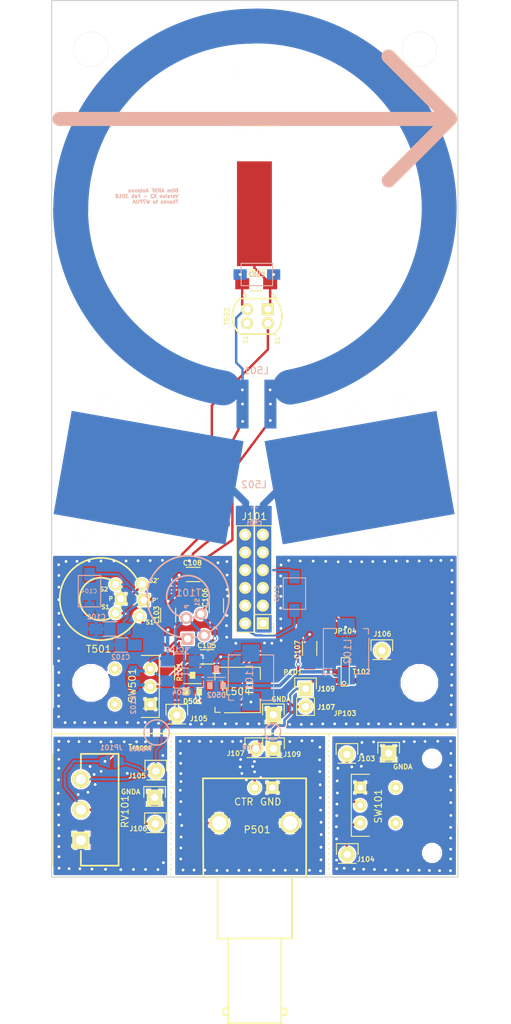
<source format=kicad_pcb>
(kicad_pcb (version 4) (host pcbnew 4.0.6)

  (general
    (links 87)
    (no_connects 0)
    (area 35.726679 37.81514 109.081442 185.081601)
    (thickness 1.6002)
    (drawings 25)
    (tracks 1005)
    (zones 0)
    (modules 185)
    (nets 23)
  )

  (page A4)
  (layers
    (0 F.Cu mixed)
    (31 B.Cu mixed)
    (32 B.Adhes user)
    (33 F.Adhes user)
    (34 B.Paste user)
    (35 F.Paste user)
    (36 B.SilkS user)
    (37 F.SilkS user)
    (38 B.Mask user)
    (39 F.Mask user)
    (40 Dwgs.User user)
    (41 Cmts.User user)
    (42 Eco1.User user)
    (43 Eco2.User user)
    (44 Edge.Cuts user)
    (45 Margin user)
    (46 B.CrtYd user)
    (47 F.CrtYd user)
    (48 B.Fab user)
    (49 F.Fab user)
  )

  (setup
    (last_trace_width 0.35)
    (user_trace_width 0.35)
    (user_trace_width 0.5)
    (user_trace_width 0.75)
    (user_trace_width 1)
    (trace_clearance 0.2)
    (zone_clearance 0.127)
    (zone_45_only yes)
    (trace_min 0.2)
    (segment_width 0.2)
    (edge_width 0.15)
    (via_size 0.6)
    (via_drill 0.4)
    (via_min_size 0.4)
    (via_min_drill 0.3)
    (uvia_size 0.3)
    (uvia_drill 0.1)
    (uvias_allowed no)
    (uvia_min_size 0.2)
    (uvia_min_drill 0.1)
    (pcb_text_width 0.3)
    (pcb_text_size 1.5 1.5)
    (mod_edge_width 0.15)
    (mod_text_size 1 1)
    (mod_text_width 0.15)
    (pad_size 2.032 2.032)
    (pad_drill 1.016)
    (pad_to_mask_clearance 0.1)
    (aux_axis_origin 0 0)
    (visible_elements FFFEFF7F)
    (pcbplotparams
      (layerselection 0x010f0_80000007)
      (usegerberextensions true)
      (excludeedgelayer true)
      (linewidth 0.100000)
      (plotframeref false)
      (viasonmask false)
      (mode 1)
      (useauxorigin false)
      (hpglpennumber 1)
      (hpglpenspeed 20)
      (hpglpendiameter 15)
      (hpglpenoverlay 2)
      (psnegative false)
      (psa4output false)
      (plotreference true)
      (plotvalue true)
      (plotinvisibletext false)
      (padsonsilk false)
      (subtractmaskfromsilk false)
      (outputformat 1)
      (mirror false)
      (drillshape 0)
      (scaleselection 1)
      (outputdirectory "../IF Module/Gerbers/"))
  )

  (net 0 "")
  (net 1 "Net-(ANT501-Pad1)")
  (net 2 "Net-(C504-Pad2)")
  (net 3 "Net-(C101-Pad2)")
  (net 4 "Net-(C103-Pad1)")
  (net 5 "Net-(C103-Pad2)")
  (net 6 "Net-(R101-Pad2)")
  (net 7 "Net-(T501-Pad4)")
  (net 8 "Net-(J105-Pad1)")
  (net 9 "Net-(J103-Pad1)")
  (net 10 "Net-(J104-Pad1)")
  (net 11 "Net-(C105-Pad2)")
  (net 12 "Net-(J108-Pad1)")
  (net 13 GNDA)
  (net 14 PIN_Switch_2)
  (net 15 "Net-(C106-Pad2)")
  (net 16 PIN_Switch_3)
  (net 17 "Net-(C107-Pad2)")
  (net 18 "Net-(C108-Pad2)")
  (net 19 PIN_Switch_1)
  (net 20 GND)
  (net 21 "Net-(J106-Pad1)")
  (net 22 "Net-(JP103-Pad1)")

  (net_class Default "This is the default net class."
    (clearance 0.2)
    (trace_width 0.25)
    (via_dia 0.6)
    (via_drill 0.4)
    (uvia_dia 0.3)
    (uvia_drill 0.1)
    (add_net GND)
    (add_net GNDA)
    (add_net "Net-(ANT501-Pad1)")
    (add_net "Net-(C101-Pad2)")
    (add_net "Net-(C103-Pad1)")
    (add_net "Net-(C103-Pad2)")
    (add_net "Net-(C105-Pad2)")
    (add_net "Net-(C106-Pad2)")
    (add_net "Net-(C107-Pad2)")
    (add_net "Net-(C108-Pad2)")
    (add_net "Net-(C504-Pad2)")
    (add_net "Net-(J103-Pad1)")
    (add_net "Net-(J104-Pad1)")
    (add_net "Net-(J105-Pad1)")
    (add_net "Net-(J106-Pad1)")
    (add_net "Net-(J108-Pad1)")
    (add_net "Net-(JP103-Pad1)")
    (add_net "Net-(R101-Pad2)")
    (add_net "Net-(T501-Pad4)")
    (add_net PIN_Switch_1)
    (add_net PIN_Switch_2)
    (add_net PIN_Switch_3)
  )

  (net_class Power.35 ""
    (clearance 0.2)
    (trace_width 0.35)
    (via_dia 0.6)
    (via_drill 0.4)
    (uvia_dia 0.3)
    (uvia_drill 0.1)
  )

  (net_class Power.5 ""
    (clearance 0.2)
    (trace_width 0.5)
    (via_dia 0.6)
    (via_drill 0.4)
    (uvia_dia 0.3)
    (uvia_drill 0.1)
  )

  (net_class Power.75 ""
    (clearance 0.2)
    (trace_width 0.25)
    (via_dia 0.6)
    (via_drill 0.4)
    (uvia_dia 0.3)
    (uvia_drill 0.1)
  )

  (net_class Power1.0 ""
    (clearance 0.2)
    (trace_width 1)
    (via_dia 0.6)
    (via_drill 0.4)
    (uvia_dia 0.3)
    (uvia_drill 0.1)
  )

  (module Mounting_Holes:MountingHole_5mm locked (layer F.Cu) (tedit 5A90BA5E) (tstamp 5A9416AF)
    (at 95.88 45.29)
    (descr "Mounting hole, Befestigungsbohrung, 5mm, No Annular, Kein Restring,")
    (tags "Mounting hole, Befestigungsbohrung, 5mm, No Annular, Kein Restring,")
    (fp_text reference REF** (at 0 -6.49986) (layer F.SilkS) hide
      (effects (font (size 1 1) (thickness 0.15)))
    )
    (fp_text value MountingHole_5mm (at 0 7.00024) (layer F.Fab)
      (effects (font (size 1 1) (thickness 0.15)))
    )
    (fp_circle (center 0 0) (end 5 0) (layer Cmts.User) (width 0.381))
    (pad 1 thru_hole circle (at 0 0) (size 5 5) (drill 5) (layers))
  )

  (module Mounting_Holes:MountingHole_5mm locked (layer F.Cu) (tedit 5A90BA5E) (tstamp 5A941690)
    (at 48.84 45.29)
    (descr "Mounting hole, Befestigungsbohrung, 5mm, No Annular, Kein Restring,")
    (tags "Mounting hole, Befestigungsbohrung, 5mm, No Annular, Kein Restring,")
    (fp_text reference REF** (at 0 -6.49986) (layer F.SilkS) hide
      (effects (font (size 1 1) (thickness 0.15)))
    )
    (fp_text value MountingHole_5mm (at 0 7.00024) (layer F.Fab)
      (effects (font (size 1 1) (thickness 0.15)))
    )
    (fp_circle (center 0 0) (end 5 0) (layer Cmts.User) (width 0.381))
    (pad 1 thru_hole circle (at 0 0) (size 5 5) (drill 5) (layers))
  )

  (module Mounting_Holes:NP_Thru_Hole_0.5mm (layer F.Cu) (tedit 59E653AA) (tstamp 5A9414DC)
    (at 60.3 155.72)
    (descr "Mounting hole, Befestigungsbohrung, 2,5mm, No Annular, Kein Restring,")
    (tags "Mounting hole, Befestigungsbohrung, 2,5mm, No Annular, Kein Restring,")
    (fp_text reference REF** (at 0 -3.50012) (layer F.SilkS) hide
      (effects (font (size 1 1) (thickness 0.15)))
    )
    (fp_text value NP_Thru_Hole_0.5mm (at 0.09906 3.59918) (layer F.Fab)
      (effects (font (size 1 1) (thickness 0.15)))
    )
    (pad "" np_thru_hole circle (at 0 0) (size 0.5 0.5) (drill 0.5) (layers *.Cu *.Mask))
  )

  (module Pin_Headers:Pin_Header_Straight_1x01 (layer F.Cu) (tedit 5A940CBE) (tstamp 5A940CAA)
    (at 90.5 131.39)
    (descr "Through hole pin header")
    (tags "pin header")
    (path /5A8F4020)
    (fp_text reference J106 (at 0.08 -2.39) (layer F.SilkS)
      (effects (font (size 0.7 0.7) (thickness 0.15)))
    )
    (fp_text value TEST_1P (at 0 -3.1) (layer F.Fab)
      (effects (font (size 1 1) (thickness 0.15)))
    )
    (fp_line (start 1.55 -1.55) (end 1.55 0) (layer F.SilkS) (width 0.15))
    (fp_line (start -1.75 -1.75) (end -1.75 1.75) (layer F.CrtYd) (width 0.05))
    (fp_line (start 1.75 -1.75) (end 1.75 1.75) (layer F.CrtYd) (width 0.05))
    (fp_line (start -1.75 -1.75) (end 1.75 -1.75) (layer F.CrtYd) (width 0.05))
    (fp_line (start -1.75 1.75) (end 1.75 1.75) (layer F.CrtYd) (width 0.05))
    (fp_line (start -1.55 0) (end -1.55 -1.55) (layer F.SilkS) (width 0.15))
    (fp_line (start -1.55 -1.55) (end 1.55 -1.55) (layer F.SilkS) (width 0.15))
    (fp_line (start -1.27 1.27) (end 1.27 1.27) (layer F.SilkS) (width 0.15))
    (pad 1 thru_hole circle (at 0 0) (size 2.2352 2.2352) (drill 1.016) (layers *.Cu *.Mask F.SilkS)
      (net 21 "Net-(J106-Pad1)"))
    (model Pin_Headers.3dshapes/Pin_Header_Straight_1x01.wrl
      (at (xyz 0 0 0))
      (scale (xyz 1 1 1))
      (rotate (xyz 0 0 90))
    )
  )

  (module Mounting_Holes:MountingHole_2-5mm locked (layer F.Cu) (tedit 5A90BA37) (tstamp 5A94347A)
    (at 97.7 160.35)
    (descr "Mounting hole, Befestigungsbohrung, 2,5mm, No Annular, Kein Restring,")
    (tags "Mounting hole, Befestigungsbohrung, 2,5mm, No Annular, Kein Restring,")
    (fp_text reference REF** (at 0 -3.50012) (layer F.SilkS) hide
      (effects (font (size 1 1) (thickness 0.15)))
    )
    (fp_text value MountingHole_2-5mm (at 0.09906 3.59918) (layer F.Fab)
      (effects (font (size 1 1) (thickness 0.15)))
    )
    (fp_circle (center 0 0) (end 2.5 0) (layer Cmts.User) (width 0.381))
    (pad 1 thru_hole circle (at 0 0) (size 2.5 2.5) (drill 2.5) (layers))
  )

  (module Mounting_Holes:MountingHole_5mm locked (layer F.Cu) (tedit 5A90BA4D) (tstamp 5A9277D4)
    (at 95.88 136)
    (descr "Mounting hole, Befestigungsbohrung, 5mm, No Annular, Kein Restring,")
    (tags "Mounting hole, Befestigungsbohrung, 5mm, No Annular, Kein Restring,")
    (fp_text reference REF** (at 0 -6.49986) (layer F.SilkS) hide
      (effects (font (size 1 1) (thickness 0.15)))
    )
    (fp_text value MountingHole_5mm (at 0 7.00024) (layer F.Fab)
      (effects (font (size 1 1) (thickness 0.15)))
    )
    (fp_circle (center 0 0) (end 5 0) (layer Cmts.User) (width 0.381))
    (pad 1 thru_hole circle (at 0 0) (size 5 5) (drill 5) (layers))
  )

  (module Mounting_Holes:NP_Thru_Hole_0.5mm (layer F.Cu) (tedit 59E653AA) (tstamp 5A92F0C5)
    (at 71.27 142.99)
    (descr "Mounting hole, Befestigungsbohrung, 2,5mm, No Annular, Kein Restring,")
    (tags "Mounting hole, Befestigungsbohrung, 2,5mm, No Annular, Kein Restring,")
    (fp_text reference REF** (at 0 -3.50012) (layer F.SilkS) hide
      (effects (font (size 1 1) (thickness 0.15)))
    )
    (fp_text value NP_Thru_Hole_0.5mm (at 0.09906 3.59918) (layer F.Fab)
      (effects (font (size 1 1) (thickness 0.15)))
    )
    (pad "" np_thru_hole circle (at 0 0) (size 0.5 0.5) (drill 0.5) (layers *.Cu *.Mask))
  )

  (module Mounting_Holes:NP_Thru_Hole_0.5mm (layer F.Cu) (tedit 59E653AA) (tstamp 5A92EF58)
    (at 84.97 142.99)
    (descr "Mounting hole, Befestigungsbohrung, 2,5mm, No Annular, Kein Restring,")
    (tags "Mounting hole, Befestigungsbohrung, 2,5mm, No Annular, Kein Restring,")
    (fp_text reference REF** (at 0 -3.50012) (layer F.SilkS) hide
      (effects (font (size 1 1) (thickness 0.15)))
    )
    (fp_text value NP_Thru_Hole_0.5mm (at 0.09906 3.59918) (layer F.Fab)
      (effects (font (size 1 1) (thickness 0.15)))
    )
    (pad "" np_thru_hole circle (at 0 0) (size 0.5 0.5) (drill 0.5) (layers *.Cu *.Mask))
  )

  (module Connect:BNC_Right_Angle locked (layer F.Cu) (tedit 5A8F75E7) (tstamp 5897D967)
    (at 72.28 151 180)
    (descr file:///Users/Charles/Downloads/ENG_CD_5227677_A1.pdf)
    (tags "	\r5227677-1")
    (path /57DF2289)
    (fp_text reference P501 (at -0.36 -6.02 180) (layer F.SilkS)
      (effects (font (size 1 1) (thickness 0.15)))
    )
    (fp_text value "BNC ANT OUT ~~50Ω" (at -3.81 11.43 180) (layer F.Fab)
      (effects (font (size 1 1) (thickness 0.15)))
    )
    (fp_line (start 4.445 -31.6357) (end 3.7719 -31.5722) (layer F.SilkS) (width 0.25))
    (fp_line (start 4.445 -32.5247) (end 3.8227 -32.5247) (layer F.SilkS) (width 0.25))
    (fp_line (start -4.5593 -32.5247) (end -4.5593 -31.6357) (layer F.SilkS) (width 0.25))
    (fp_line (start 4.5085 -32.5247) (end 4.445 -31.6357) (layer F.SilkS) (width 0.25))
    (fp_line (start -3.937 -32.5247) (end -4.3815 -32.5247) (layer F.SilkS) (width 0.25))
    (fp_line (start 4.5085 -32.5247) (end 4.445 -31.6357) (layer F.SilkS) (width 0.25))
    (fp_line (start -4.445 -31.6357) (end -3.8862 -31.6357) (layer F.SilkS) (width 0.25))
    (fp_line (start -3.8227 -33.7566) (end 3.8227 -33.7566) (layer F.SilkS) (width 0.25))
    (fp_line (start 3.7719 -21.6916) (end 3.7719 -33.7566) (layer F.SilkS) (width 0.25))
    (fp_line (start -3.8227 -21.6916) (end -3.8227 -33.7566) (layer F.SilkS) (width 0.25))
    (fp_line (start -5.3975 -21.6027) (end 5.3086 -21.6027) (layer F.SilkS) (width 0.25))
    (fp_line (start 5.3086 -12.8778) (end 5.3086 -21.6408) (layer F.SilkS) (width 0.25))
    (fp_line (start -5.3594 -12.8778) (end -5.3594 -21.6408) (layer F.SilkS) (width 0.25))
    (fp_line (start 7.3533 -12.7762) (end 7.4041 1.3335) (layer F.SilkS) (width 0.25))
    (fp_line (start -7.38 -12.8) (end -7.38 1.33) (layer F.SilkS) (width 0.25))
    (fp_line (start -7.38 1.33) (end 7.38 1.33) (layer F.SilkS) (width 0.25))
    (fp_line (start -7.38 -12.83) (end 7.38 -12.83) (layer F.SilkS) (width 0.25))
    (fp_text user CTR (at 1.5494 -2.032 180) (layer F.SilkS)
      (effects (font (size 1 1) (thickness 0.15)))
    )
    (fp_text user GND (at -2.2987 -2.032 180) (layer F.SilkS)
      (effects (font (size 1 1) (thickness 0.15)))
    )
    (pad 2 thru_hole circle (at -5.08 -5.08 180) (size 3 3) (drill 2) (layers *.Cu *.Mask F.SilkS)
      (net 22 "Net-(JP103-Pad1)") (zone_connect 1) (thermal_width 1) (thermal_gap 0.15))
    (pad 1 thru_hole circle (at 0 0 180) (size 1.8 1.8) (drill 0.9) (layers *.Cu *.Mask F.SilkS)
      (net 16 PIN_Switch_3))
    (pad 2 thru_hole rect (at -2.54 0 180) (size 1.8 1.8) (drill 0.9) (layers *.Cu *.Mask F.SilkS)
      (net 22 "Net-(JP103-Pad1)") (zone_connect 1) (thermal_width 1) (thermal_gap 0.15))
    (pad 2 thru_hole circle (at 5.08 -5.08 180) (size 3 3) (drill 2) (layers *.Cu *.Mask F.SilkS)
      (net 22 "Net-(JP103-Pad1)") (zone_connect 1) (thermal_width 1) (thermal_gap 0.15))
  )

  (module Mounting_Holes:NP_Thru_Hole_0.5mm (layer F.Cu) (tedit 59E653AA) (tstamp 5A92E966)
    (at 61.14 142.98)
    (descr "Mounting hole, Befestigungsbohrung, 2,5mm, No Annular, Kein Restring,")
    (tags "Mounting hole, Befestigungsbohrung, 2,5mm, No Annular, Kein Restring,")
    (fp_text reference REF** (at 0 -3.50012) (layer F.SilkS) hide
      (effects (font (size 1 1) (thickness 0.15)))
    )
    (fp_text value NP_Thru_Hole_0.5mm (at 0.09906 3.59918) (layer F.Fab)
      (effects (font (size 1 1) (thickness 0.15)))
    )
    (pad "" np_thru_hole circle (at 0 0) (size 0.5 0.5) (drill 0.5) (layers *.Cu *.Mask))
  )

  (module Mounting_Holes:NP_Thru_Hole_0.5mm (layer F.Cu) (tedit 59E653AA) (tstamp 5A92E961)
    (at 64.77 143)
    (descr "Mounting hole, Befestigungsbohrung, 2,5mm, No Annular, Kein Restring,")
    (tags "Mounting hole, Befestigungsbohrung, 2,5mm, No Annular, Kein Restring,")
    (fp_text reference REF** (at 0 -3.50012) (layer F.SilkS) hide
      (effects (font (size 1 1) (thickness 0.15)))
    )
    (fp_text value NP_Thru_Hole_0.5mm (at 0.09906 3.59918) (layer F.Fab)
      (effects (font (size 1 1) (thickness 0.15)))
    )
    (pad "" np_thru_hole circle (at 0 0) (size 0.5 0.5) (drill 0.5) (layers *.Cu *.Mask))
  )

  (module Mounting_Holes:NP_Thru_Hole_0.5mm (layer F.Cu) (tedit 59E653AA) (tstamp 5A92E95B)
    (at 82.88 163.04)
    (descr "Mounting hole, Befestigungsbohrung, 2,5mm, No Annular, Kein Restring,")
    (tags "Mounting hole, Befestigungsbohrung, 2,5mm, No Annular, Kein Restring,")
    (fp_text reference REF** (at 0 -3.50012) (layer F.SilkS) hide
      (effects (font (size 1 1) (thickness 0.15)))
    )
    (fp_text value NP_Thru_Hole_0.5mm (at 0.09906 3.59918) (layer F.Fab)
      (effects (font (size 1 1) (thickness 0.15)))
    )
    (pad "" np_thru_hole circle (at 0 0) (size 0.5 0.5) (drill 0.5) (layers *.Cu *.Mask))
  )

  (module Mounting_Holes:NP_Thru_Hole_0.5mm (layer F.Cu) (tedit 59E653AA) (tstamp 5A92E957)
    (at 82.88 162.31)
    (descr "Mounting hole, Befestigungsbohrung, 2,5mm, No Annular, Kein Restring,")
    (tags "Mounting hole, Befestigungsbohrung, 2,5mm, No Annular, Kein Restring,")
    (fp_text reference REF** (at 0 -3.50012) (layer F.SilkS) hide
      (effects (font (size 1 1) (thickness 0.15)))
    )
    (fp_text value NP_Thru_Hole_0.5mm (at 0.09906 3.59918) (layer F.Fab)
      (effects (font (size 1 1) (thickness 0.15)))
    )
    (pad "" np_thru_hole circle (at 0 0) (size 0.5 0.5) (drill 0.5) (layers *.Cu *.Mask))
  )

  (module Mounting_Holes:NP_Thru_Hole_0.5mm (layer F.Cu) (tedit 59E653AA) (tstamp 5A92E953)
    (at 82.88 161.58)
    (descr "Mounting hole, Befestigungsbohrung, 2,5mm, No Annular, Kein Restring,")
    (tags "Mounting hole, Befestigungsbohrung, 2,5mm, No Annular, Kein Restring,")
    (fp_text reference REF** (at 0 -3.50012) (layer F.SilkS) hide
      (effects (font (size 1 1) (thickness 0.15)))
    )
    (fp_text value NP_Thru_Hole_0.5mm (at 0.09906 3.59918) (layer F.Fab)
      (effects (font (size 1 1) (thickness 0.15)))
    )
    (pad "" np_thru_hole circle (at 0 0) (size 0.5 0.5) (drill 0.5) (layers *.Cu *.Mask))
  )

  (module Mounting_Holes:NP_Thru_Hole_0.5mm (layer F.Cu) (tedit 59E653AA) (tstamp 5A92E94F)
    (at 82.88 160.85)
    (descr "Mounting hole, Befestigungsbohrung, 2,5mm, No Annular, Kein Restring,")
    (tags "Mounting hole, Befestigungsbohrung, 2,5mm, No Annular, Kein Restring,")
    (fp_text reference REF** (at 0 -3.50012) (layer F.SilkS) hide
      (effects (font (size 1 1) (thickness 0.15)))
    )
    (fp_text value NP_Thru_Hole_0.5mm (at 0.09906 3.59918) (layer F.Fab)
      (effects (font (size 1 1) (thickness 0.15)))
    )
    (pad "" np_thru_hole circle (at 0 0) (size 0.5 0.5) (drill 0.5) (layers *.Cu *.Mask))
  )

  (module Mounting_Holes:NP_Thru_Hole_0.5mm (layer F.Cu) (tedit 59E653AA) (tstamp 5A92E94B)
    (at 82.89 160.12)
    (descr "Mounting hole, Befestigungsbohrung, 2,5mm, No Annular, Kein Restring,")
    (tags "Mounting hole, Befestigungsbohrung, 2,5mm, No Annular, Kein Restring,")
    (fp_text reference REF** (at 0 -3.50012) (layer F.SilkS) hide
      (effects (font (size 1 1) (thickness 0.15)))
    )
    (fp_text value NP_Thru_Hole_0.5mm (at 0.09906 3.59918) (layer F.Fab)
      (effects (font (size 1 1) (thickness 0.15)))
    )
    (pad "" np_thru_hole circle (at 0 0) (size 0.5 0.5) (drill 0.5) (layers *.Cu *.Mask))
  )

  (module Mounting_Holes:NP_Thru_Hole_0.5mm (layer F.Cu) (tedit 59E653AA) (tstamp 5A92E947)
    (at 82.88 159.39)
    (descr "Mounting hole, Befestigungsbohrung, 2,5mm, No Annular, Kein Restring,")
    (tags "Mounting hole, Befestigungsbohrung, 2,5mm, No Annular, Kein Restring,")
    (fp_text reference REF** (at 0 -3.50012) (layer F.SilkS) hide
      (effects (font (size 1 1) (thickness 0.15)))
    )
    (fp_text value NP_Thru_Hole_0.5mm (at 0.09906 3.59918) (layer F.Fab)
      (effects (font (size 1 1) (thickness 0.15)))
    )
    (pad "" np_thru_hole circle (at 0 0) (size 0.5 0.5) (drill 0.5) (layers *.Cu *.Mask))
  )

  (module Mounting_Holes:NP_Thru_Hole_0.5mm (layer F.Cu) (tedit 59E653AA) (tstamp 5A92E943)
    (at 82.88 158.65)
    (descr "Mounting hole, Befestigungsbohrung, 2,5mm, No Annular, Kein Restring,")
    (tags "Mounting hole, Befestigungsbohrung, 2,5mm, No Annular, Kein Restring,")
    (fp_text reference REF** (at 0 -3.50012) (layer F.SilkS) hide
      (effects (font (size 1 1) (thickness 0.15)))
    )
    (fp_text value NP_Thru_Hole_0.5mm (at 0.09906 3.59918) (layer F.Fab)
      (effects (font (size 1 1) (thickness 0.15)))
    )
    (pad "" np_thru_hole circle (at 0 0) (size 0.5 0.5) (drill 0.5) (layers *.Cu *.Mask))
  )

  (module Mounting_Holes:NP_Thru_Hole_0.5mm (layer F.Cu) (tedit 59E653AA) (tstamp 5A92E93F)
    (at 82.88 157.92)
    (descr "Mounting hole, Befestigungsbohrung, 2,5mm, No Annular, Kein Restring,")
    (tags "Mounting hole, Befestigungsbohrung, 2,5mm, No Annular, Kein Restring,")
    (fp_text reference REF** (at 0 -3.50012) (layer F.SilkS) hide
      (effects (font (size 1 1) (thickness 0.15)))
    )
    (fp_text value NP_Thru_Hole_0.5mm (at 0.09906 3.59918) (layer F.Fab)
      (effects (font (size 1 1) (thickness 0.15)))
    )
    (pad "" np_thru_hole circle (at 0 0) (size 0.5 0.5) (drill 0.5) (layers *.Cu *.Mask))
  )

  (module Mounting_Holes:NP_Thru_Hole_0.5mm (layer F.Cu) (tedit 59E653AA) (tstamp 5A92E93B)
    (at 82.88 157.18)
    (descr "Mounting hole, Befestigungsbohrung, 2,5mm, No Annular, Kein Restring,")
    (tags "Mounting hole, Befestigungsbohrung, 2,5mm, No Annular, Kein Restring,")
    (fp_text reference REF** (at 0 -3.50012) (layer F.SilkS) hide
      (effects (font (size 1 1) (thickness 0.15)))
    )
    (fp_text value NP_Thru_Hole_0.5mm (at 0.09906 3.59918) (layer F.Fab)
      (effects (font (size 1 1) (thickness 0.15)))
    )
    (pad "" np_thru_hole circle (at 0 0) (size 0.5 0.5) (drill 0.5) (layers *.Cu *.Mask))
  )

  (module Mounting_Holes:NP_Thru_Hole_0.5mm (layer F.Cu) (tedit 59E653AA) (tstamp 5A92E937)
    (at 82.88 156.42)
    (descr "Mounting hole, Befestigungsbohrung, 2,5mm, No Annular, Kein Restring,")
    (tags "Mounting hole, Befestigungsbohrung, 2,5mm, No Annular, Kein Restring,")
    (fp_text reference REF** (at 0 -3.50012) (layer F.SilkS) hide
      (effects (font (size 1 1) (thickness 0.15)))
    )
    (fp_text value NP_Thru_Hole_0.5mm (at 0.09906 3.59918) (layer F.Fab)
      (effects (font (size 1 1) (thickness 0.15)))
    )
    (pad "" np_thru_hole circle (at 0 0) (size 0.5 0.5) (drill 0.5) (layers *.Cu *.Mask))
  )

  (module Mounting_Holes:NP_Thru_Hole_0.5mm (layer F.Cu) (tedit 59E653AA) (tstamp 5A92E933)
    (at 82.88 155.69)
    (descr "Mounting hole, Befestigungsbohrung, 2,5mm, No Annular, Kein Restring,")
    (tags "Mounting hole, Befestigungsbohrung, 2,5mm, No Annular, Kein Restring,")
    (fp_text reference REF** (at 0 -3.50012) (layer F.SilkS) hide
      (effects (font (size 1 1) (thickness 0.15)))
    )
    (fp_text value NP_Thru_Hole_0.5mm (at 0.09906 3.59918) (layer F.Fab)
      (effects (font (size 1 1) (thickness 0.15)))
    )
    (pad "" np_thru_hole circle (at 0 0) (size 0.5 0.5) (drill 0.5) (layers *.Cu *.Mask))
  )

  (module Mounting_Holes:NP_Thru_Hole_0.5mm (layer F.Cu) (tedit 59E653AA) (tstamp 5A92E92F)
    (at 82.88 154.95)
    (descr "Mounting hole, Befestigungsbohrung, 2,5mm, No Annular, Kein Restring,")
    (tags "Mounting hole, Befestigungsbohrung, 2,5mm, No Annular, Kein Restring,")
    (fp_text reference REF** (at 0 -3.50012) (layer F.SilkS) hide
      (effects (font (size 1 1) (thickness 0.15)))
    )
    (fp_text value NP_Thru_Hole_0.5mm (at 0.09906 3.59918) (layer F.Fab)
      (effects (font (size 1 1) (thickness 0.15)))
    )
    (pad "" np_thru_hole circle (at 0 0) (size 0.5 0.5) (drill 0.5) (layers *.Cu *.Mask))
  )

  (module Mounting_Holes:NP_Thru_Hole_0.5mm (layer F.Cu) (tedit 59E653AA) (tstamp 5A92E92B)
    (at 82.88 154.23)
    (descr "Mounting hole, Befestigungsbohrung, 2,5mm, No Annular, Kein Restring,")
    (tags "Mounting hole, Befestigungsbohrung, 2,5mm, No Annular, Kein Restring,")
    (fp_text reference REF** (at 0 -3.50012) (layer F.SilkS) hide
      (effects (font (size 1 1) (thickness 0.15)))
    )
    (fp_text value NP_Thru_Hole_0.5mm (at 0.09906 3.59918) (layer F.Fab)
      (effects (font (size 1 1) (thickness 0.15)))
    )
    (pad "" np_thru_hole circle (at 0 0) (size 0.5 0.5) (drill 0.5) (layers *.Cu *.Mask))
  )

  (module Mounting_Holes:NP_Thru_Hole_0.5mm (layer F.Cu) (tedit 59E653AA) (tstamp 5A92E927)
    (at 82.88 153.5)
    (descr "Mounting hole, Befestigungsbohrung, 2,5mm, No Annular, Kein Restring,")
    (tags "Mounting hole, Befestigungsbohrung, 2,5mm, No Annular, Kein Restring,")
    (fp_text reference REF** (at 0 -3.50012) (layer F.SilkS) hide
      (effects (font (size 1 1) (thickness 0.15)))
    )
    (fp_text value NP_Thru_Hole_0.5mm (at 0.09906 3.59918) (layer F.Fab)
      (effects (font (size 1 1) (thickness 0.15)))
    )
    (pad "" np_thru_hole circle (at 0 0) (size 0.5 0.5) (drill 0.5) (layers *.Cu *.Mask))
  )

  (module Mounting_Holes:NP_Thru_Hole_0.5mm (layer F.Cu) (tedit 59E653AA) (tstamp 5A92E923)
    (at 82.88 152.76)
    (descr "Mounting hole, Befestigungsbohrung, 2,5mm, No Annular, Kein Restring,")
    (tags "Mounting hole, Befestigungsbohrung, 2,5mm, No Annular, Kein Restring,")
    (fp_text reference REF** (at 0 -3.50012) (layer F.SilkS) hide
      (effects (font (size 1 1) (thickness 0.15)))
    )
    (fp_text value NP_Thru_Hole_0.5mm (at 0.09906 3.59918) (layer F.Fab)
      (effects (font (size 1 1) (thickness 0.15)))
    )
    (pad "" np_thru_hole circle (at 0 0) (size 0.5 0.5) (drill 0.5) (layers *.Cu *.Mask))
  )

  (module Mounting_Holes:NP_Thru_Hole_0.5mm (layer F.Cu) (tedit 59E653AA) (tstamp 5A92E91F)
    (at 82.88 152.03)
    (descr "Mounting hole, Befestigungsbohrung, 2,5mm, No Annular, Kein Restring,")
    (tags "Mounting hole, Befestigungsbohrung, 2,5mm, No Annular, Kein Restring,")
    (fp_text reference REF** (at 0 -3.50012) (layer F.SilkS) hide
      (effects (font (size 1 1) (thickness 0.15)))
    )
    (fp_text value NP_Thru_Hole_0.5mm (at 0.09906 3.59918) (layer F.Fab)
      (effects (font (size 1 1) (thickness 0.15)))
    )
    (pad "" np_thru_hole circle (at 0 0) (size 0.5 0.5) (drill 0.5) (layers *.Cu *.Mask))
  )

  (module Mounting_Holes:NP_Thru_Hole_0.5mm (layer F.Cu) (tedit 59E653AA) (tstamp 5A92E91B)
    (at 82.88 151.29)
    (descr "Mounting hole, Befestigungsbohrung, 2,5mm, No Annular, Kein Restring,")
    (tags "Mounting hole, Befestigungsbohrung, 2,5mm, No Annular, Kein Restring,")
    (fp_text reference REF** (at 0 -3.50012) (layer F.SilkS) hide
      (effects (font (size 1 1) (thickness 0.15)))
    )
    (fp_text value NP_Thru_Hole_0.5mm (at 0.09906 3.59918) (layer F.Fab)
      (effects (font (size 1 1) (thickness 0.15)))
    )
    (pad "" np_thru_hole circle (at 0 0) (size 0.5 0.5) (drill 0.5) (layers *.Cu *.Mask))
  )

  (module Mounting_Holes:NP_Thru_Hole_0.5mm (layer F.Cu) (tedit 59E653AA) (tstamp 5A92E917)
    (at 82.88 150.55)
    (descr "Mounting hole, Befestigungsbohrung, 2,5mm, No Annular, Kein Restring,")
    (tags "Mounting hole, Befestigungsbohrung, 2,5mm, No Annular, Kein Restring,")
    (fp_text reference REF** (at 0 -3.50012) (layer F.SilkS) hide
      (effects (font (size 1 1) (thickness 0.15)))
    )
    (fp_text value NP_Thru_Hole_0.5mm (at 0.09906 3.59918) (layer F.Fab)
      (effects (font (size 1 1) (thickness 0.15)))
    )
    (pad "" np_thru_hole circle (at 0 0) (size 0.5 0.5) (drill 0.5) (layers *.Cu *.Mask))
  )

  (module Mounting_Holes:NP_Thru_Hole_0.5mm (layer F.Cu) (tedit 59E653AA) (tstamp 5A92E913)
    (at 82.88 149.83)
    (descr "Mounting hole, Befestigungsbohrung, 2,5mm, No Annular, Kein Restring,")
    (tags "Mounting hole, Befestigungsbohrung, 2,5mm, No Annular, Kein Restring,")
    (fp_text reference REF** (at 0 -3.50012) (layer F.SilkS) hide
      (effects (font (size 1 1) (thickness 0.15)))
    )
    (fp_text value NP_Thru_Hole_0.5mm (at 0.09906 3.59918) (layer F.Fab)
      (effects (font (size 1 1) (thickness 0.15)))
    )
    (pad "" np_thru_hole circle (at 0 0) (size 0.5 0.5) (drill 0.5) (layers *.Cu *.Mask))
  )

  (module Mounting_Holes:NP_Thru_Hole_0.5mm (layer F.Cu) (tedit 59E653AA) (tstamp 5A92E90F)
    (at 82.88 149.1)
    (descr "Mounting hole, Befestigungsbohrung, 2,5mm, No Annular, Kein Restring,")
    (tags "Mounting hole, Befestigungsbohrung, 2,5mm, No Annular, Kein Restring,")
    (fp_text reference REF** (at 0 -3.50012) (layer F.SilkS) hide
      (effects (font (size 1 1) (thickness 0.15)))
    )
    (fp_text value NP_Thru_Hole_0.5mm (at 0.09906 3.59918) (layer F.Fab)
      (effects (font (size 1 1) (thickness 0.15)))
    )
    (pad "" np_thru_hole circle (at 0 0) (size 0.5 0.5) (drill 0.5) (layers *.Cu *.Mask))
  )

  (module Mounting_Holes:NP_Thru_Hole_0.5mm (layer F.Cu) (tedit 59E653AA) (tstamp 5A92E90B)
    (at 82.88 148.37)
    (descr "Mounting hole, Befestigungsbohrung, 2,5mm, No Annular, Kein Restring,")
    (tags "Mounting hole, Befestigungsbohrung, 2,5mm, No Annular, Kein Restring,")
    (fp_text reference REF** (at 0 -3.50012) (layer F.SilkS) hide
      (effects (font (size 1 1) (thickness 0.15)))
    )
    (fp_text value NP_Thru_Hole_0.5mm (at 0.09906 3.59918) (layer F.Fab)
      (effects (font (size 1 1) (thickness 0.15)))
    )
    (pad "" np_thru_hole circle (at 0 0) (size 0.5 0.5) (drill 0.5) (layers *.Cu *.Mask))
  )

  (module Mounting_Holes:NP_Thru_Hole_0.5mm (layer F.Cu) (tedit 59E653AA) (tstamp 5A92E907)
    (at 82.88 147.64)
    (descr "Mounting hole, Befestigungsbohrung, 2,5mm, No Annular, Kein Restring,")
    (tags "Mounting hole, Befestigungsbohrung, 2,5mm, No Annular, Kein Restring,")
    (fp_text reference REF** (at 0 -3.50012) (layer F.SilkS) hide
      (effects (font (size 1 1) (thickness 0.15)))
    )
    (fp_text value NP_Thru_Hole_0.5mm (at 0.09906 3.59918) (layer F.Fab)
      (effects (font (size 1 1) (thickness 0.15)))
    )
    (pad "" np_thru_hole circle (at 0 0) (size 0.5 0.5) (drill 0.5) (layers *.Cu *.Mask))
  )

  (module Mounting_Holes:NP_Thru_Hole_0.5mm (layer F.Cu) (tedit 59E653AA) (tstamp 5A92E903)
    (at 82.88 146.9)
    (descr "Mounting hole, Befestigungsbohrung, 2,5mm, No Annular, Kein Restring,")
    (tags "Mounting hole, Befestigungsbohrung, 2,5mm, No Annular, Kein Restring,")
    (fp_text reference REF** (at 0 -3.50012) (layer F.SilkS) hide
      (effects (font (size 1 1) (thickness 0.15)))
    )
    (fp_text value NP_Thru_Hole_0.5mm (at 0.09906 3.59918) (layer F.Fab)
      (effects (font (size 1 1) (thickness 0.15)))
    )
    (pad "" np_thru_hole circle (at 0 0) (size 0.5 0.5) (drill 0.5) (layers *.Cu *.Mask))
  )

  (module Mounting_Holes:NP_Thru_Hole_0.5mm (layer F.Cu) (tedit 59E653AA) (tstamp 5A92E8FF)
    (at 82.88 146.17)
    (descr "Mounting hole, Befestigungsbohrung, 2,5mm, No Annular, Kein Restring,")
    (tags "Mounting hole, Befestigungsbohrung, 2,5mm, No Annular, Kein Restring,")
    (fp_text reference REF** (at 0 -3.50012) (layer F.SilkS) hide
      (effects (font (size 1 1) (thickness 0.15)))
    )
    (fp_text value NP_Thru_Hole_0.5mm (at 0.09906 3.59918) (layer F.Fab)
      (effects (font (size 1 1) (thickness 0.15)))
    )
    (pad "" np_thru_hole circle (at 0 0) (size 0.5 0.5) (drill 0.5) (layers *.Cu *.Mask))
  )

  (module Mounting_Holes:NP_Thru_Hole_0.5mm (layer F.Cu) (tedit 59E653AA) (tstamp 5A92E8FB)
    (at 82.88 145.43)
    (descr "Mounting hole, Befestigungsbohrung, 2,5mm, No Annular, Kein Restring,")
    (tags "Mounting hole, Befestigungsbohrung, 2,5mm, No Annular, Kein Restring,")
    (fp_text reference REF** (at 0 -3.50012) (layer F.SilkS) hide
      (effects (font (size 1 1) (thickness 0.15)))
    )
    (fp_text value NP_Thru_Hole_0.5mm (at 0.09906 3.59918) (layer F.Fab)
      (effects (font (size 1 1) (thickness 0.15)))
    )
    (pad "" np_thru_hole circle (at 0 0) (size 0.5 0.5) (drill 0.5) (layers *.Cu *.Mask))
  )

  (module Mounting_Holes:NP_Thru_Hole_0.5mm (layer F.Cu) (tedit 59E653AA) (tstamp 5A92E8F7)
    (at 82.88 144.69)
    (descr "Mounting hole, Befestigungsbohrung, 2,5mm, No Annular, Kein Restring,")
    (tags "Mounting hole, Befestigungsbohrung, 2,5mm, No Annular, Kein Restring,")
    (fp_text reference REF** (at 0 -3.50012) (layer F.SilkS) hide
      (effects (font (size 1 1) (thickness 0.15)))
    )
    (fp_text value NP_Thru_Hole_0.5mm (at 0.09906 3.59918) (layer F.Fab)
      (effects (font (size 1 1) (thickness 0.15)))
    )
    (pad "" np_thru_hole circle (at 0 0) (size 0.5 0.5) (drill 0.5) (layers *.Cu *.Mask))
  )

  (module Mounting_Holes:NP_Thru_Hole_0.5mm (layer F.Cu) (tedit 59E653AA) (tstamp 5A92E8F3)
    (at 82.88 143.95)
    (descr "Mounting hole, Befestigungsbohrung, 2,5mm, No Annular, Kein Restring,")
    (tags "Mounting hole, Befestigungsbohrung, 2,5mm, No Annular, Kein Restring,")
    (fp_text reference REF** (at 0 -3.50012) (layer F.SilkS) hide
      (effects (font (size 1 1) (thickness 0.15)))
    )
    (fp_text value NP_Thru_Hole_0.5mm (at 0.09906 3.59918) (layer F.Fab)
      (effects (font (size 1 1) (thickness 0.15)))
    )
    (pad "" np_thru_hole circle (at 0 0) (size 0.5 0.5) (drill 0.5) (layers *.Cu *.Mask))
  )

  (module Pin_Headers:Pin_Header_Straight_1x01 (layer F.Cu) (tedit 5A905B81) (tstamp 5A92E877)
    (at 85.5 146.24)
    (descr "Through hole pin header")
    (tags "pin header")
    (path /5A93230F/5A8F40F9)
    (fp_text reference J103 (at 2.77 0.61) (layer F.SilkS)
      (effects (font (size 0.7 0.7) (thickness 0.15)))
    )
    (fp_text value TEST_1P (at 0 -3.1) (layer F.Fab)
      (effects (font (size 1 1) (thickness 0.15)))
    )
    (fp_line (start 1.55 -1.55) (end 1.55 0) (layer F.SilkS) (width 0.15))
    (fp_line (start -1.75 -1.75) (end -1.75 1.75) (layer F.CrtYd) (width 0.05))
    (fp_line (start 1.75 -1.75) (end 1.75 1.75) (layer F.CrtYd) (width 0.05))
    (fp_line (start -1.75 -1.75) (end 1.75 -1.75) (layer F.CrtYd) (width 0.05))
    (fp_line (start -1.75 1.75) (end 1.75 1.75) (layer F.CrtYd) (width 0.05))
    (fp_line (start -1.55 0) (end -1.55 -1.55) (layer F.SilkS) (width 0.15))
    (fp_line (start -1.55 -1.55) (end 1.55 -1.55) (layer F.SilkS) (width 0.15))
    (fp_line (start -1.27 1.27) (end 1.27 1.27) (layer F.SilkS) (width 0.15))
    (pad 1 thru_hole circle (at 0 0) (size 2.2352 2.2352) (drill 1.016) (layers *.Cu *.Mask F.SilkS)
      (net 9 "Net-(J103-Pad1)"))
    (model Pin_Headers.3dshapes/Pin_Header_Straight_1x01.wrl
      (at (xyz 0 0 0))
      (scale (xyz 1 1 1))
      (rotate (xyz 0 0 90))
    )
  )

  (module Mounting_Holes:NP_Thru_Hole_0.5mm (layer F.Cu) (tedit 59E653AA) (tstamp 5A92E610)
    (at 60.3 144)
    (descr "Mounting hole, Befestigungsbohrung, 2,5mm, No Annular, Kein Restring,")
    (tags "Mounting hole, Befestigungsbohrung, 2,5mm, No Annular, Kein Restring,")
    (fp_text reference REF** (at 0 -3.50012) (layer F.SilkS) hide
      (effects (font (size 1 1) (thickness 0.15)))
    )
    (fp_text value NP_Thru_Hole_0.5mm (at 0.09906 3.59918) (layer F.Fab)
      (effects (font (size 1 1) (thickness 0.15)))
    )
    (pad "" np_thru_hole circle (at 0 0) (size 0.5 0.5) (drill 0.5) (layers *.Cu *.Mask))
  )

  (module Mounting_Holes:NP_Thru_Hole_0.5mm (layer F.Cu) (tedit 59E653AA) (tstamp 5A92E60B)
    (at 60.3 144.74)
    (descr "Mounting hole, Befestigungsbohrung, 2,5mm, No Annular, Kein Restring,")
    (tags "Mounting hole, Befestigungsbohrung, 2,5mm, No Annular, Kein Restring,")
    (fp_text reference REF** (at 0 -3.50012) (layer F.SilkS) hide
      (effects (font (size 1 1) (thickness 0.15)))
    )
    (fp_text value NP_Thru_Hole_0.5mm (at 0.09906 3.59918) (layer F.Fab)
      (effects (font (size 1 1) (thickness 0.15)))
    )
    (pad "" np_thru_hole circle (at 0 0) (size 0.5 0.5) (drill 0.5) (layers *.Cu *.Mask))
  )

  (module Mounting_Holes:NP_Thru_Hole_0.5mm (layer F.Cu) (tedit 59E653AA) (tstamp 5A92E606)
    (at 60.3 145.48)
    (descr "Mounting hole, Befestigungsbohrung, 2,5mm, No Annular, Kein Restring,")
    (tags "Mounting hole, Befestigungsbohrung, 2,5mm, No Annular, Kein Restring,")
    (fp_text reference REF** (at 0 -3.50012) (layer F.SilkS) hide
      (effects (font (size 1 1) (thickness 0.15)))
    )
    (fp_text value NP_Thru_Hole_0.5mm (at 0.09906 3.59918) (layer F.Fab)
      (effects (font (size 1 1) (thickness 0.15)))
    )
    (pad "" np_thru_hole circle (at 0 0) (size 0.5 0.5) (drill 0.5) (layers *.Cu *.Mask))
  )

  (module Mounting_Holes:NP_Thru_Hole_0.5mm (layer F.Cu) (tedit 59E653AA) (tstamp 5A92E5F7)
    (at 60.3 146.22)
    (descr "Mounting hole, Befestigungsbohrung, 2,5mm, No Annular, Kein Restring,")
    (tags "Mounting hole, Befestigungsbohrung, 2,5mm, No Annular, Kein Restring,")
    (fp_text reference REF** (at 0 -3.50012) (layer F.SilkS) hide
      (effects (font (size 1 1) (thickness 0.15)))
    )
    (fp_text value NP_Thru_Hole_0.5mm (at 0.09906 3.59918) (layer F.Fab)
      (effects (font (size 1 1) (thickness 0.15)))
    )
    (pad "" np_thru_hole circle (at 0 0) (size 0.5 0.5) (drill 0.5) (layers *.Cu *.Mask))
  )

  (module Mounting_Holes:NP_Thru_Hole_0.5mm (layer F.Cu) (tedit 59E653AA) (tstamp 5A92E5F2)
    (at 60.3 146.95)
    (descr "Mounting hole, Befestigungsbohrung, 2,5mm, No Annular, Kein Restring,")
    (tags "Mounting hole, Befestigungsbohrung, 2,5mm, No Annular, Kein Restring,")
    (fp_text reference REF** (at 0 -3.50012) (layer F.SilkS) hide
      (effects (font (size 1 1) (thickness 0.15)))
    )
    (fp_text value NP_Thru_Hole_0.5mm (at 0.09906 3.59918) (layer F.Fab)
      (effects (font (size 1 1) (thickness 0.15)))
    )
    (pad "" np_thru_hole circle (at 0 0) (size 0.5 0.5) (drill 0.5) (layers *.Cu *.Mask))
  )

  (module Mounting_Holes:NP_Thru_Hole_0.5mm (layer F.Cu) (tedit 59E653AA) (tstamp 5A92E5E3)
    (at 60.3 147.69)
    (descr "Mounting hole, Befestigungsbohrung, 2,5mm, No Annular, Kein Restring,")
    (tags "Mounting hole, Befestigungsbohrung, 2,5mm, No Annular, Kein Restring,")
    (fp_text reference REF** (at 0 -3.50012) (layer F.SilkS) hide
      (effects (font (size 1 1) (thickness 0.15)))
    )
    (fp_text value NP_Thru_Hole_0.5mm (at 0.09906 3.59918) (layer F.Fab)
      (effects (font (size 1 1) (thickness 0.15)))
    )
    (pad "" np_thru_hole circle (at 0 0) (size 0.5 0.5) (drill 0.5) (layers *.Cu *.Mask))
  )

  (module Mounting_Holes:NP_Thru_Hole_0.5mm (layer F.Cu) (tedit 59E653AA) (tstamp 5A92E5DE)
    (at 60.3 148.42)
    (descr "Mounting hole, Befestigungsbohrung, 2,5mm, No Annular, Kein Restring,")
    (tags "Mounting hole, Befestigungsbohrung, 2,5mm, No Annular, Kein Restring,")
    (fp_text reference REF** (at 0 -3.50012) (layer F.SilkS) hide
      (effects (font (size 1 1) (thickness 0.15)))
    )
    (fp_text value NP_Thru_Hole_0.5mm (at 0.09906 3.59918) (layer F.Fab)
      (effects (font (size 1 1) (thickness 0.15)))
    )
    (pad "" np_thru_hole circle (at 0 0) (size 0.5 0.5) (drill 0.5) (layers *.Cu *.Mask))
  )

  (module Mounting_Holes:NP_Thru_Hole_0.5mm (layer F.Cu) (tedit 59E653AA) (tstamp 5A92E5CE)
    (at 60.3 149.15)
    (descr "Mounting hole, Befestigungsbohrung, 2,5mm, No Annular, Kein Restring,")
    (tags "Mounting hole, Befestigungsbohrung, 2,5mm, No Annular, Kein Restring,")
    (fp_text reference REF** (at 0 -3.50012) (layer F.SilkS) hide
      (effects (font (size 1 1) (thickness 0.15)))
    )
    (fp_text value NP_Thru_Hole_0.5mm (at 0.09906 3.59918) (layer F.Fab)
      (effects (font (size 1 1) (thickness 0.15)))
    )
    (pad "" np_thru_hole circle (at 0 0) (size 0.5 0.5) (drill 0.5) (layers *.Cu *.Mask))
  )

  (module Mounting_Holes:NP_Thru_Hole_0.5mm (layer F.Cu) (tedit 59E653AA) (tstamp 5A92E5C9)
    (at 60.3 149.88)
    (descr "Mounting hole, Befestigungsbohrung, 2,5mm, No Annular, Kein Restring,")
    (tags "Mounting hole, Befestigungsbohrung, 2,5mm, No Annular, Kein Restring,")
    (fp_text reference REF** (at 0 -3.50012) (layer F.SilkS) hide
      (effects (font (size 1 1) (thickness 0.15)))
    )
    (fp_text value NP_Thru_Hole_0.5mm (at 0.09906 3.59918) (layer F.Fab)
      (effects (font (size 1 1) (thickness 0.15)))
    )
    (pad "" np_thru_hole circle (at 0 0) (size 0.5 0.5) (drill 0.5) (layers *.Cu *.Mask))
  )

  (module Mounting_Holes:NP_Thru_Hole_0.5mm (layer F.Cu) (tedit 59E653AA) (tstamp 5A92E5BA)
    (at 60.3 150.6)
    (descr "Mounting hole, Befestigungsbohrung, 2,5mm, No Annular, Kein Restring,")
    (tags "Mounting hole, Befestigungsbohrung, 2,5mm, No Annular, Kein Restring,")
    (fp_text reference REF** (at 0 -3.50012) (layer F.SilkS) hide
      (effects (font (size 1 1) (thickness 0.15)))
    )
    (fp_text value NP_Thru_Hole_0.5mm (at 0.09906 3.59918) (layer F.Fab)
      (effects (font (size 1 1) (thickness 0.15)))
    )
    (pad "" np_thru_hole circle (at 0 0) (size 0.5 0.5) (drill 0.5) (layers *.Cu *.Mask))
  )

  (module Mounting_Holes:NP_Thru_Hole_0.5mm (layer F.Cu) (tedit 59E653AA) (tstamp 5A92E5B5)
    (at 60.3 151.34)
    (descr "Mounting hole, Befestigungsbohrung, 2,5mm, No Annular, Kein Restring,")
    (tags "Mounting hole, Befestigungsbohrung, 2,5mm, No Annular, Kein Restring,")
    (fp_text reference REF** (at 0 -3.50012) (layer F.SilkS) hide
      (effects (font (size 1 1) (thickness 0.15)))
    )
    (fp_text value NP_Thru_Hole_0.5mm (at 0.09906 3.59918) (layer F.Fab)
      (effects (font (size 1 1) (thickness 0.15)))
    )
    (pad "" np_thru_hole circle (at 0 0) (size 0.5 0.5) (drill 0.5) (layers *.Cu *.Mask))
  )

  (module Mounting_Holes:NP_Thru_Hole_0.5mm (layer F.Cu) (tedit 59E653AA) (tstamp 5A92E5A6)
    (at 60.3 152.08)
    (descr "Mounting hole, Befestigungsbohrung, 2,5mm, No Annular, Kein Restring,")
    (tags "Mounting hole, Befestigungsbohrung, 2,5mm, No Annular, Kein Restring,")
    (fp_text reference REF** (at 0 -3.50012) (layer F.SilkS) hide
      (effects (font (size 1 1) (thickness 0.15)))
    )
    (fp_text value NP_Thru_Hole_0.5mm (at 0.09906 3.59918) (layer F.Fab)
      (effects (font (size 1 1) (thickness 0.15)))
    )
    (pad "" np_thru_hole circle (at 0 0) (size 0.5 0.5) (drill 0.5) (layers *.Cu *.Mask))
  )

  (module Mounting_Holes:NP_Thru_Hole_0.5mm (layer F.Cu) (tedit 59E653AA) (tstamp 5A92E5A1)
    (at 60.3 152.81)
    (descr "Mounting hole, Befestigungsbohrung, 2,5mm, No Annular, Kein Restring,")
    (tags "Mounting hole, Befestigungsbohrung, 2,5mm, No Annular, Kein Restring,")
    (fp_text reference REF** (at 0 -3.50012) (layer F.SilkS) hide
      (effects (font (size 1 1) (thickness 0.15)))
    )
    (fp_text value NP_Thru_Hole_0.5mm (at 0.09906 3.59918) (layer F.Fab)
      (effects (font (size 1 1) (thickness 0.15)))
    )
    (pad "" np_thru_hole circle (at 0 0) (size 0.5 0.5) (drill 0.5) (layers *.Cu *.Mask))
  )

  (module Mounting_Holes:NP_Thru_Hole_0.5mm (layer F.Cu) (tedit 59E653AA) (tstamp 5A92E590)
    (at 60.3 153.55)
    (descr "Mounting hole, Befestigungsbohrung, 2,5mm, No Annular, Kein Restring,")
    (tags "Mounting hole, Befestigungsbohrung, 2,5mm, No Annular, Kein Restring,")
    (fp_text reference REF** (at 0 -3.50012) (layer F.SilkS) hide
      (effects (font (size 1 1) (thickness 0.15)))
    )
    (fp_text value NP_Thru_Hole_0.5mm (at 0.09906 3.59918) (layer F.Fab)
      (effects (font (size 1 1) (thickness 0.15)))
    )
    (pad "" np_thru_hole circle (at 0 0) (size 0.5 0.5) (drill 0.5) (layers *.Cu *.Mask))
  )

  (module Mounting_Holes:NP_Thru_Hole_0.5mm (layer F.Cu) (tedit 59E653AA) (tstamp 5A92E58B)
    (at 60.3 154.28)
    (descr "Mounting hole, Befestigungsbohrung, 2,5mm, No Annular, Kein Restring,")
    (tags "Mounting hole, Befestigungsbohrung, 2,5mm, No Annular, Kein Restring,")
    (fp_text reference REF** (at 0 -3.50012) (layer F.SilkS) hide
      (effects (font (size 1 1) (thickness 0.15)))
    )
    (fp_text value NP_Thru_Hole_0.5mm (at 0.09906 3.59918) (layer F.Fab)
      (effects (font (size 1 1) (thickness 0.15)))
    )
    (pad "" np_thru_hole circle (at 0 0) (size 0.5 0.5) (drill 0.5) (layers *.Cu *.Mask))
  )

  (module Mounting_Holes:NP_Thru_Hole_0.5mm (layer F.Cu) (tedit 59E653AA) (tstamp 5A92E57B)
    (at 60.3 155)
    (descr "Mounting hole, Befestigungsbohrung, 2,5mm, No Annular, Kein Restring,")
    (tags "Mounting hole, Befestigungsbohrung, 2,5mm, No Annular, Kein Restring,")
    (fp_text reference REF** (at 0 -3.50012) (layer F.SilkS) hide
      (effects (font (size 1 1) (thickness 0.15)))
    )
    (fp_text value NP_Thru_Hole_0.5mm (at 0.09906 3.59918) (layer F.Fab)
      (effects (font (size 1 1) (thickness 0.15)))
    )
    (pad "" np_thru_hole circle (at 0 0) (size 0.5 0.5) (drill 0.5) (layers *.Cu *.Mask))
  )

  (module Mounting_Holes:NP_Thru_Hole_0.5mm (layer F.Cu) (tedit 59E653AA) (tstamp 5A92E562)
    (at 60.3 156.47)
    (descr "Mounting hole, Befestigungsbohrung, 2,5mm, No Annular, Kein Restring,")
    (tags "Mounting hole, Befestigungsbohrung, 2,5mm, No Annular, Kein Restring,")
    (fp_text reference REF** (at 0 -3.50012) (layer F.SilkS) hide
      (effects (font (size 1 1) (thickness 0.15)))
    )
    (fp_text value NP_Thru_Hole_0.5mm (at 0.09906 3.59918) (layer F.Fab)
      (effects (font (size 1 1) (thickness 0.15)))
    )
    (pad "" np_thru_hole circle (at 0 0) (size 0.5 0.5) (drill 0.5) (layers *.Cu *.Mask))
  )

  (module Mounting_Holes:NP_Thru_Hole_0.5mm (layer F.Cu) (tedit 59E653AA) (tstamp 5A92E55D)
    (at 60.3 157.23)
    (descr "Mounting hole, Befestigungsbohrung, 2,5mm, No Annular, Kein Restring,")
    (tags "Mounting hole, Befestigungsbohrung, 2,5mm, No Annular, Kein Restring,")
    (fp_text reference REF** (at 0 -3.50012) (layer F.SilkS) hide
      (effects (font (size 1 1) (thickness 0.15)))
    )
    (fp_text value NP_Thru_Hole_0.5mm (at 0.09906 3.59918) (layer F.Fab)
      (effects (font (size 1 1) (thickness 0.15)))
    )
    (pad "" np_thru_hole circle (at 0 0) (size 0.5 0.5) (drill 0.5) (layers *.Cu *.Mask))
  )

  (module Mounting_Holes:NP_Thru_Hole_0.5mm (layer F.Cu) (tedit 59E653AA) (tstamp 5A92E558)
    (at 60.3 157.97)
    (descr "Mounting hole, Befestigungsbohrung, 2,5mm, No Annular, Kein Restring,")
    (tags "Mounting hole, Befestigungsbohrung, 2,5mm, No Annular, Kein Restring,")
    (fp_text reference REF** (at 0 -3.50012) (layer F.SilkS) hide
      (effects (font (size 1 1) (thickness 0.15)))
    )
    (fp_text value NP_Thru_Hole_0.5mm (at 0.09906 3.59918) (layer F.Fab)
      (effects (font (size 1 1) (thickness 0.15)))
    )
    (pad "" np_thru_hole circle (at 0 0) (size 0.5 0.5) (drill 0.5) (layers *.Cu *.Mask))
  )

  (module Mounting_Holes:NP_Thru_Hole_0.5mm (layer F.Cu) (tedit 59E653AA) (tstamp 5A92E549)
    (at 60.3 158.7)
    (descr "Mounting hole, Befestigungsbohrung, 2,5mm, No Annular, Kein Restring,")
    (tags "Mounting hole, Befestigungsbohrung, 2,5mm, No Annular, Kein Restring,")
    (fp_text reference REF** (at 0 -3.50012) (layer F.SilkS) hide
      (effects (font (size 1 1) (thickness 0.15)))
    )
    (fp_text value NP_Thru_Hole_0.5mm (at 0.09906 3.59918) (layer F.Fab)
      (effects (font (size 1 1) (thickness 0.15)))
    )
    (pad "" np_thru_hole circle (at 0 0) (size 0.5 0.5) (drill 0.5) (layers *.Cu *.Mask))
  )

  (module Mounting_Holes:NP_Thru_Hole_0.5mm (layer F.Cu) (tedit 59E653AA) (tstamp 5A92E543)
    (at 60.3 159.44)
    (descr "Mounting hole, Befestigungsbohrung, 2,5mm, No Annular, Kein Restring,")
    (tags "Mounting hole, Befestigungsbohrung, 2,5mm, No Annular, Kein Restring,")
    (fp_text reference REF** (at 0 -3.50012) (layer F.SilkS) hide
      (effects (font (size 1 1) (thickness 0.15)))
    )
    (fp_text value NP_Thru_Hole_0.5mm (at 0.09906 3.59918) (layer F.Fab)
      (effects (font (size 1 1) (thickness 0.15)))
    )
    (pad "" np_thru_hole circle (at 0 0) (size 0.5 0.5) (drill 0.5) (layers *.Cu *.Mask))
  )

  (module Mounting_Holes:NP_Thru_Hole_0.5mm (layer F.Cu) (tedit 59E653AA) (tstamp 5A92E53E)
    (at 60.31 160.17)
    (descr "Mounting hole, Befestigungsbohrung, 2,5mm, No Annular, Kein Restring,")
    (tags "Mounting hole, Befestigungsbohrung, 2,5mm, No Annular, Kein Restring,")
    (fp_text reference REF** (at 0 -3.50012) (layer F.SilkS) hide
      (effects (font (size 1 1) (thickness 0.15)))
    )
    (fp_text value NP_Thru_Hole_0.5mm (at 0.09906 3.59918) (layer F.Fab)
      (effects (font (size 1 1) (thickness 0.15)))
    )
    (pad "" np_thru_hole circle (at 0 0) (size 0.5 0.5) (drill 0.5) (layers *.Cu *.Mask))
  )

  (module Mounting_Holes:NP_Thru_Hole_0.5mm (layer F.Cu) (tedit 59E653AA) (tstamp 5A92E520)
    (at 60.3 160.9)
    (descr "Mounting hole, Befestigungsbohrung, 2,5mm, No Annular, Kein Restring,")
    (tags "Mounting hole, Befestigungsbohrung, 2,5mm, No Annular, Kein Restring,")
    (fp_text reference REF** (at 0 -3.50012) (layer F.SilkS) hide
      (effects (font (size 1 1) (thickness 0.15)))
    )
    (fp_text value NP_Thru_Hole_0.5mm (at 0.09906 3.59918) (layer F.Fab)
      (effects (font (size 1 1) (thickness 0.15)))
    )
    (pad "" np_thru_hole circle (at 0 0) (size 0.5 0.5) (drill 0.5) (layers *.Cu *.Mask))
  )

  (module Mounting_Holes:NP_Thru_Hole_0.5mm (layer F.Cu) (tedit 59E653AA) (tstamp 5A92E51B)
    (at 60.3 161.63)
    (descr "Mounting hole, Befestigungsbohrung, 2,5mm, No Annular, Kein Restring,")
    (tags "Mounting hole, Befestigungsbohrung, 2,5mm, No Annular, Kein Restring,")
    (fp_text reference REF** (at 0 -3.50012) (layer F.SilkS) hide
      (effects (font (size 1 1) (thickness 0.15)))
    )
    (fp_text value NP_Thru_Hole_0.5mm (at 0.09906 3.59918) (layer F.Fab)
      (effects (font (size 1 1) (thickness 0.15)))
    )
    (pad "" np_thru_hole circle (at 0 0) (size 0.5 0.5) (drill 0.5) (layers *.Cu *.Mask))
  )

  (module Mounting_Holes:NP_Thru_Hole_0.5mm (layer F.Cu) (tedit 59E653AA) (tstamp 5A92E515)
    (at 60.3 162.36)
    (descr "Mounting hole, Befestigungsbohrung, 2,5mm, No Annular, Kein Restring,")
    (tags "Mounting hole, Befestigungsbohrung, 2,5mm, No Annular, Kein Restring,")
    (fp_text reference REF** (at 0 -3.50012) (layer F.SilkS) hide
      (effects (font (size 1 1) (thickness 0.15)))
    )
    (fp_text value NP_Thru_Hole_0.5mm (at 0.09906 3.59918) (layer F.Fab)
      (effects (font (size 1 1) (thickness 0.15)))
    )
    (pad "" np_thru_hole circle (at 0 0) (size 0.5 0.5) (drill 0.5) (layers *.Cu *.Mask))
  )

  (module Mounting_Holes:NP_Thru_Hole_0.5mm (layer F.Cu) (tedit 59E653AA) (tstamp 5A92E510)
    (at 60.3 163.09)
    (descr "Mounting hole, Befestigungsbohrung, 2,5mm, No Annular, Kein Restring,")
    (tags "Mounting hole, Befestigungsbohrung, 2,5mm, No Annular, Kein Restring,")
    (fp_text reference REF** (at 0 -3.50012) (layer F.SilkS) hide
      (effects (font (size 1 1) (thickness 0.15)))
    )
    (fp_text value NP_Thru_Hole_0.5mm (at 0.09906 3.59918) (layer F.Fab)
      (effects (font (size 1 1) (thickness 0.15)))
    )
    (pad "" np_thru_hole circle (at 0 0) (size 0.5 0.5) (drill 0.5) (layers *.Cu *.Mask))
  )

  (module Pin_Headers:Pin_Header_Straight_1x01 (layer F.Cu) (tedit 5A94141E) (tstamp 5A92E4BA)
    (at 72.44 145.43)
    (descr "Through hole pin header")
    (tags "pin header")
    (path /5A8F3CAE)
    (fp_text reference J107 (at -2.88 0.67) (layer F.SilkS)
      (effects (font (size 0.7 0.7) (thickness 0.15)))
    )
    (fp_text value TEST_1P (at 0 -3.1) (layer F.Fab)
      (effects (font (size 1 1) (thickness 0.15)))
    )
    (fp_line (start 1.55 -1.55) (end 1.55 0) (layer F.SilkS) (width 0.15))
    (fp_line (start -1.75 -1.75) (end -1.75 1.75) (layer F.CrtYd) (width 0.05))
    (fp_line (start 1.75 -1.75) (end 1.75 1.75) (layer F.CrtYd) (width 0.05))
    (fp_line (start -1.75 -1.75) (end 1.75 -1.75) (layer F.CrtYd) (width 0.05))
    (fp_line (start -1.75 1.75) (end 1.75 1.75) (layer F.CrtYd) (width 0.05))
    (fp_line (start -1.55 0) (end -1.55 -1.55) (layer F.SilkS) (width 0.15))
    (fp_line (start -1.55 -1.55) (end 1.55 -1.55) (layer F.SilkS) (width 0.15))
    (fp_line (start -1.27 1.27) (end 1.27 1.27) (layer F.SilkS) (width 0.15))
    (pad 1 thru_hole circle (at 0 0) (size 2.032 2.032) (drill 1.016) (layers *.Cu *.Mask F.SilkS)
      (net 16 PIN_Switch_3))
    (model Pin_Headers.3dshapes/Pin_Header_Straight_1x01.wrl
      (at (xyz 0 0 0))
      (scale (xyz 1 1 1))
      (rotate (xyz 0 0 90))
    )
  )

  (module Pin_Headers:Pin_Header_Straight_1x01 (layer F.Cu) (tedit 5A940C12) (tstamp 5A92E492)
    (at 58.06 156.17)
    (descr "Through hole pin header")
    (tags "pin header")
    (path /5A8F3CAE)
    (fp_text reference J106 (at -2.43 0.7) (layer F.SilkS)
      (effects (font (size 0.7 0.7) (thickness 0.15)))
    )
    (fp_text value TEST_1P (at 0 -3.1) (layer F.Fab)
      (effects (font (size 1 1) (thickness 0.15)))
    )
    (fp_line (start 1.55 -1.55) (end 1.55 0) (layer F.SilkS) (width 0.15))
    (fp_line (start -1.75 -1.75) (end -1.75 1.75) (layer F.CrtYd) (width 0.05))
    (fp_line (start 1.75 -1.75) (end 1.75 1.75) (layer F.CrtYd) (width 0.05))
    (fp_line (start -1.75 -1.75) (end 1.75 -1.75) (layer F.CrtYd) (width 0.05))
    (fp_line (start -1.75 1.75) (end 1.75 1.75) (layer F.CrtYd) (width 0.05))
    (fp_line (start -1.55 0) (end -1.55 -1.55) (layer F.SilkS) (width 0.15))
    (fp_line (start -1.55 -1.55) (end 1.55 -1.55) (layer F.SilkS) (width 0.15))
    (fp_line (start -1.27 1.27) (end 1.27 1.27) (layer F.SilkS) (width 0.15))
    (pad 1 thru_hole circle (at 0 0) (size 2.2352 2.2352) (drill 1.016) (layers *.Cu *.Mask F.SilkS)
      (net 21 "Net-(J106-Pad1)"))
    (model Pin_Headers.3dshapes/Pin_Header_Straight_1x01.wrl
      (at (xyz 0 0 0))
      (scale (xyz 1 1 1))
      (rotate (xyz 0 0 90))
    )
  )

  (module Pin_Headers:Pin_Header_Straight_1x01 (layer F.Cu) (tedit 5A9336EC) (tstamp 5A92E473)
    (at 74.96 140.57)
    (descr "Through hole pin header")
    (tags "pin header")
    (path /5A8F4240)
    (fp_text reference GNDA (at 1.09 -2.23) (layer F.SilkS)
      (effects (font (size 0.7 0.7) (thickness 0.15)))
    )
    (fp_text value TEST_1P (at 0 -3.1) (layer F.Fab)
      (effects (font (size 1 1) (thickness 0.15)))
    )
    (fp_line (start 1.55 -1.55) (end 1.55 0) (layer F.SilkS) (width 0.15))
    (fp_line (start -1.75 -1.75) (end -1.75 1.75) (layer F.CrtYd) (width 0.05))
    (fp_line (start 1.75 -1.75) (end 1.75 1.75) (layer F.CrtYd) (width 0.05))
    (fp_line (start -1.75 -1.75) (end 1.75 -1.75) (layer F.CrtYd) (width 0.05))
    (fp_line (start -1.75 1.75) (end 1.75 1.75) (layer F.CrtYd) (width 0.05))
    (fp_line (start -1.55 0) (end -1.55 -1.55) (layer F.SilkS) (width 0.15))
    (fp_line (start -1.55 -1.55) (end 1.55 -1.55) (layer F.SilkS) (width 0.15))
    (fp_line (start -1.27 1.27) (end 1.27 1.27) (layer F.SilkS) (width 0.15))
    (pad 1 thru_hole rect (at 0 0) (size 2.2352 2.2352) (drill 1.016) (layers *.Cu *.Mask F.SilkS)
      (net 13 GNDA) (zone_connect 1) (thermal_width 1) (thermal_gap 0.15))
    (model Pin_Headers.3dshapes/Pin_Header_Straight_1x01.wrl
      (at (xyz 0 0 0))
      (scale (xyz 1 1 1))
      (rotate (xyz 0 0 90))
    )
  )

  (module Pin_Headers:Pin_Header_Straight_1x01 (layer F.Cu) (tedit 5A9414B2) (tstamp 5A92E40A)
    (at 74.98 145.43)
    (descr "Through hole pin header")
    (tags "pin header")
    (path /5A8F4240)
    (fp_text reference J109 (at 2.67 0.8) (layer F.SilkS)
      (effects (font (size 0.7 0.7) (thickness 0.15)))
    )
    (fp_text value TEST_1P (at 0 -3.1) (layer F.Fab)
      (effects (font (size 1 1) (thickness 0.15)))
    )
    (fp_line (start 1.55 -1.55) (end 1.55 0) (layer F.SilkS) (width 0.15))
    (fp_line (start -1.75 -1.75) (end -1.75 1.75) (layer F.CrtYd) (width 0.05))
    (fp_line (start 1.75 -1.75) (end 1.75 1.75) (layer F.CrtYd) (width 0.05))
    (fp_line (start -1.75 -1.75) (end 1.75 -1.75) (layer F.CrtYd) (width 0.05))
    (fp_line (start -1.75 1.75) (end 1.75 1.75) (layer F.CrtYd) (width 0.05))
    (fp_line (start -1.55 0) (end -1.55 -1.55) (layer F.SilkS) (width 0.15))
    (fp_line (start -1.55 -1.55) (end 1.55 -1.55) (layer F.SilkS) (width 0.15))
    (fp_line (start -1.27 1.27) (end 1.27 1.27) (layer F.SilkS) (width 0.15))
    (pad 1 thru_hole rect (at 0 0) (size 2.032 2.032) (drill 1.016) (layers *.Cu *.Mask F.SilkS)
      (net 22 "Net-(JP103-Pad1)") (zone_connect 1) (thermal_width 1) (thermal_gap 0.15))
    (model Pin_Headers.3dshapes/Pin_Header_Straight_1x01.wrl
      (at (xyz 0 0 0))
      (scale (xyz 1 1 1))
      (rotate (xyz 0 0 90))
    )
  )

  (module Pin_Headers:Pin_Header_Straight_1x01 (layer F.Cu) (tedit 5A940C1B) (tstamp 5A92E3E8)
    (at 58.12 148.64)
    (descr "Through hole pin header")
    (tags "pin header")
    (path /5A8F3EFD)
    (fp_text reference J105 (at -2.66 0.67) (layer F.SilkS)
      (effects (font (size 0.7 0.7) (thickness 0.15)))
    )
    (fp_text value TEST_1P (at 0 -3.1) (layer F.Fab)
      (effects (font (size 1 1) (thickness 0.15)))
    )
    (fp_line (start 1.55 -1.55) (end 1.55 0) (layer F.SilkS) (width 0.15))
    (fp_line (start -1.75 -1.75) (end -1.75 1.75) (layer F.CrtYd) (width 0.05))
    (fp_line (start 1.75 -1.75) (end 1.75 1.75) (layer F.CrtYd) (width 0.05))
    (fp_line (start -1.75 -1.75) (end 1.75 -1.75) (layer F.CrtYd) (width 0.05))
    (fp_line (start -1.75 1.75) (end 1.75 1.75) (layer F.CrtYd) (width 0.05))
    (fp_line (start -1.55 0) (end -1.55 -1.55) (layer F.SilkS) (width 0.15))
    (fp_line (start -1.55 -1.55) (end 1.55 -1.55) (layer F.SilkS) (width 0.15))
    (fp_line (start -1.27 1.27) (end 1.27 1.27) (layer F.SilkS) (width 0.15))
    (pad 1 thru_hole circle (at 0 0) (size 2.2352 2.2352) (drill 1.016) (layers *.Cu *.Mask F.SilkS)
      (net 8 "Net-(J105-Pad1)"))
    (model Pin_Headers.3dshapes/Pin_Header_Straight_1x01.wrl
      (at (xyz 0 0 0))
      (scale (xyz 1 1 1))
      (rotate (xyz 0 0 90))
    )
  )

  (module Mounting_Holes:NP_Thru_Hole_0.5mm (layer F.Cu) (tedit 59E653AA) (tstamp 5A90C6A8)
    (at 100.83 143)
    (descr "Mounting hole, Befestigungsbohrung, 2,5mm, No Annular, Kein Restring,")
    (tags "Mounting hole, Befestigungsbohrung, 2,5mm, No Annular, Kein Restring,")
    (fp_text reference REF** (at 0 -3.50012) (layer F.SilkS) hide
      (effects (font (size 1 1) (thickness 0.15)))
    )
    (fp_text value NP_Thru_Hole_0.5mm (at 0.09906 3.59918) (layer F.Fab)
      (effects (font (size 1 1) (thickness 0.15)))
    )
    (pad "" np_thru_hole circle (at 0 0) (size 0.5 0.5) (drill 0.5) (layers *.Cu *.Mask))
  )

  (module Mounting_Holes:NP_Thru_Hole_0.5mm (layer F.Cu) (tedit 59E653AA) (tstamp 5A90C6A3)
    (at 100.11 142.99)
    (descr "Mounting hole, Befestigungsbohrung, 2,5mm, No Annular, Kein Restring,")
    (tags "Mounting hole, Befestigungsbohrung, 2,5mm, No Annular, Kein Restring,")
    (fp_text reference REF** (at 0 -3.50012) (layer F.SilkS) hide
      (effects (font (size 1 1) (thickness 0.15)))
    )
    (fp_text value NP_Thru_Hole_0.5mm (at 0.09906 3.59918) (layer F.Fab)
      (effects (font (size 1 1) (thickness 0.15)))
    )
    (pad "" np_thru_hole circle (at 0 0) (size 0.5 0.5) (drill 0.5) (layers *.Cu *.Mask))
  )

  (module Mounting_Holes:NP_Thru_Hole_0.5mm (layer F.Cu) (tedit 59E653AA) (tstamp 5A90C69E)
    (at 99.38 142.99)
    (descr "Mounting hole, Befestigungsbohrung, 2,5mm, No Annular, Kein Restring,")
    (tags "Mounting hole, Befestigungsbohrung, 2,5mm, No Annular, Kein Restring,")
    (fp_text reference REF** (at 0 -3.50012) (layer F.SilkS) hide
      (effects (font (size 1 1) (thickness 0.15)))
    )
    (fp_text value NP_Thru_Hole_0.5mm (at 0.09906 3.59918) (layer F.Fab)
      (effects (font (size 1 1) (thickness 0.15)))
    )
    (pad "" np_thru_hole circle (at 0 0) (size 0.5 0.5) (drill 0.5) (layers *.Cu *.Mask))
  )

  (module Mounting_Holes:NP_Thru_Hole_0.5mm (layer F.Cu) (tedit 59E653AA) (tstamp 5A90C699)
    (at 98.66 142.99)
    (descr "Mounting hole, Befestigungsbohrung, 2,5mm, No Annular, Kein Restring,")
    (tags "Mounting hole, Befestigungsbohrung, 2,5mm, No Annular, Kein Restring,")
    (fp_text reference REF** (at 0 -3.50012) (layer F.SilkS) hide
      (effects (font (size 1 1) (thickness 0.15)))
    )
    (fp_text value NP_Thru_Hole_0.5mm (at 0.09906 3.59918) (layer F.Fab)
      (effects (font (size 1 1) (thickness 0.15)))
    )
    (pad "" np_thru_hole circle (at 0 0) (size 0.5 0.5) (drill 0.5) (layers *.Cu *.Mask))
  )

  (module Mounting_Holes:NP_Thru_Hole_0.5mm (layer F.Cu) (tedit 59E653AA) (tstamp 5A90C694)
    (at 97.94 142.99)
    (descr "Mounting hole, Befestigungsbohrung, 2,5mm, No Annular, Kein Restring,")
    (tags "Mounting hole, Befestigungsbohrung, 2,5mm, No Annular, Kein Restring,")
    (fp_text reference REF** (at 0 -3.50012) (layer F.SilkS) hide
      (effects (font (size 1 1) (thickness 0.15)))
    )
    (fp_text value NP_Thru_Hole_0.5mm (at 0.09906 3.59918) (layer F.Fab)
      (effects (font (size 1 1) (thickness 0.15)))
    )
    (pad "" np_thru_hole circle (at 0 0) (size 0.5 0.5) (drill 0.5) (layers *.Cu *.Mask))
  )

  (module Mounting_Holes:NP_Thru_Hole_0.5mm (layer F.Cu) (tedit 59E653AA) (tstamp 5A90C68F)
    (at 97.22 142.99)
    (descr "Mounting hole, Befestigungsbohrung, 2,5mm, No Annular, Kein Restring,")
    (tags "Mounting hole, Befestigungsbohrung, 2,5mm, No Annular, Kein Restring,")
    (fp_text reference REF** (at 0 -3.50012) (layer F.SilkS) hide
      (effects (font (size 1 1) (thickness 0.15)))
    )
    (fp_text value NP_Thru_Hole_0.5mm (at 0.09906 3.59918) (layer F.Fab)
      (effects (font (size 1 1) (thickness 0.15)))
    )
    (pad "" np_thru_hole circle (at 0 0) (size 0.5 0.5) (drill 0.5) (layers *.Cu *.Mask))
  )

  (module Mounting_Holes:NP_Thru_Hole_0.5mm (layer F.Cu) (tedit 59E653AA) (tstamp 5A90C68A)
    (at 96.5 142.99)
    (descr "Mounting hole, Befestigungsbohrung, 2,5mm, No Annular, Kein Restring,")
    (tags "Mounting hole, Befestigungsbohrung, 2,5mm, No Annular, Kein Restring,")
    (fp_text reference REF** (at 0 -3.50012) (layer F.SilkS) hide
      (effects (font (size 1 1) (thickness 0.15)))
    )
    (fp_text value NP_Thru_Hole_0.5mm (at 0.09906 3.59918) (layer F.Fab)
      (effects (font (size 1 1) (thickness 0.15)))
    )
    (pad "" np_thru_hole circle (at 0 0) (size 0.5 0.5) (drill 0.5) (layers *.Cu *.Mask))
  )

  (module Mounting_Holes:NP_Thru_Hole_0.5mm (layer F.Cu) (tedit 59E653AA) (tstamp 5A90C680)
    (at 95.78 142.99)
    (descr "Mounting hole, Befestigungsbohrung, 2,5mm, No Annular, Kein Restring,")
    (tags "Mounting hole, Befestigungsbohrung, 2,5mm, No Annular, Kein Restring,")
    (fp_text reference REF** (at 0 -3.50012) (layer F.SilkS) hide
      (effects (font (size 1 1) (thickness 0.15)))
    )
    (fp_text value NP_Thru_Hole_0.5mm (at 0.09906 3.59918) (layer F.Fab)
      (effects (font (size 1 1) (thickness 0.15)))
    )
    (pad "" np_thru_hole circle (at 0 0) (size 0.5 0.5) (drill 0.5) (layers *.Cu *.Mask))
  )

  (module Mounting_Holes:NP_Thru_Hole_0.5mm (layer F.Cu) (tedit 59E653AA) (tstamp 5A90C67B)
    (at 95.06 142.99)
    (descr "Mounting hole, Befestigungsbohrung, 2,5mm, No Annular, Kein Restring,")
    (tags "Mounting hole, Befestigungsbohrung, 2,5mm, No Annular, Kein Restring,")
    (fp_text reference REF** (at 0 -3.50012) (layer F.SilkS) hide
      (effects (font (size 1 1) (thickness 0.15)))
    )
    (fp_text value NP_Thru_Hole_0.5mm (at 0.09906 3.59918) (layer F.Fab)
      (effects (font (size 1 1) (thickness 0.15)))
    )
    (pad "" np_thru_hole circle (at 0 0) (size 0.5 0.5) (drill 0.5) (layers *.Cu *.Mask))
  )

  (module Mounting_Holes:NP_Thru_Hole_0.5mm (layer F.Cu) (tedit 59E653AA) (tstamp 5A90C676)
    (at 94.34 142.99)
    (descr "Mounting hole, Befestigungsbohrung, 2,5mm, No Annular, Kein Restring,")
    (tags "Mounting hole, Befestigungsbohrung, 2,5mm, No Annular, Kein Restring,")
    (fp_text reference REF** (at 0 -3.50012) (layer F.SilkS) hide
      (effects (font (size 1 1) (thickness 0.15)))
    )
    (fp_text value NP_Thru_Hole_0.5mm (at 0.09906 3.59918) (layer F.Fab)
      (effects (font (size 1 1) (thickness 0.15)))
    )
    (pad "" np_thru_hole circle (at 0 0) (size 0.5 0.5) (drill 0.5) (layers *.Cu *.Mask))
  )

  (module Mounting_Holes:NP_Thru_Hole_0.5mm (layer F.Cu) (tedit 59E653AA) (tstamp 5A90C671)
    (at 93.62 142.99)
    (descr "Mounting hole, Befestigungsbohrung, 2,5mm, No Annular, Kein Restring,")
    (tags "Mounting hole, Befestigungsbohrung, 2,5mm, No Annular, Kein Restring,")
    (fp_text reference REF** (at 0 -3.50012) (layer F.SilkS) hide
      (effects (font (size 1 1) (thickness 0.15)))
    )
    (fp_text value NP_Thru_Hole_0.5mm (at 0.09906 3.59918) (layer F.Fab)
      (effects (font (size 1 1) (thickness 0.15)))
    )
    (pad "" np_thru_hole circle (at 0 0) (size 0.5 0.5) (drill 0.5) (layers *.Cu *.Mask))
  )

  (module Mounting_Holes:NP_Thru_Hole_0.5mm (layer F.Cu) (tedit 59E653AA) (tstamp 5A90C66C)
    (at 92.9 142.99)
    (descr "Mounting hole, Befestigungsbohrung, 2,5mm, No Annular, Kein Restring,")
    (tags "Mounting hole, Befestigungsbohrung, 2,5mm, No Annular, Kein Restring,")
    (fp_text reference REF** (at 0 -3.50012) (layer F.SilkS) hide
      (effects (font (size 1 1) (thickness 0.15)))
    )
    (fp_text value NP_Thru_Hole_0.5mm (at 0.09906 3.59918) (layer F.Fab)
      (effects (font (size 1 1) (thickness 0.15)))
    )
    (pad "" np_thru_hole circle (at 0 0) (size 0.5 0.5) (drill 0.5) (layers *.Cu *.Mask))
  )

  (module Mounting_Holes:NP_Thru_Hole_0.5mm (layer F.Cu) (tedit 59E653AA) (tstamp 5A90C667)
    (at 92.18 142.99)
    (descr "Mounting hole, Befestigungsbohrung, 2,5mm, No Annular, Kein Restring,")
    (tags "Mounting hole, Befestigungsbohrung, 2,5mm, No Annular, Kein Restring,")
    (fp_text reference REF** (at 0 -3.50012) (layer F.SilkS) hide
      (effects (font (size 1 1) (thickness 0.15)))
    )
    (fp_text value NP_Thru_Hole_0.5mm (at 0.09906 3.59918) (layer F.Fab)
      (effects (font (size 1 1) (thickness 0.15)))
    )
    (pad "" np_thru_hole circle (at 0 0) (size 0.5 0.5) (drill 0.5) (layers *.Cu *.Mask))
  )

  (module Mounting_Holes:NP_Thru_Hole_0.5mm (layer F.Cu) (tedit 59E653AA) (tstamp 5A90C662)
    (at 91.46 142.99)
    (descr "Mounting hole, Befestigungsbohrung, 2,5mm, No Annular, Kein Restring,")
    (tags "Mounting hole, Befestigungsbohrung, 2,5mm, No Annular, Kein Restring,")
    (fp_text reference REF** (at 0 -3.50012) (layer F.SilkS) hide
      (effects (font (size 1 1) (thickness 0.15)))
    )
    (fp_text value NP_Thru_Hole_0.5mm (at 0.09906 3.59918) (layer F.Fab)
      (effects (font (size 1 1) (thickness 0.15)))
    )
    (pad "" np_thru_hole circle (at 0 0) (size 0.5 0.5) (drill 0.5) (layers *.Cu *.Mask))
  )

  (module Mounting_Holes:NP_Thru_Hole_0.5mm (layer F.Cu) (tedit 59E653AA) (tstamp 5A90C65D)
    (at 90.74 143)
    (descr "Mounting hole, Befestigungsbohrung, 2,5mm, No Annular, Kein Restring,")
    (tags "Mounting hole, Befestigungsbohrung, 2,5mm, No Annular, Kein Restring,")
    (fp_text reference REF** (at 0 -3.50012) (layer F.SilkS) hide
      (effects (font (size 1 1) (thickness 0.15)))
    )
    (fp_text value NP_Thru_Hole_0.5mm (at 0.09906 3.59918) (layer F.Fab)
      (effects (font (size 1 1) (thickness 0.15)))
    )
    (pad "" np_thru_hole circle (at 0 0) (size 0.5 0.5) (drill 0.5) (layers *.Cu *.Mask))
  )

  (module Mounting_Holes:NP_Thru_Hole_0.5mm (layer F.Cu) (tedit 59E653AA) (tstamp 5A90C658)
    (at 90.02 142.99)
    (descr "Mounting hole, Befestigungsbohrung, 2,5mm, No Annular, Kein Restring,")
    (tags "Mounting hole, Befestigungsbohrung, 2,5mm, No Annular, Kein Restring,")
    (fp_text reference REF** (at 0 -3.50012) (layer F.SilkS) hide
      (effects (font (size 1 1) (thickness 0.15)))
    )
    (fp_text value NP_Thru_Hole_0.5mm (at 0.09906 3.59918) (layer F.Fab)
      (effects (font (size 1 1) (thickness 0.15)))
    )
    (pad "" np_thru_hole circle (at 0 0) (size 0.5 0.5) (drill 0.5) (layers *.Cu *.Mask))
  )

  (module Mounting_Holes:NP_Thru_Hole_0.5mm (layer F.Cu) (tedit 59E653AA) (tstamp 5A90C653)
    (at 89.3 142.99)
    (descr "Mounting hole, Befestigungsbohrung, 2,5mm, No Annular, Kein Restring,")
    (tags "Mounting hole, Befestigungsbohrung, 2,5mm, No Annular, Kein Restring,")
    (fp_text reference REF** (at 0 -3.50012) (layer F.SilkS) hide
      (effects (font (size 1 1) (thickness 0.15)))
    )
    (fp_text value NP_Thru_Hole_0.5mm (at 0.09906 3.59918) (layer F.Fab)
      (effects (font (size 1 1) (thickness 0.15)))
    )
    (pad "" np_thru_hole circle (at 0 0) (size 0.5 0.5) (drill 0.5) (layers *.Cu *.Mask))
  )

  (module Mounting_Holes:NP_Thru_Hole_0.5mm (layer F.Cu) (tedit 59E653AA) (tstamp 5A90C64E)
    (at 88.57 142.99)
    (descr "Mounting hole, Befestigungsbohrung, 2,5mm, No Annular, Kein Restring,")
    (tags "Mounting hole, Befestigungsbohrung, 2,5mm, No Annular, Kein Restring,")
    (fp_text reference REF** (at 0 -3.50012) (layer F.SilkS) hide
      (effects (font (size 1 1) (thickness 0.15)))
    )
    (fp_text value NP_Thru_Hole_0.5mm (at 0.09906 3.59918) (layer F.Fab)
      (effects (font (size 1 1) (thickness 0.15)))
    )
    (pad "" np_thru_hole circle (at 0 0) (size 0.5 0.5) (drill 0.5) (layers *.Cu *.Mask))
  )

  (module Mounting_Holes:NP_Thru_Hole_0.5mm (layer F.Cu) (tedit 59E653AA) (tstamp 5A90C649)
    (at 87.85 142.99)
    (descr "Mounting hole, Befestigungsbohrung, 2,5mm, No Annular, Kein Restring,")
    (tags "Mounting hole, Befestigungsbohrung, 2,5mm, No Annular, Kein Restring,")
    (fp_text reference REF** (at 0 -3.50012) (layer F.SilkS) hide
      (effects (font (size 1 1) (thickness 0.15)))
    )
    (fp_text value NP_Thru_Hole_0.5mm (at 0.09906 3.59918) (layer F.Fab)
      (effects (font (size 1 1) (thickness 0.15)))
    )
    (pad "" np_thru_hole circle (at 0 0) (size 0.5 0.5) (drill 0.5) (layers *.Cu *.Mask))
  )

  (module Mounting_Holes:NP_Thru_Hole_0.5mm (layer F.Cu) (tedit 59E653AA) (tstamp 5A90C644)
    (at 87.13 142.99)
    (descr "Mounting hole, Befestigungsbohrung, 2,5mm, No Annular, Kein Restring,")
    (tags "Mounting hole, Befestigungsbohrung, 2,5mm, No Annular, Kein Restring,")
    (fp_text reference REF** (at 0 -3.50012) (layer F.SilkS) hide
      (effects (font (size 1 1) (thickness 0.15)))
    )
    (fp_text value NP_Thru_Hole_0.5mm (at 0.09906 3.59918) (layer F.Fab)
      (effects (font (size 1 1) (thickness 0.15)))
    )
    (pad "" np_thru_hole circle (at 0 0) (size 0.5 0.5) (drill 0.5) (layers *.Cu *.Mask))
  )

  (module Mounting_Holes:NP_Thru_Hole_0.5mm (layer F.Cu) (tedit 59E653AA) (tstamp 5A90C63F)
    (at 86.41 142.99)
    (descr "Mounting hole, Befestigungsbohrung, 2,5mm, No Annular, Kein Restring,")
    (tags "Mounting hole, Befestigungsbohrung, 2,5mm, No Annular, Kein Restring,")
    (fp_text reference REF** (at 0 -3.50012) (layer F.SilkS) hide
      (effects (font (size 1 1) (thickness 0.15)))
    )
    (fp_text value NP_Thru_Hole_0.5mm (at 0.09906 3.59918) (layer F.Fab)
      (effects (font (size 1 1) (thickness 0.15)))
    )
    (pad "" np_thru_hole circle (at 0 0) (size 0.5 0.5) (drill 0.5) (layers *.Cu *.Mask))
  )

  (module Mounting_Holes:NP_Thru_Hole_0.5mm (layer F.Cu) (tedit 59E653AA) (tstamp 5A90C63A)
    (at 85.69 142.99)
    (descr "Mounting hole, Befestigungsbohrung, 2,5mm, No Annular, Kein Restring,")
    (tags "Mounting hole, Befestigungsbohrung, 2,5mm, No Annular, Kein Restring,")
    (fp_text reference REF** (at 0 -3.50012) (layer F.SilkS) hide
      (effects (font (size 1 1) (thickness 0.15)))
    )
    (fp_text value NP_Thru_Hole_0.5mm (at 0.09906 3.59918) (layer F.Fab)
      (effects (font (size 1 1) (thickness 0.15)))
    )
    (pad "" np_thru_hole circle (at 0 0) (size 0.5 0.5) (drill 0.5) (layers *.Cu *.Mask))
  )

  (module Mounting_Holes:NP_Thru_Hole_0.5mm (layer F.Cu) (tedit 59E653AA) (tstamp 5A90C630)
    (at 84.25 142.99)
    (descr "Mounting hole, Befestigungsbohrung, 2,5mm, No Annular, Kein Restring,")
    (tags "Mounting hole, Befestigungsbohrung, 2,5mm, No Annular, Kein Restring,")
    (fp_text reference REF** (at 0 -3.50012) (layer F.SilkS) hide
      (effects (font (size 1 1) (thickness 0.15)))
    )
    (fp_text value NP_Thru_Hole_0.5mm (at 0.09906 3.59918) (layer F.Fab)
      (effects (font (size 1 1) (thickness 0.15)))
    )
    (pad "" np_thru_hole circle (at 0 0) (size 0.5 0.5) (drill 0.5) (layers *.Cu *.Mask))
  )

  (module Mounting_Holes:NP_Thru_Hole_0.5mm (layer F.Cu) (tedit 59E653AA) (tstamp 5A90C62B)
    (at 83.53 142.99)
    (descr "Mounting hole, Befestigungsbohrung, 2,5mm, No Annular, Kein Restring,")
    (tags "Mounting hole, Befestigungsbohrung, 2,5mm, No Annular, Kein Restring,")
    (fp_text reference REF** (at 0 -3.50012) (layer F.SilkS) hide
      (effects (font (size 1 1) (thickness 0.15)))
    )
    (fp_text value NP_Thru_Hole_0.5mm (at 0.09906 3.59918) (layer F.Fab)
      (effects (font (size 1 1) (thickness 0.15)))
    )
    (pad "" np_thru_hole circle (at 0 0) (size 0.5 0.5) (drill 0.5) (layers *.Cu *.Mask))
  )

  (module Mounting_Holes:NP_Thru_Hole_0.5mm (layer F.Cu) (tedit 59E653AA) (tstamp 5A90C626)
    (at 82.81 142.99)
    (descr "Mounting hole, Befestigungsbohrung, 2,5mm, No Annular, Kein Restring,")
    (tags "Mounting hole, Befestigungsbohrung, 2,5mm, No Annular, Kein Restring,")
    (fp_text reference REF** (at 0 -3.50012) (layer F.SilkS) hide
      (effects (font (size 1 1) (thickness 0.15)))
    )
    (fp_text value NP_Thru_Hole_0.5mm (at 0.09906 3.59918) (layer F.Fab)
      (effects (font (size 1 1) (thickness 0.15)))
    )
    (pad "" np_thru_hole circle (at 0 0) (size 0.5 0.5) (drill 0.5) (layers *.Cu *.Mask))
  )

  (module Mounting_Holes:NP_Thru_Hole_0.5mm (layer F.Cu) (tedit 59E653AA) (tstamp 5A90C621)
    (at 82.08 143)
    (descr "Mounting hole, Befestigungsbohrung, 2,5mm, No Annular, Kein Restring,")
    (tags "Mounting hole, Befestigungsbohrung, 2,5mm, No Annular, Kein Restring,")
    (fp_text reference REF** (at 0 -3.50012) (layer F.SilkS) hide
      (effects (font (size 1 1) (thickness 0.15)))
    )
    (fp_text value NP_Thru_Hole_0.5mm (at 0.09906 3.59918) (layer F.Fab)
      (effects (font (size 1 1) (thickness 0.15)))
    )
    (pad "" np_thru_hole circle (at 0 0) (size 0.5 0.5) (drill 0.5) (layers *.Cu *.Mask))
  )

  (module Mounting_Holes:NP_Thru_Hole_0.5mm (layer F.Cu) (tedit 59E653AA) (tstamp 5A90C61C)
    (at 81.36 142.99)
    (descr "Mounting hole, Befestigungsbohrung, 2,5mm, No Annular, Kein Restring,")
    (tags "Mounting hole, Befestigungsbohrung, 2,5mm, No Annular, Kein Restring,")
    (fp_text reference REF** (at 0 -3.50012) (layer F.SilkS) hide
      (effects (font (size 1 1) (thickness 0.15)))
    )
    (fp_text value NP_Thru_Hole_0.5mm (at 0.09906 3.59918) (layer F.Fab)
      (effects (font (size 1 1) (thickness 0.15)))
    )
    (pad "" np_thru_hole circle (at 0 0) (size 0.5 0.5) (drill 0.5) (layers *.Cu *.Mask))
  )

  (module Mounting_Holes:NP_Thru_Hole_0.5mm (layer F.Cu) (tedit 59E653AA) (tstamp 5A90C617)
    (at 80.64 142.99)
    (descr "Mounting hole, Befestigungsbohrung, 2,5mm, No Annular, Kein Restring,")
    (tags "Mounting hole, Befestigungsbohrung, 2,5mm, No Annular, Kein Restring,")
    (fp_text reference REF** (at 0 -3.50012) (layer F.SilkS) hide
      (effects (font (size 1 1) (thickness 0.15)))
    )
    (fp_text value NP_Thru_Hole_0.5mm (at 0.09906 3.59918) (layer F.Fab)
      (effects (font (size 1 1) (thickness 0.15)))
    )
    (pad "" np_thru_hole circle (at 0 0) (size 0.5 0.5) (drill 0.5) (layers *.Cu *.Mask))
  )

  (module Mounting_Holes:NP_Thru_Hole_0.5mm (layer F.Cu) (tedit 59E653AA) (tstamp 5A90C612)
    (at 79.92 142.99)
    (descr "Mounting hole, Befestigungsbohrung, 2,5mm, No Annular, Kein Restring,")
    (tags "Mounting hole, Befestigungsbohrung, 2,5mm, No Annular, Kein Restring,")
    (fp_text reference REF** (at 0 -3.50012) (layer F.SilkS) hide
      (effects (font (size 1 1) (thickness 0.15)))
    )
    (fp_text value NP_Thru_Hole_0.5mm (at 0.09906 3.59918) (layer F.Fab)
      (effects (font (size 1 1) (thickness 0.15)))
    )
    (pad "" np_thru_hole circle (at 0 0) (size 0.5 0.5) (drill 0.5) (layers *.Cu *.Mask))
  )

  (module Mounting_Holes:NP_Thru_Hole_0.5mm (layer F.Cu) (tedit 59E653AA) (tstamp 5A90C60D)
    (at 79.2 142.99)
    (descr "Mounting hole, Befestigungsbohrung, 2,5mm, No Annular, Kein Restring,")
    (tags "Mounting hole, Befestigungsbohrung, 2,5mm, No Annular, Kein Restring,")
    (fp_text reference REF** (at 0 -3.50012) (layer F.SilkS) hide
      (effects (font (size 1 1) (thickness 0.15)))
    )
    (fp_text value NP_Thru_Hole_0.5mm (at 0.09906 3.59918) (layer F.Fab)
      (effects (font (size 1 1) (thickness 0.15)))
    )
    (pad "" np_thru_hole circle (at 0 0) (size 0.5 0.5) (drill 0.5) (layers *.Cu *.Mask))
  )

  (module Mounting_Holes:NP_Thru_Hole_0.5mm (layer F.Cu) (tedit 59E653AA) (tstamp 5A90C608)
    (at 78.48 142.99)
    (descr "Mounting hole, Befestigungsbohrung, 2,5mm, No Annular, Kein Restring,")
    (tags "Mounting hole, Befestigungsbohrung, 2,5mm, No Annular, Kein Restring,")
    (fp_text reference REF** (at 0 -3.50012) (layer F.SilkS) hide
      (effects (font (size 1 1) (thickness 0.15)))
    )
    (fp_text value NP_Thru_Hole_0.5mm (at 0.09906 3.59918) (layer F.Fab)
      (effects (font (size 1 1) (thickness 0.15)))
    )
    (pad "" np_thru_hole circle (at 0 0) (size 0.5 0.5) (drill 0.5) (layers *.Cu *.Mask))
  )

  (module Mounting_Holes:NP_Thru_Hole_0.5mm (layer F.Cu) (tedit 59E653AA) (tstamp 5A90C603)
    (at 77.76 142.99)
    (descr "Mounting hole, Befestigungsbohrung, 2,5mm, No Annular, Kein Restring,")
    (tags "Mounting hole, Befestigungsbohrung, 2,5mm, No Annular, Kein Restring,")
    (fp_text reference REF** (at 0 -3.50012) (layer F.SilkS) hide
      (effects (font (size 1 1) (thickness 0.15)))
    )
    (fp_text value NP_Thru_Hole_0.5mm (at 0.09906 3.59918) (layer F.Fab)
      (effects (font (size 1 1) (thickness 0.15)))
    )
    (pad "" np_thru_hole circle (at 0 0) (size 0.5 0.5) (drill 0.5) (layers *.Cu *.Mask))
  )

  (module Mounting_Holes:NP_Thru_Hole_0.5mm (layer F.Cu) (tedit 59E653AA) (tstamp 5A90C5FE)
    (at 77.04 142.99)
    (descr "Mounting hole, Befestigungsbohrung, 2,5mm, No Annular, Kein Restring,")
    (tags "Mounting hole, Befestigungsbohrung, 2,5mm, No Annular, Kein Restring,")
    (fp_text reference REF** (at 0 -3.50012) (layer F.SilkS) hide
      (effects (font (size 1 1) (thickness 0.15)))
    )
    (fp_text value NP_Thru_Hole_0.5mm (at 0.09906 3.59918) (layer F.Fab)
      (effects (font (size 1 1) (thickness 0.15)))
    )
    (pad "" np_thru_hole circle (at 0 0) (size 0.5 0.5) (drill 0.5) (layers *.Cu *.Mask))
  )

  (module Mounting_Holes:NP_Thru_Hole_0.5mm (layer F.Cu) (tedit 59E653AA) (tstamp 5A90C5F9)
    (at 76.32 142.99)
    (descr "Mounting hole, Befestigungsbohrung, 2,5mm, No Annular, Kein Restring,")
    (tags "Mounting hole, Befestigungsbohrung, 2,5mm, No Annular, Kein Restring,")
    (fp_text reference REF** (at 0 -3.50012) (layer F.SilkS) hide
      (effects (font (size 1 1) (thickness 0.15)))
    )
    (fp_text value NP_Thru_Hole_0.5mm (at 0.09906 3.59918) (layer F.Fab)
      (effects (font (size 1 1) (thickness 0.15)))
    )
    (pad "" np_thru_hole circle (at 0 0) (size 0.5 0.5) (drill 0.5) (layers *.Cu *.Mask))
  )

  (module Mounting_Holes:NP_Thru_Hole_0.5mm (layer F.Cu) (tedit 59E653AA) (tstamp 5A90C5F4)
    (at 75.6 142.99)
    (descr "Mounting hole, Befestigungsbohrung, 2,5mm, No Annular, Kein Restring,")
    (tags "Mounting hole, Befestigungsbohrung, 2,5mm, No Annular, Kein Restring,")
    (fp_text reference REF** (at 0 -3.50012) (layer F.SilkS) hide
      (effects (font (size 1 1) (thickness 0.15)))
    )
    (fp_text value NP_Thru_Hole_0.5mm (at 0.09906 3.59918) (layer F.Fab)
      (effects (font (size 1 1) (thickness 0.15)))
    )
    (pad "" np_thru_hole circle (at 0 0) (size 0.5 0.5) (drill 0.5) (layers *.Cu *.Mask))
  )

  (module Mounting_Holes:NP_Thru_Hole_0.5mm (layer F.Cu) (tedit 59E653AA) (tstamp 5A90C5EA)
    (at 74.16 142.99)
    (descr "Mounting hole, Befestigungsbohrung, 2,5mm, No Annular, Kein Restring,")
    (tags "Mounting hole, Befestigungsbohrung, 2,5mm, No Annular, Kein Restring,")
    (fp_text reference REF** (at 0 -3.50012) (layer F.SilkS) hide
      (effects (font (size 1 1) (thickness 0.15)))
    )
    (fp_text value NP_Thru_Hole_0.5mm (at 0.09906 3.59918) (layer F.Fab)
      (effects (font (size 1 1) (thickness 0.15)))
    )
    (pad "" np_thru_hole circle (at 0 0) (size 0.5 0.5) (drill 0.5) (layers *.Cu *.Mask))
  )

  (module Mounting_Holes:NP_Thru_Hole_0.5mm (layer F.Cu) (tedit 59E653AA) (tstamp 5A90C5E5)
    (at 73.44 142.99)
    (descr "Mounting hole, Befestigungsbohrung, 2,5mm, No Annular, Kein Restring,")
    (tags "Mounting hole, Befestigungsbohrung, 2,5mm, No Annular, Kein Restring,")
    (fp_text reference REF** (at 0 -3.50012) (layer F.SilkS) hide
      (effects (font (size 1 1) (thickness 0.15)))
    )
    (fp_text value NP_Thru_Hole_0.5mm (at 0.09906 3.59918) (layer F.Fab)
      (effects (font (size 1 1) (thickness 0.15)))
    )
    (pad "" np_thru_hole circle (at 0 0) (size 0.5 0.5) (drill 0.5) (layers *.Cu *.Mask))
  )

  (module Mounting_Holes:NP_Thru_Hole_0.5mm (layer F.Cu) (tedit 59E653AA) (tstamp 5A90C5E0)
    (at 72.71 142.99)
    (descr "Mounting hole, Befestigungsbohrung, 2,5mm, No Annular, Kein Restring,")
    (tags "Mounting hole, Befestigungsbohrung, 2,5mm, No Annular, Kein Restring,")
    (fp_text reference REF** (at 0 -3.50012) (layer F.SilkS) hide
      (effects (font (size 1 1) (thickness 0.15)))
    )
    (fp_text value NP_Thru_Hole_0.5mm (at 0.09906 3.59918) (layer F.Fab)
      (effects (font (size 1 1) (thickness 0.15)))
    )
    (pad "" np_thru_hole circle (at 0 0) (size 0.5 0.5) (drill 0.5) (layers *.Cu *.Mask))
  )

  (module Mounting_Holes:NP_Thru_Hole_0.5mm (layer F.Cu) (tedit 59E653AA) (tstamp 5A90C5DB)
    (at 71.99 142.99)
    (descr "Mounting hole, Befestigungsbohrung, 2,5mm, No Annular, Kein Restring,")
    (tags "Mounting hole, Befestigungsbohrung, 2,5mm, No Annular, Kein Restring,")
    (fp_text reference REF** (at 0 -3.50012) (layer F.SilkS) hide
      (effects (font (size 1 1) (thickness 0.15)))
    )
    (fp_text value NP_Thru_Hole_0.5mm (at 0.09906 3.59918) (layer F.Fab)
      (effects (font (size 1 1) (thickness 0.15)))
    )
    (pad "" np_thru_hole circle (at 0 0) (size 0.5 0.5) (drill 0.5) (layers *.Cu *.Mask))
  )

  (module Mounting_Holes:NP_Thru_Hole_0.5mm (layer F.Cu) (tedit 59E653AA) (tstamp 5A90C5D1)
    (at 70.55 142.99)
    (descr "Mounting hole, Befestigungsbohrung, 2,5mm, No Annular, Kein Restring,")
    (tags "Mounting hole, Befestigungsbohrung, 2,5mm, No Annular, Kein Restring,")
    (fp_text reference REF** (at 0 -3.50012) (layer F.SilkS) hide
      (effects (font (size 1 1) (thickness 0.15)))
    )
    (fp_text value NP_Thru_Hole_0.5mm (at 0.09906 3.59918) (layer F.Fab)
      (effects (font (size 1 1) (thickness 0.15)))
    )
    (pad "" np_thru_hole circle (at 0 0) (size 0.5 0.5) (drill 0.5) (layers *.Cu *.Mask))
  )

  (module Mounting_Holes:NP_Thru_Hole_0.5mm (layer F.Cu) (tedit 59E653AA) (tstamp 5A90C5CC)
    (at 69.83 142.99)
    (descr "Mounting hole, Befestigungsbohrung, 2,5mm, No Annular, Kein Restring,")
    (tags "Mounting hole, Befestigungsbohrung, 2,5mm, No Annular, Kein Restring,")
    (fp_text reference REF** (at 0 -3.50012) (layer F.SilkS) hide
      (effects (font (size 1 1) (thickness 0.15)))
    )
    (fp_text value NP_Thru_Hole_0.5mm (at 0.09906 3.59918) (layer F.Fab)
      (effects (font (size 1 1) (thickness 0.15)))
    )
    (pad "" np_thru_hole circle (at 0 0) (size 0.5 0.5) (drill 0.5) (layers *.Cu *.Mask))
  )

  (module Mounting_Holes:NP_Thru_Hole_0.5mm (layer F.Cu) (tedit 59E653AA) (tstamp 5A90C5C7)
    (at 69.11 142.99)
    (descr "Mounting hole, Befestigungsbohrung, 2,5mm, No Annular, Kein Restring,")
    (tags "Mounting hole, Befestigungsbohrung, 2,5mm, No Annular, Kein Restring,")
    (fp_text reference REF** (at 0 -3.50012) (layer F.SilkS) hide
      (effects (font (size 1 1) (thickness 0.15)))
    )
    (fp_text value NP_Thru_Hole_0.5mm (at 0.09906 3.59918) (layer F.Fab)
      (effects (font (size 1 1) (thickness 0.15)))
    )
    (pad "" np_thru_hole circle (at 0 0) (size 0.5 0.5) (drill 0.5) (layers *.Cu *.Mask))
  )

  (module Mounting_Holes:NP_Thru_Hole_0.5mm (layer F.Cu) (tedit 59E653AA) (tstamp 5A90C5C2)
    (at 68.39 142.99)
    (descr "Mounting hole, Befestigungsbohrung, 2,5mm, No Annular, Kein Restring,")
    (tags "Mounting hole, Befestigungsbohrung, 2,5mm, No Annular, Kein Restring,")
    (fp_text reference REF** (at 0 -3.50012) (layer F.SilkS) hide
      (effects (font (size 1 1) (thickness 0.15)))
    )
    (fp_text value NP_Thru_Hole_0.5mm (at 0.09906 3.59918) (layer F.Fab)
      (effects (font (size 1 1) (thickness 0.15)))
    )
    (pad "" np_thru_hole circle (at 0 0) (size 0.5 0.5) (drill 0.5) (layers *.Cu *.Mask))
  )

  (module Mounting_Holes:NP_Thru_Hole_0.5mm (layer F.Cu) (tedit 59E653AA) (tstamp 5A90C5BD)
    (at 67.67 142.99)
    (descr "Mounting hole, Befestigungsbohrung, 2,5mm, No Annular, Kein Restring,")
    (tags "Mounting hole, Befestigungsbohrung, 2,5mm, No Annular, Kein Restring,")
    (fp_text reference REF** (at 0 -3.50012) (layer F.SilkS) hide
      (effects (font (size 1 1) (thickness 0.15)))
    )
    (fp_text value NP_Thru_Hole_0.5mm (at 0.09906 3.59918) (layer F.Fab)
      (effects (font (size 1 1) (thickness 0.15)))
    )
    (pad "" np_thru_hole circle (at 0 0) (size 0.5 0.5) (drill 0.5) (layers *.Cu *.Mask))
  )

  (module Mounting_Holes:NP_Thru_Hole_0.5mm (layer F.Cu) (tedit 59E653AA) (tstamp 5A90C5B8)
    (at 66.95 142.99)
    (descr "Mounting hole, Befestigungsbohrung, 2,5mm, No Annular, Kein Restring,")
    (tags "Mounting hole, Befestigungsbohrung, 2,5mm, No Annular, Kein Restring,")
    (fp_text reference REF** (at 0 -3.50012) (layer F.SilkS) hide
      (effects (font (size 1 1) (thickness 0.15)))
    )
    (fp_text value NP_Thru_Hole_0.5mm (at 0.09906 3.59918) (layer F.Fab)
      (effects (font (size 1 1) (thickness 0.15)))
    )
    (pad "" np_thru_hole circle (at 0 0) (size 0.5 0.5) (drill 0.5) (layers *.Cu *.Mask))
  )

  (module Mounting_Holes:NP_Thru_Hole_0.5mm (layer F.Cu) (tedit 59E653AA) (tstamp 5A90C5B3)
    (at 66.23 143)
    (descr "Mounting hole, Befestigungsbohrung, 2,5mm, No Annular, Kein Restring,")
    (tags "Mounting hole, Befestigungsbohrung, 2,5mm, No Annular, Kein Restring,")
    (fp_text reference REF** (at 0 -3.50012) (layer F.SilkS) hide
      (effects (font (size 1 1) (thickness 0.15)))
    )
    (fp_text value NP_Thru_Hole_0.5mm (at 0.09906 3.59918) (layer F.Fab)
      (effects (font (size 1 1) (thickness 0.15)))
    )
    (pad "" np_thru_hole circle (at 0 0) (size 0.5 0.5) (drill 0.5) (layers *.Cu *.Mask))
  )

  (module Mounting_Holes:NP_Thru_Hole_0.5mm (layer F.Cu) (tedit 59E653AA) (tstamp 5A90C5AE)
    (at 65.5 142.99)
    (descr "Mounting hole, Befestigungsbohrung, 2,5mm, No Annular, Kein Restring,")
    (tags "Mounting hole, Befestigungsbohrung, 2,5mm, No Annular, Kein Restring,")
    (fp_text reference REF** (at 0 -3.50012) (layer F.SilkS) hide
      (effects (font (size 1 1) (thickness 0.15)))
    )
    (fp_text value NP_Thru_Hole_0.5mm (at 0.09906 3.59918) (layer F.Fab)
      (effects (font (size 1 1) (thickness 0.15)))
    )
    (pad "" np_thru_hole circle (at 0 0) (size 0.5 0.5) (drill 0.5) (layers *.Cu *.Mask))
  )

  (module Mounting_Holes:NP_Thru_Hole_0.5mm (layer F.Cu) (tedit 59E653AA) (tstamp 5A90C5A4)
    (at 64.04 143)
    (descr "Mounting hole, Befestigungsbohrung, 2,5mm, No Annular, Kein Restring,")
    (tags "Mounting hole, Befestigungsbohrung, 2,5mm, No Annular, Kein Restring,")
    (fp_text reference REF** (at 0 -3.50012) (layer F.SilkS) hide
      (effects (font (size 1 1) (thickness 0.15)))
    )
    (fp_text value NP_Thru_Hole_0.5mm (at 0.09906 3.59918) (layer F.Fab)
      (effects (font (size 1 1) (thickness 0.15)))
    )
    (pad "" np_thru_hole circle (at 0 0) (size 0.5 0.5) (drill 0.5) (layers *.Cu *.Mask))
  )

  (module Mounting_Holes:NP_Thru_Hole_0.5mm (layer F.Cu) (tedit 59E653AA) (tstamp 5A90C59F)
    (at 63.32 143)
    (descr "Mounting hole, Befestigungsbohrung, 2,5mm, No Annular, Kein Restring,")
    (tags "Mounting hole, Befestigungsbohrung, 2,5mm, No Annular, Kein Restring,")
    (fp_text reference REF** (at 0 -3.50012) (layer F.SilkS) hide
      (effects (font (size 1 1) (thickness 0.15)))
    )
    (fp_text value NP_Thru_Hole_0.5mm (at 0.09906 3.59918) (layer F.Fab)
      (effects (font (size 1 1) (thickness 0.15)))
    )
    (pad "" np_thru_hole circle (at 0 0) (size 0.5 0.5) (drill 0.5) (layers *.Cu *.Mask))
  )

  (module Mounting_Holes:NP_Thru_Hole_0.5mm (layer F.Cu) (tedit 59E653AA) (tstamp 5A90C595)
    (at 62.59 143)
    (descr "Mounting hole, Befestigungsbohrung, 2,5mm, No Annular, Kein Restring,")
    (tags "Mounting hole, Befestigungsbohrung, 2,5mm, No Annular, Kein Restring,")
    (fp_text reference REF** (at 0 -3.50012) (layer F.SilkS) hide
      (effects (font (size 1 1) (thickness 0.15)))
    )
    (fp_text value NP_Thru_Hole_0.5mm (at 0.09906 3.59918) (layer F.Fab)
      (effects (font (size 1 1) (thickness 0.15)))
    )
    (pad "" np_thru_hole circle (at 0 0) (size 0.5 0.5) (drill 0.5) (layers *.Cu *.Mask))
  )

  (module Mounting_Holes:NP_Thru_Hole_0.5mm (layer F.Cu) (tedit 59E653AA) (tstamp 5A90C590)
    (at 61.86 143)
    (descr "Mounting hole, Befestigungsbohrung, 2,5mm, No Annular, Kein Restring,")
    (tags "Mounting hole, Befestigungsbohrung, 2,5mm, No Annular, Kein Restring,")
    (fp_text reference REF** (at 0 -3.50012) (layer F.SilkS) hide
      (effects (font (size 1 1) (thickness 0.15)))
    )
    (fp_text value NP_Thru_Hole_0.5mm (at 0.09906 3.59918) (layer F.Fab)
      (effects (font (size 1 1) (thickness 0.15)))
    )
    (pad "" np_thru_hole circle (at 0 0) (size 0.5 0.5) (drill 0.5) (layers *.Cu *.Mask))
  )

  (module Mounting_Holes:NP_Thru_Hole_0.5mm (layer F.Cu) (tedit 59E653AA) (tstamp 5A90C586)
    (at 60.41 142.99)
    (descr "Mounting hole, Befestigungsbohrung, 2,5mm, No Annular, Kein Restring,")
    (tags "Mounting hole, Befestigungsbohrung, 2,5mm, No Annular, Kein Restring,")
    (fp_text reference REF** (at 0 -3.50012) (layer F.SilkS) hide
      (effects (font (size 1 1) (thickness 0.15)))
    )
    (fp_text value NP_Thru_Hole_0.5mm (at 0.09906 3.59918) (layer F.Fab)
      (effects (font (size 1 1) (thickness 0.15)))
    )
    (pad "" np_thru_hole circle (at 0 0) (size 0.5 0.5) (drill 0.5) (layers *.Cu *.Mask))
  )

  (module Mounting_Holes:NP_Thru_Hole_0.5mm (layer F.Cu) (tedit 59E653AA) (tstamp 5A90C581)
    (at 59.68 142.99)
    (descr "Mounting hole, Befestigungsbohrung, 2,5mm, No Annular, Kein Restring,")
    (tags "Mounting hole, Befestigungsbohrung, 2,5mm, No Annular, Kein Restring,")
    (fp_text reference REF** (at 0 -3.50012) (layer F.SilkS) hide
      (effects (font (size 1 1) (thickness 0.15)))
    )
    (fp_text value NP_Thru_Hole_0.5mm (at 0.09906 3.59918) (layer F.Fab)
      (effects (font (size 1 1) (thickness 0.15)))
    )
    (pad "" np_thru_hole circle (at 0 0) (size 0.5 0.5) (drill 0.5) (layers *.Cu *.Mask))
  )

  (module Mounting_Holes:NP_Thru_Hole_0.5mm (layer F.Cu) (tedit 59E653AA) (tstamp 5A90C577)
    (at 58.23 142.99)
    (descr "Mounting hole, Befestigungsbohrung, 2,5mm, No Annular, Kein Restring,")
    (tags "Mounting hole, Befestigungsbohrung, 2,5mm, No Annular, Kein Restring,")
    (fp_text reference REF** (at 0 -3.50012) (layer F.SilkS) hide
      (effects (font (size 1 1) (thickness 0.15)))
    )
    (fp_text value NP_Thru_Hole_0.5mm (at 0.09906 3.59918) (layer F.Fab)
      (effects (font (size 1 1) (thickness 0.15)))
    )
    (pad "" np_thru_hole circle (at 0 0) (size 0.5 0.5) (drill 0.5) (layers *.Cu *.Mask))
  )

  (module Mounting_Holes:NP_Thru_Hole_0.5mm (layer F.Cu) (tedit 59E653AA) (tstamp 5A90C563)
    (at 56.78 143)
    (descr "Mounting hole, Befestigungsbohrung, 2,5mm, No Annular, Kein Restring,")
    (tags "Mounting hole, Befestigungsbohrung, 2,5mm, No Annular, Kein Restring,")
    (fp_text reference REF** (at 0 -3.50012) (layer F.SilkS) hide
      (effects (font (size 1 1) (thickness 0.15)))
    )
    (fp_text value NP_Thru_Hole_0.5mm (at 0.09906 3.59918) (layer F.Fab)
      (effects (font (size 1 1) (thickness 0.15)))
    )
    (pad "" np_thru_hole circle (at 0 0) (size 0.5 0.5) (drill 0.5) (layers *.Cu *.Mask))
  )

  (module Mounting_Holes:NP_Thru_Hole_0.5mm (layer F.Cu) (tedit 59E653AA) (tstamp 5A90C55E)
    (at 56.05 143)
    (descr "Mounting hole, Befestigungsbohrung, 2,5mm, No Annular, Kein Restring,")
    (tags "Mounting hole, Befestigungsbohrung, 2,5mm, No Annular, Kein Restring,")
    (fp_text reference REF** (at 0 -3.50012) (layer F.SilkS) hide
      (effects (font (size 1 1) (thickness 0.15)))
    )
    (fp_text value NP_Thru_Hole_0.5mm (at 0.09906 3.59918) (layer F.Fab)
      (effects (font (size 1 1) (thickness 0.15)))
    )
    (pad "" np_thru_hole circle (at 0 0) (size 0.5 0.5) (drill 0.5) (layers *.Cu *.Mask))
  )

  (module Mounting_Holes:NP_Thru_Hole_0.5mm (layer F.Cu) (tedit 59E653AA) (tstamp 5A90C559)
    (at 55.32 143)
    (descr "Mounting hole, Befestigungsbohrung, 2,5mm, No Annular, Kein Restring,")
    (tags "Mounting hole, Befestigungsbohrung, 2,5mm, No Annular, Kein Restring,")
    (fp_text reference REF** (at 0 -3.50012) (layer F.SilkS) hide
      (effects (font (size 1 1) (thickness 0.15)))
    )
    (fp_text value NP_Thru_Hole_0.5mm (at 0.09906 3.59918) (layer F.Fab)
      (effects (font (size 1 1) (thickness 0.15)))
    )
    (pad "" np_thru_hole circle (at 0 0) (size 0.5 0.5) (drill 0.5) (layers *.Cu *.Mask))
  )

  (module Mounting_Holes:NP_Thru_Hole_0.5mm (layer F.Cu) (tedit 59E653AA) (tstamp 5A90C554)
    (at 54.59 143)
    (descr "Mounting hole, Befestigungsbohrung, 2,5mm, No Annular, Kein Restring,")
    (tags "Mounting hole, Befestigungsbohrung, 2,5mm, No Annular, Kein Restring,")
    (fp_text reference REF** (at 0 -3.50012) (layer F.SilkS) hide
      (effects (font (size 1 1) (thickness 0.15)))
    )
    (fp_text value NP_Thru_Hole_0.5mm (at 0.09906 3.59918) (layer F.Fab)
      (effects (font (size 1 1) (thickness 0.15)))
    )
    (pad "" np_thru_hole circle (at 0 0) (size 0.5 0.5) (drill 0.5) (layers *.Cu *.Mask))
  )

  (module Mounting_Holes:NP_Thru_Hole_0.5mm (layer F.Cu) (tedit 59E653AA) (tstamp 5A90C54A)
    (at 53.87 143)
    (descr "Mounting hole, Befestigungsbohrung, 2,5mm, No Annular, Kein Restring,")
    (tags "Mounting hole, Befestigungsbohrung, 2,5mm, No Annular, Kein Restring,")
    (fp_text reference REF** (at 0 -3.50012) (layer F.SilkS) hide
      (effects (font (size 1 1) (thickness 0.15)))
    )
    (fp_text value NP_Thru_Hole_0.5mm (at 0.09906 3.59918) (layer F.Fab)
      (effects (font (size 1 1) (thickness 0.15)))
    )
    (pad "" np_thru_hole circle (at 0 0) (size 0.5 0.5) (drill 0.5) (layers *.Cu *.Mask))
  )

  (module Mounting_Holes:NP_Thru_Hole_0.5mm (layer F.Cu) (tedit 59E653AA) (tstamp 5A90C545)
    (at 53.15 142.99)
    (descr "Mounting hole, Befestigungsbohrung, 2,5mm, No Annular, Kein Restring,")
    (tags "Mounting hole, Befestigungsbohrung, 2,5mm, No Annular, Kein Restring,")
    (fp_text reference REF** (at 0 -3.50012) (layer F.SilkS) hide
      (effects (font (size 1 1) (thickness 0.15)))
    )
    (fp_text value NP_Thru_Hole_0.5mm (at 0.09906 3.59918) (layer F.Fab)
      (effects (font (size 1 1) (thickness 0.15)))
    )
    (pad "" np_thru_hole circle (at 0 0) (size 0.5 0.5) (drill 0.5) (layers *.Cu *.Mask))
  )

  (module Mounting_Holes:NP_Thru_Hole_0.5mm (layer F.Cu) (tedit 59E653AA) (tstamp 5A90C540)
    (at 52.43 143)
    (descr "Mounting hole, Befestigungsbohrung, 2,5mm, No Annular, Kein Restring,")
    (tags "Mounting hole, Befestigungsbohrung, 2,5mm, No Annular, Kein Restring,")
    (fp_text reference REF** (at 0 -3.50012) (layer F.SilkS) hide
      (effects (font (size 1 1) (thickness 0.15)))
    )
    (fp_text value NP_Thru_Hole_0.5mm (at 0.09906 3.59918) (layer F.Fab)
      (effects (font (size 1 1) (thickness 0.15)))
    )
    (pad "" np_thru_hole circle (at 0 0) (size 0.5 0.5) (drill 0.5) (layers *.Cu *.Mask))
  )

  (module Mounting_Holes:NP_Thru_Hole_0.5mm (layer F.Cu) (tedit 59E653AA) (tstamp 5A90C53B)
    (at 51.71 143)
    (descr "Mounting hole, Befestigungsbohrung, 2,5mm, No Annular, Kein Restring,")
    (tags "Mounting hole, Befestigungsbohrung, 2,5mm, No Annular, Kein Restring,")
    (fp_text reference REF** (at 0 -3.50012) (layer F.SilkS) hide
      (effects (font (size 1 1) (thickness 0.15)))
    )
    (fp_text value NP_Thru_Hole_0.5mm (at 0.09906 3.59918) (layer F.Fab)
      (effects (font (size 1 1) (thickness 0.15)))
    )
    (pad "" np_thru_hole circle (at 0 0) (size 0.5 0.5) (drill 0.5) (layers *.Cu *.Mask))
  )

  (module Mounting_Holes:NP_Thru_Hole_0.5mm (layer F.Cu) (tedit 59E653AA) (tstamp 5A90C536)
    (at 50.99 143)
    (descr "Mounting hole, Befestigungsbohrung, 2,5mm, No Annular, Kein Restring,")
    (tags "Mounting hole, Befestigungsbohrung, 2,5mm, No Annular, Kein Restring,")
    (fp_text reference REF** (at 0 -3.50012) (layer F.SilkS) hide
      (effects (font (size 1 1) (thickness 0.15)))
    )
    (fp_text value NP_Thru_Hole_0.5mm (at 0.09906 3.59918) (layer F.Fab)
      (effects (font (size 1 1) (thickness 0.15)))
    )
    (pad "" np_thru_hole circle (at 0 0) (size 0.5 0.5) (drill 0.5) (layers *.Cu *.Mask))
  )

  (module Mounting_Holes:NP_Thru_Hole_0.5mm (layer F.Cu) (tedit 59E653AA) (tstamp 5A90C51D)
    (at 50.27 143)
    (descr "Mounting hole, Befestigungsbohrung, 2,5mm, No Annular, Kein Restring,")
    (tags "Mounting hole, Befestigungsbohrung, 2,5mm, No Annular, Kein Restring,")
    (fp_text reference REF** (at 0 -3.50012) (layer F.SilkS) hide
      (effects (font (size 1 1) (thickness 0.15)))
    )
    (fp_text value NP_Thru_Hole_0.5mm (at 0.09906 3.59918) (layer F.Fab)
      (effects (font (size 1 1) (thickness 0.15)))
    )
    (pad "" np_thru_hole circle (at 0 0) (size 0.5 0.5) (drill 0.5) (layers *.Cu *.Mask))
  )

  (module Mounting_Holes:NP_Thru_Hole_0.5mm (layer F.Cu) (tedit 59E653AA) (tstamp 5A90C518)
    (at 49.55 143)
    (descr "Mounting hole, Befestigungsbohrung, 2,5mm, No Annular, Kein Restring,")
    (tags "Mounting hole, Befestigungsbohrung, 2,5mm, No Annular, Kein Restring,")
    (fp_text reference REF** (at 0 -3.50012) (layer F.SilkS) hide
      (effects (font (size 1 1) (thickness 0.15)))
    )
    (fp_text value NP_Thru_Hole_0.5mm (at 0.09906 3.59918) (layer F.Fab)
      (effects (font (size 1 1) (thickness 0.15)))
    )
    (pad "" np_thru_hole circle (at 0 0) (size 0.5 0.5) (drill 0.5) (layers *.Cu *.Mask))
  )

  (module Mounting_Holes:NP_Thru_Hole_0.5mm (layer F.Cu) (tedit 59E653AA) (tstamp 5A90C513)
    (at 48.83 143)
    (descr "Mounting hole, Befestigungsbohrung, 2,5mm, No Annular, Kein Restring,")
    (tags "Mounting hole, Befestigungsbohrung, 2,5mm, No Annular, Kein Restring,")
    (fp_text reference REF** (at 0 -3.50012) (layer F.SilkS) hide
      (effects (font (size 1 1) (thickness 0.15)))
    )
    (fp_text value NP_Thru_Hole_0.5mm (at 0.09906 3.59918) (layer F.Fab)
      (effects (font (size 1 1) (thickness 0.15)))
    )
    (pad "" np_thru_hole circle (at 0 0) (size 0.5 0.5) (drill 0.5) (layers *.Cu *.Mask))
  )

  (module Mounting_Holes:NP_Thru_Hole_0.5mm (layer F.Cu) (tedit 59E653AA) (tstamp 5A90C504)
    (at 48.1 143)
    (descr "Mounting hole, Befestigungsbohrung, 2,5mm, No Annular, Kein Restring,")
    (tags "Mounting hole, Befestigungsbohrung, 2,5mm, No Annular, Kein Restring,")
    (fp_text reference REF** (at 0 -3.50012) (layer F.SilkS) hide
      (effects (font (size 1 1) (thickness 0.15)))
    )
    (fp_text value NP_Thru_Hole_0.5mm (at 0.09906 3.59918) (layer F.Fab)
      (effects (font (size 1 1) (thickness 0.15)))
    )
    (pad "" np_thru_hole circle (at 0 0) (size 0.5 0.5) (drill 0.5) (layers *.Cu *.Mask))
  )

  (module Mounting_Holes:NP_Thru_Hole_0.5mm (layer F.Cu) (tedit 59E653AA) (tstamp 5A90C4FF)
    (at 47.37 143)
    (descr "Mounting hole, Befestigungsbohrung, 2,5mm, No Annular, Kein Restring,")
    (tags "Mounting hole, Befestigungsbohrung, 2,5mm, No Annular, Kein Restring,")
    (fp_text reference REF** (at 0 -3.50012) (layer F.SilkS) hide
      (effects (font (size 1 1) (thickness 0.15)))
    )
    (fp_text value NP_Thru_Hole_0.5mm (at 0.09906 3.59918) (layer F.Fab)
      (effects (font (size 1 1) (thickness 0.15)))
    )
    (pad "" np_thru_hole circle (at 0 0) (size 0.5 0.5) (drill 0.5) (layers *.Cu *.Mask))
  )

  (module Mounting_Holes:NP_Thru_Hole_0.5mm (layer F.Cu) (tedit 59E653AA) (tstamp 5A90C4FA)
    (at 46.66 143.02)
    (descr "Mounting hole, Befestigungsbohrung, 2,5mm, No Annular, Kein Restring,")
    (tags "Mounting hole, Befestigungsbohrung, 2,5mm, No Annular, Kein Restring,")
    (fp_text reference REF** (at 0 -3.50012) (layer F.SilkS) hide
      (effects (font (size 1 1) (thickness 0.15)))
    )
    (fp_text value NP_Thru_Hole_0.5mm (at 0.09906 3.59918) (layer F.Fab)
      (effects (font (size 1 1) (thickness 0.15)))
    )
    (pad "" np_thru_hole circle (at 0 0) (size 0.5 0.5) (drill 0.5) (layers *.Cu *.Mask))
  )

  (module Mounting_Holes:NP_Thru_Hole_0.5mm (layer F.Cu) (tedit 59E653AA) (tstamp 5A90C4F3)
    (at 45.94 143.01)
    (descr "Mounting hole, Befestigungsbohrung, 2,5mm, No Annular, Kein Restring,")
    (tags "Mounting hole, Befestigungsbohrung, 2,5mm, No Annular, Kein Restring,")
    (fp_text reference REF** (at 0 -3.50012) (layer F.SilkS) hide
      (effects (font (size 1 1) (thickness 0.15)))
    )
    (fp_text value NP_Thru_Hole_0.5mm (at 0.09906 3.59918) (layer F.Fab)
      (effects (font (size 1 1) (thickness 0.15)))
    )
    (pad "" np_thru_hole circle (at 0 0) (size 0.5 0.5) (drill 0.5) (layers *.Cu *.Mask))
  )

  (module Mounting_Holes:NP_Thru_Hole_0.5mm (layer F.Cu) (tedit 59E653AA) (tstamp 5A90C4EE)
    (at 45.22 143.01)
    (descr "Mounting hole, Befestigungsbohrung, 2,5mm, No Annular, Kein Restring,")
    (tags "Mounting hole, Befestigungsbohrung, 2,5mm, No Annular, Kein Restring,")
    (fp_text reference REF** (at 0 -3.50012) (layer F.SilkS) hide
      (effects (font (size 1 1) (thickness 0.15)))
    )
    (fp_text value NP_Thru_Hole_0.5mm (at 0.09906 3.59918) (layer F.Fab)
      (effects (font (size 1 1) (thickness 0.15)))
    )
    (pad "" np_thru_hole circle (at 0 0) (size 0.5 0.5) (drill 0.5) (layers *.Cu *.Mask))
  )

  (module Mounting_Holes:NP_Thru_Hole_0.5mm (layer F.Cu) (tedit 59E653AA) (tstamp 5A90B8A9)
    (at 44.5 143)
    (descr "Mounting hole, Befestigungsbohrung, 2,5mm, No Annular, Kein Restring,")
    (tags "Mounting hole, Befestigungsbohrung, 2,5mm, No Annular, Kein Restring,")
    (fp_text reference REF** (at 0 -3.50012) (layer F.SilkS) hide
      (effects (font (size 1 1) (thickness 0.15)))
    )
    (fp_text value NP_Thru_Hole_0.5mm (at 0.09906 3.59918) (layer F.Fab)
      (effects (font (size 1 1) (thickness 0.15)))
    )
    (pad "" np_thru_hole circle (at 0 0) (size 0.5 0.5) (drill 0.5) (layers *.Cu *.Mask))
  )

  (module Oddities:Rod_Attachment locked (layer F.Cu) (tedit 589680DA) (tstamp 588423E5)
    (at 72.25 94.24)
    (descr "Through hole pin header")
    (tags "pin header")
    (path /57DF1714)
    (clearance 0.1)
    (fp_text reference ANT501 (at 0.2 -38.4) (layer F.SilkS)
      (effects (font (size 1 1) (thickness 0.15)))
    )
    (fp_text value "15-cm Rod" (at 0.4445 -5.2324) (layer F.Fab)
      (effects (font (size 1 1) (thickness 0.15)))
    )
    (pad "" np_thru_hole circle (at 4.02 -27.68) (size 2.5 2.5) (drill 2.5) (layers *.Cu *.Mask F.SilkS))
    (pad "" np_thru_hole circle (at -4.01 -27.68) (size 2.5 2.5) (drill 2.5) (layers *.Cu *.Mask F.SilkS))
    (pad "" np_thru_hole circle (at 1.8 -36) (size 2.5 2.5) (drill 2.5) (layers *.Cu *.Mask F.SilkS))
    (pad "" np_thru_hole circle (at -1.8 -36) (size 2.5 2.5) (drill 2.5) (layers *.Cu *.Mask F.SilkS))
    (pad "" np_thru_hole circle (at -1.8 -45.1485) (size 2.5 2.5) (drill 2.5) (layers *.Cu *.Mask F.SilkS))
    (pad 1 smd rect (at 0 -25.4127) (size 5 15) (layers F.Cu F.Paste F.Mask)
      (net 1 "Net-(ANT501-Pad1)"))
    (pad "" np_thru_hole circle (at 1.8 -45) (size 2.5 2.5) (drill 2.5) (layers *.Cu *.Mask F.SilkS))
  )

  (module Capacitors_SMD:C_0805_HandSoldering (layer B.Cu) (tedit 58991CBB) (tstamp 5883EB9C)
    (at 72.25 111.79 180)
    (descr "Capacitor SMD 0805, hand soldering")
    (tags "capacitor 0805")
    (path /5A8B9C1E)
    (attr smd)
    (fp_text reference C501 (at 0.07 -1.37 180) (layer B.SilkS)
      (effects (font (size 0.6 0.6) (thickness 0.15)) (justify mirror))
    )
    (fp_text value 3900pF (at 0 -2.1 180) (layer B.Fab) hide
      (effects (font (size 1 1) (thickness 0.15)) (justify mirror))
    )
    (fp_line (start -2.3 1) (end 2.3 1) (layer B.CrtYd) (width 0.05))
    (fp_line (start -2.3 -1) (end 2.3 -1) (layer B.CrtYd) (width 0.05))
    (fp_line (start -2.3 1) (end -2.3 -1) (layer B.CrtYd) (width 0.05))
    (fp_line (start 2.3 1) (end 2.3 -1) (layer B.CrtYd) (width 0.05))
    (fp_line (start 0.5 0.85) (end -0.5 0.85) (layer B.SilkS) (width 0.1))
    (fp_line (start -0.5 -0.85) (end 0.5 -0.85) (layer B.SilkS) (width 0.1))
    (pad 1 smd rect (at -1.25 0 180) (size 1.5 1.25) (layers B.Cu B.Paste B.Mask)
      (net 4 "Net-(C103-Pad1)"))
    (pad 2 smd rect (at 1.25 0 180) (size 1.5 1.25) (layers B.Cu B.Paste B.Mask)
      (net 5 "Net-(C103-Pad2)"))
    (model Capacitors_SMD.3dshapes/C_0805_HandSoldering.wrl
      (at (xyz 0 0 0))
      (scale (xyz 1 1 1))
      (rotate (xyz 0 0 0))
    )
  )

  (module Capacitors_SMD:KNOWLES-JZ500_Handsolder (layer B.Cu) (tedit 58973C0F) (tstamp 5883EBAA)
    (at 72.6 77.53 180)
    (path /57DEFBFA)
    (fp_text reference C502 (at 0 0 180) (layer B.SilkS)
      (effects (font (size 0.6 0.6) (thickness 0.1)) (justify mirror))
    )
    (fp_text value 8-50pF (at 0 -2.54 180) (layer B.SilkS) hide
      (effects (font (size 0.6 0.6) (thickness 0.1)) (justify mirror))
    )
    (fp_line (start -2.25 1.6) (end -2.25 -1.6) (layer B.SilkS) (width 0.15))
    (fp_line (start 2.25 1.6) (end 2.25 -1.6) (layer B.SilkS) (width 0.15))
    (fp_line (start 2.25 1.6) (end -2.25 1.6) (layer B.SilkS) (width 0.15))
    (fp_line (start -2.25 -1.6) (end 2.25 -1.6) (layer B.SilkS) (width 0.15))
    (fp_line (start -3.5 1.85) (end 3.5 1.85) (layer B.CrtYd) (width 0.1))
    (fp_line (start 3.5 1.85) (end 3.5 -1.85) (layer B.CrtYd) (width 0.1))
    (fp_line (start 3.5 -1.85) (end -3.5 -1.85) (layer B.CrtYd) (width 0.1))
    (fp_line (start -3.5 -1.85) (end -3.5 1.85) (layer B.CrtYd) (width 0.1))
    (pad 1 smd rect (at -2.4 0 180) (size 1.9 1.5) (layers B.Cu B.Paste B.Mask)
      (net 1 "Net-(ANT501-Pad1)"))
    (pad 2 smd rect (at 2.4 0 180) (size 1.9 1.5) (layers B.Cu B.Paste B.Mask)
      (net 13 GNDA))
  )

  (module Oddities:Large_Loop_Attachment locked (layer B.Cu) (tedit 58967F2F) (tstamp 58847148)
    (at 72.2 93.62 180)
    (path /57DEFBCC)
    (clearance 0.07)
    (fp_text reference L502 (at 0 -14 180) (layer B.SilkS)
      (effects (font (size 1 1) (thickness 0.15)) (justify mirror))
    )
    (fp_text value "~~0.49uH (22cm dia. loop)" (at 0.4445 5.2324 180) (layer B.Fab)
      (effects (font (size 1 1) (thickness 0.15)) (justify mirror))
    )
    (pad "" np_thru_hole circle (at 8.3033 -5.0939 190) (size 2.5 2.5) (drill 2.5) (layers *.Cu *.Mask B.SilkS))
    (pad "" np_thru_hole circle (at 24.8097 -20.3558 190) (size 2.5 2.5) (drill 2.5) (layers *.Cu *.Mask B.SilkS))
    (pad "" np_thru_hole circle (at 18.5097 -21.4558 190) (size 2.5 2.5) (drill 2.5) (layers *.Cu *.Mask B.SilkS))
    (pad "" np_thru_hole circle (at 14.732 -4.0005 190) (size 2.5 2.5) (drill 2.5) (layers *.Cu *.Mask B.SilkS))
    (pad "" np_thru_hole circle (at 12.25 -22.58 190) (size 2.5 2.5) (drill 2.5) (layers *.Cu *.Mask B.SilkS))
    (pad "" np_thru_hole circle (at 21.3033 -2.7939 190) (size 2.5 2.5) (drill 2.5) (layers *.Cu *.Mask B.SilkS))
    (pad "" np_thru_hole circle (at -12.2097 -22.5558 190) (size 2.5 2.5) (drill 2.5) (layers *.Cu *.Mask B.SilkS))
    (pad "" np_thru_hole circle (at -8.3033 -5.0939 190) (size 2.5 2.5) (drill 2.5) (layers *.Cu *.Mask B.SilkS))
    (pad "" np_thru_hole circle (at -18.5097 -21.4558 190) (size 2.5 2.5) (drill 2.5) (layers *.Cu *.Mask B.SilkS))
    (pad "" np_thru_hole circle (at -14.732 -4.0005 190) (size 2.5 2.5) (drill 2.5) (layers *.Cu *.Mask B.SilkS))
    (pad "" np_thru_hole circle (at -24.8097 -20.3558 190) (size 2.5 2.5) (drill 2.5) (layers *.Cu *.Mask B.SilkS))
    (pad 2 smd rect (at 15.113 -12.9921 170) (size 25 15) (layers B.Cu B.Paste B.Mask)
      (net 5 "Net-(C103-Pad2)"))
    (pad 1 smd rect (at -15.113 -12.9921 190) (size 25 15) (layers B.Cu B.Paste B.Mask)
      (net 4 "Net-(C103-Pad1)"))
    (pad "" np_thru_hole circle (at -21.3033 -2.7939 190) (size 2.5 2.5) (drill 2.5) (layers *.Cu *.Mask B.SilkS))
  )

  (module Oddities:Trace_Loop_SM locked (layer B.Cu) (tedit 58973EFF) (tstamp 589736AE)
    (at 72.54 93.08 180)
    (tags "loop antenna")
    (path /5875A14F)
    (fp_text reference L501 (at 0.04 1.8 180) (layer B.SilkS)
      (effects (font (size 1 1) (thickness 0.15)) (justify mirror))
    )
    (fp_text value "PCB Trace" (at 0.4445 5.2324 180) (layer B.Fab)
      (effects (font (size 1 1) (thickness 0.15)) (justify mirror))
    )
    (fp_arc (start -0.0381 25.1206) (end -4.839321 -0.572614) (angle -80) (layer B.Cu) (width 5))
    (fp_arc (start 0.4953 25.0952) (end 26.6319 24.8285) (angle -80) (layer B.Cu) (width 5))
    (fp_arc (start -0.0381 24.9936) (end -26.1747 25.2603) (angle -90) (layer B.Cu) (width 5))
    (fp_arc (start 0.4572 24.9682) (end 0.7239 51.1048) (angle -90) (layer B.Cu) (width 5))
    (fp_line (start -5 4) (end -5 -4) (layer B.CrtYd) (width 0.05))
    (fp_line (start 5 4) (end 5 -4) (layer B.CrtYd) (width 0.05))
    (fp_line (start -5 4) (end 5 4) (layer B.CrtYd) (width 0.05))
    (fp_line (start -5 -4) (end 5 -4) (layer B.CrtYd) (width 0.05))
    (pad 1 smd rect (at -2 -3 180) (size 1.7272 7) (layers B.Cu B.Paste B.Mask)
      (net 3 "Net-(C101-Pad2)"))
    (pad 2 smd rect (at 2 -3 180) (size 1.7272 7) (layers B.Cu B.Paste B.Mask)
      (net 13 GNDA))
  )

  (module Capacitors_SMD:C_1206_HandSoldering (layer B.Cu) (tedit 5A90426B) (tstamp 5A8DEEBE)
    (at 51.57 128.28)
    (descr "Capacitor SMD 1206, hand soldering")
    (tags "capacitor 1206")
    (path /5A8B561A)
    (attr smd)
    (fp_text reference C101 (at -1.98 -1.74) (layer B.SilkS)
      (effects (font (size 0.7 0.7) (thickness 0.15)) (justify mirror))
    )
    (fp_text value 4700pF (at 0 -2.3) (layer B.Fab)
      (effects (font (size 1 1) (thickness 0.15)) (justify mirror))
    )
    (fp_line (start -3.3 1.15) (end 3.3 1.15) (layer B.CrtYd) (width 0.05))
    (fp_line (start -3.3 -1.15) (end 3.3 -1.15) (layer B.CrtYd) (width 0.05))
    (fp_line (start -3.3 1.15) (end -3.3 -1.15) (layer B.CrtYd) (width 0.05))
    (fp_line (start 3.3 1.15) (end 3.3 -1.15) (layer B.CrtYd) (width 0.05))
    (fp_line (start 1 1.025) (end -1 1.025) (layer B.SilkS) (width 0.15))
    (fp_line (start -1 -1.025) (end 1 -1.025) (layer B.SilkS) (width 0.15))
    (pad 1 smd rect (at -2 0) (size 2 1.6) (layers B.Cu B.Paste B.Mask)
      (net 13 GNDA) (zone_connect 1) (thermal_gap 0.15))
    (pad 2 smd rect (at 2 0) (size 2 1.6) (layers B.Cu B.Paste B.Mask)
      (net 3 "Net-(C101-Pad2)"))
    (model Capacitors_SMD.3dshapes/C_1206_HandSoldering.wrl
      (at (xyz 0 0 0))
      (scale (xyz 1 1 1))
      (rotate (xyz 0 0 0))
    )
  )

  (module Capacitors_SMD:C_1206_HandSoldering (layer B.Cu) (tedit 5A90425A) (tstamp 5A8DEEC4)
    (at 53.1 130.58)
    (descr "Capacitor SMD 1206, hand soldering")
    (tags "capacitor 1206")
    (path /5A8B55A6)
    (attr smd)
    (fp_text reference C102 (at -0.01 1.73) (layer B.SilkS)
      (effects (font (size 0.7 0.7) (thickness 0.15)) (justify mirror))
    )
    (fp_text value 2200pF (at 0 -2.3) (layer B.Fab)
      (effects (font (size 1 1) (thickness 0.15)) (justify mirror))
    )
    (fp_line (start -3.3 1.15) (end 3.3 1.15) (layer B.CrtYd) (width 0.05))
    (fp_line (start -3.3 -1.15) (end 3.3 -1.15) (layer B.CrtYd) (width 0.05))
    (fp_line (start -3.3 1.15) (end -3.3 -1.15) (layer B.CrtYd) (width 0.05))
    (fp_line (start 3.3 1.15) (end 3.3 -1.15) (layer B.CrtYd) (width 0.05))
    (fp_line (start 1 1.025) (end -1 1.025) (layer B.SilkS) (width 0.15))
    (fp_line (start -1 -1.025) (end 1 -1.025) (layer B.SilkS) (width 0.15))
    (pad 1 smd rect (at -2 0) (size 2 1.6) (layers B.Cu B.Paste B.Mask)
      (net 13 GNDA) (zone_connect 1) (thermal_gap 0.15))
    (pad 2 smd rect (at 2 0) (size 2 1.6) (layers B.Cu B.Paste B.Mask)
      (net 3 "Net-(C101-Pad2)"))
    (model Capacitors_SMD.3dshapes/C_1206_HandSoldering.wrl
      (at (xyz 0 0 0))
      (scale (xyz 1 1 1))
      (rotate (xyz 0 0 0))
    )
  )

  (module Capacitors_SMD:KNOWLES-JZ500_Handsolder (layer B.Cu) (tedit 5A8ED46A) (tstamp 5A8DEECA)
    (at 77.98 123.22 270)
    (path /5A8CED36)
    (fp_text reference C103 (at 0 2.54 270) (layer B.SilkS)
      (effects (font (size 0.6 0.6) (thickness 0.1)) (justify mirror))
    )
    (fp_text value 12-60pF (at 0 -2.54 270) (layer B.SilkS) hide
      (effects (font (size 0.6 0.6) (thickness 0.1)) (justify mirror))
    )
    (fp_line (start -2.25 1.6) (end -2.25 -1.6) (layer B.SilkS) (width 0.15))
    (fp_line (start 2.25 1.6) (end 2.25 -1.6) (layer B.SilkS) (width 0.15))
    (fp_line (start 2.25 1.6) (end -2.25 1.6) (layer B.SilkS) (width 0.15))
    (fp_line (start -2.25 -1.6) (end 2.25 -1.6) (layer B.SilkS) (width 0.15))
    (fp_line (start -3.5 1.85) (end 3.5 1.85) (layer B.CrtYd) (width 0.1))
    (fp_line (start 3.5 1.85) (end 3.5 -1.85) (layer B.CrtYd) (width 0.1))
    (fp_line (start 3.5 -1.85) (end -3.5 -1.85) (layer B.CrtYd) (width 0.1))
    (fp_line (start -3.5 -1.85) (end -3.5 1.85) (layer B.CrtYd) (width 0.1))
    (pad 1 smd rect (at -2.4 0 270) (size 1.9 1.5) (layers B.Cu B.Paste B.Mask)
      (net 4 "Net-(C103-Pad1)"))
    (pad 2 smd rect (at 2.4 0 270) (size 1.9 1.5) (layers B.Cu B.Paste B.Mask)
      (net 5 "Net-(C103-Pad2)"))
  )

  (module Capacitors_SMD:KNOWLES-JZ500_Handsolder (layer B.Cu) (tedit 5A90427B) (tstamp 5A8DEED0)
    (at 48.62 122.87 270)
    (path /5A8CF1DD)
    (fp_text reference C104 (at 0 0.07 360) (layer B.SilkS)
      (effects (font (size 0.6 0.6) (thickness 0.1)) (justify mirror))
    )
    (fp_text value 12-60pF (at 0 -2.54 270) (layer B.SilkS) hide
      (effects (font (size 0.6 0.6) (thickness 0.1)) (justify mirror))
    )
    (fp_line (start -2.25 1.6) (end -2.25 -1.6) (layer B.SilkS) (width 0.15))
    (fp_line (start 2.25 1.6) (end 2.25 -1.6) (layer B.SilkS) (width 0.15))
    (fp_line (start 2.25 1.6) (end -2.25 1.6) (layer B.SilkS) (width 0.15))
    (fp_line (start -2.25 -1.6) (end 2.25 -1.6) (layer B.SilkS) (width 0.15))
    (fp_line (start -3.5 1.85) (end 3.5 1.85) (layer B.CrtYd) (width 0.1))
    (fp_line (start 3.5 1.85) (end 3.5 -1.85) (layer B.CrtYd) (width 0.1))
    (fp_line (start 3.5 -1.85) (end -3.5 -1.85) (layer B.CrtYd) (width 0.1))
    (fp_line (start -3.5 -1.85) (end -3.5 1.85) (layer B.CrtYd) (width 0.1))
    (pad 1 smd rect (at -2.4 0 270) (size 1.9 1.5) (layers B.Cu B.Paste B.Mask)
      (net 3 "Net-(C101-Pad2)"))
    (pad 2 smd rect (at 2.4 0 270) (size 1.9 1.5) (layers B.Cu B.Paste B.Mask)
      (net 13 GNDA) (zone_connect 1) (thermal_gap 0.15))
  )

  (module Capacitors_SMD:C_1206_HandSoldering (layer F.Cu) (tedit 5A8ED228) (tstamp 5A8DEED1)
    (at 72.5 78.85)
    (descr "Capacitor SMD 1206, hand soldering")
    (tags "capacitor 1206")
    (path /5877E73D)
    (attr smd)
    (fp_text reference C503 (at 0 -1.64) (layer F.SilkS)
      (effects (font (size 0.7 0.7) (thickness 0.15)))
    )
    (fp_text value 68pF (at 0 2.3) (layer F.Fab)
      (effects (font (size 1 1) (thickness 0.15)))
    )
    (fp_line (start -3.3 -1.15) (end 3.3 -1.15) (layer F.CrtYd) (width 0.05))
    (fp_line (start -3.3 1.15) (end 3.3 1.15) (layer F.CrtYd) (width 0.05))
    (fp_line (start -3.3 -1.15) (end -3.3 1.15) (layer F.CrtYd) (width 0.05))
    (fp_line (start 3.3 -1.15) (end 3.3 1.15) (layer F.CrtYd) (width 0.05))
    (fp_line (start 1 -1.025) (end -1 -1.025) (layer F.SilkS) (width 0.15))
    (fp_line (start -1 1.025) (end 1 1.025) (layer F.SilkS) (width 0.15))
    (pad 1 smd rect (at -2 0) (size 2 1.6) (layers F.Cu F.Paste F.Mask)
      (net 13 GNDA))
    (pad 2 smd rect (at 2 0) (size 2 1.6) (layers F.Cu F.Paste F.Mask)
      (net 1 "Net-(ANT501-Pad1)"))
    (model Capacitors_SMD.3dshapes/C_1206_HandSoldering.wrl
      (at (xyz 0 0 0))
      (scale (xyz 1 1 1))
      (rotate (xyz 0 0 0))
    )
  )

  (module Capacitors_SMD:C_1206_HandSoldering (layer B.Cu) (tedit 5A8ED33D) (tstamp 5A8DEED6)
    (at 61.77 135.74)
    (descr "Capacitor SMD 1206, hand soldering")
    (tags "capacitor 1206")
    (path /5A93230F/57DF35FC)
    (attr smd)
    (fp_text reference C504 (at 0.04 1.64) (layer B.SilkS)
      (effects (font (size 0.7 0.7) (thickness 0.15)) (justify mirror))
    )
    (fp_text value 470nF (at 0 -2.3) (layer B.Fab)
      (effects (font (size 1 1) (thickness 0.15)) (justify mirror))
    )
    (fp_line (start -3.3 1.15) (end 3.3 1.15) (layer B.CrtYd) (width 0.05))
    (fp_line (start -3.3 -1.15) (end 3.3 -1.15) (layer B.CrtYd) (width 0.05))
    (fp_line (start -3.3 1.15) (end -3.3 -1.15) (layer B.CrtYd) (width 0.05))
    (fp_line (start 3.3 1.15) (end 3.3 -1.15) (layer B.CrtYd) (width 0.05))
    (fp_line (start 1 1.025) (end -1 1.025) (layer B.SilkS) (width 0.15))
    (fp_line (start -1 -1.025) (end 1 -1.025) (layer B.SilkS) (width 0.15))
    (pad 1 smd rect (at -2 0) (size 2 1.6) (layers B.Cu B.Paste B.Mask)
      (net 19 PIN_Switch_1))
    (pad 2 smd rect (at 2 0) (size 2 1.6) (layers B.Cu B.Paste B.Mask)
      (net 2 "Net-(C504-Pad2)"))
    (model Capacitors_SMD.3dshapes/C_1206_HandSoldering.wrl
      (at (xyz 0 0 0))
      (scale (xyz 1 1 1))
      (rotate (xyz 0 0 0))
    )
  )

  (module Resistors_SMD:R_1206_HandSoldering (layer F.Cu) (tedit 5A8ED378) (tstamp 5A8DEF01)
    (at 59.74 134.56 90)
    (descr "Resistor SMD 1206, hand soldering")
    (tags "resistor 1206")
    (path /5A8B8135)
    (attr smd)
    (fp_text reference R101 (at 0.14 1.79 90) (layer F.SilkS)
      (effects (font (size 0.7 0.7) (thickness 0.15)))
    )
    (fp_text value 100 (at 0 2.3 90) (layer F.Fab)
      (effects (font (size 1 1) (thickness 0.15)))
    )
    (fp_line (start -3.3 -1.2) (end 3.3 -1.2) (layer F.CrtYd) (width 0.05))
    (fp_line (start -3.3 1.2) (end 3.3 1.2) (layer F.CrtYd) (width 0.05))
    (fp_line (start -3.3 -1.2) (end -3.3 1.2) (layer F.CrtYd) (width 0.05))
    (fp_line (start 3.3 -1.2) (end 3.3 1.2) (layer F.CrtYd) (width 0.05))
    (fp_line (start 1 1.075) (end -1 1.075) (layer F.SilkS) (width 0.15))
    (fp_line (start -1 -1.075) (end 1 -1.075) (layer F.SilkS) (width 0.15))
    (pad 1 smd rect (at -2 0 90) (size 2 1.7) (layers F.Cu F.Paste F.Mask)
      (net 14 PIN_Switch_2))
    (pad 2 smd rect (at 2 0 90) (size 2 1.7) (layers F.Cu F.Paste F.Mask)
      (net 6 "Net-(R101-Pad2)"))
    (model Resistors_SMD.3dshapes/R_1206_HandSoldering.wrl
      (at (xyz 0 0 0))
      (scale (xyz 1 1 1))
      (rotate (xyz 0 0 0))
    )
  )

  (module Potentiometers:Potentiometer_CTS_270X_Series (layer F.Cu) (tedit 5A8F76C2) (tstamp 5A8DEF0E)
    (at 47.39 154.17 90)
    (descr "Potentiometer, Trimmer, Piher, PT15, Type V17.5, horizontal, Rev A, 02 Aug 2010,")
    (tags "Potentiometer, Trimmer, Piher, PT15, Type V17.5, horizontal, Rev A, 02 Aug 2010,")
    (path /5A8DA98E)
    (fp_text reference RV101 (at -0.254 6.3119 90) (layer F.SilkS)
      (effects (font (size 1 1) (thickness 0.15)))
    )
    (fp_text value 1K (at -0.0889 3.9624 90) (layer F.Fab)
      (effects (font (size 1 1) (thickness 0.15)))
    )
    (fp_line (start 8 0) (end 5.9 0) (layer F.SilkS) (width 0.25))
    (fp_line (start -8 0) (end -5.9 0) (layer F.SilkS) (width 0.25))
    (fp_line (start 8 5.4) (end 8 0) (layer F.SilkS) (width 0.25))
    (fp_line (start -8 5.4) (end -8 0) (layer F.SilkS) (width 0.25))
    (fp_line (start -8 5.4) (end 8 5.4) (layer F.SilkS) (width 0.25))
    (fp_line (start 8 -4.09) (end -8 -4.09) (layer F.SilkS) (width 0.25))
    (pad 2 thru_hole circle (at 0 0 90) (size 2.49936 2.49936) (drill 1.4) (layers *.Cu *.Mask F.SilkS)
      (net 21 "Net-(J106-Pad1)"))
    (pad 1 thru_hole circle (at 4.37 0 90) (size 2.49936 2.49936) (drill 1.4) (layers *.Cu *.Mask F.SilkS)
      (net 8 "Net-(J105-Pad1)"))
    (pad 3 thru_hole rect (at -4.37 0 90) (size 2.49936 2.49936) (drill 1.4) (layers *.Cu *.Mask F.SilkS)
      (net 13 GNDA) (zone_connect 1) (thermal_width 1) (thermal_gap 0.15))
  )

  (module Oddities:BN-2402_Core_2_windings_Vert_TH (layer F.Cu) (tedit 5A8ED25B) (tstamp 5A8DEF20)
    (at 72.64 83.51 270)
    (descr "Through hole toroid")
    (tags toroid)
    (path /5877C9BA)
    (fp_text reference T502 (at 0.01 4.32 270) (layer F.SilkS)
      (effects (font (size 0.7 0.7) (thickness 0.15)))
    )
    (fp_text value "#24 / BN-61-2402" (at 0.3175 7.3914 270) (layer F.Fab)
      (effects (font (size 1 1) (thickness 0.15)))
    )
    (fp_line (start 2.54 2.48) (end 2.54 -2.48) (layer F.SilkS) (width 0.25))
    (fp_line (start -2.54 2.48) (end -2.54 -2.48) (layer F.SilkS) (width 0.25))
    (fp_arc (start 0 0) (end 2.54 2.48) (angle 90) (layer F.SilkS) (width 0.25))
    (fp_arc (start 0 0) (end -2.48 -2.54) (angle 90) (layer F.SilkS) (width 0.25))
    (fp_text user S1 (at 3.3528 1.6383 270) (layer F.SilkS)
      (effects (font (size 0.6 0.6) (thickness 0.15)))
    )
    (fp_text user S1' (at 3.3274 -2.9337 270) (layer F.SilkS)
      (effects (font (size 0.6 0.6) (thickness 0.15)))
    )
    (fp_text user P (at -3.048 1.6383 270) (layer F.SilkS)
      (effects (font (size 0.6 0.6) (thickness 0.15)))
    )
    (fp_text user P' (at -2.9845 -2.6543 270) (layer F.SilkS)
      (effects (font (size 0.6 0.6) (thickness 0.15)))
    )
    (pad 1 thru_hole rect (at -1 -1.54 270) (size 1.7272 1.7272) (drill 1.016) (layers *.Cu *.Mask F.SilkS)
      (net 1 "Net-(ANT501-Pad1)"))
    (pad 2 thru_hole oval (at -1 1.45 270) (size 1.7272 1.7272) (drill 1.016) (layers *.Cu *.Mask F.SilkS)
      (net 13 GNDA))
    (pad 3 thru_hole oval (at 1 -1.54 270) (size 1.7272 1.7272) (drill 1.016) (layers *.Cu *.Mask F.SilkS)
      (net 18 "Net-(C108-Pad2)"))
    (pad 4 thru_hole oval (at 1 1.45 270) (size 1.7272 1.7272) (drill 1.016) (layers *.Cu *.Mask F.SilkS))
    (model Pin_Headers.3dshapes/Pin_Header_Straight_2x03.wrl
      (at (xyz 0.05 -0.1 0))
      (scale (xyz 1 1 1))
      (rotate (xyz 0 0 90))
    )
  )

  (module Pin_Headers:Pin_Header_Straight_2x06 locked (layer F.Cu) (tedit 5A91A4CE) (tstamp 5A8EA245)
    (at 73.46 127.48 180)
    (descr "Through hole pin header")
    (tags "pin header")
    (path /5A8B471B)
    (fp_text reference J101 (at 1.22 15.31 180) (layer F.SilkS)
      (effects (font (size 1 1) (thickness 0.15)))
    )
    (fp_text value "Plug-in Capacitors" (at 0 -3.1 180) (layer F.Fab)
      (effects (font (size 1 1) (thickness 0.15)))
    )
    (fp_line (start -1.75 -1.75) (end -1.75 14.45) (layer F.CrtYd) (width 0.05))
    (fp_line (start 4.3 -1.75) (end 4.3 14.45) (layer F.CrtYd) (width 0.05))
    (fp_line (start -1.75 -1.75) (end 4.3 -1.75) (layer F.CrtYd) (width 0.05))
    (fp_line (start -1.75 14.45) (end 4.3 14.45) (layer F.CrtYd) (width 0.05))
    (fp_line (start 3.81 13.97) (end 3.81 -1.27) (layer F.SilkS) (width 0.15))
    (fp_line (start -1.27 1.27) (end -1.27 13.97) (layer F.SilkS) (width 0.15))
    (fp_line (start 3.81 13.97) (end -1.27 13.97) (layer F.SilkS) (width 0.15))
    (fp_line (start 3.81 -1.27) (end 1.27 -1.27) (layer F.SilkS) (width 0.15))
    (fp_line (start 0 -1.55) (end -1.55 -1.55) (layer F.SilkS) (width 0.15))
    (fp_line (start 1.27 -1.27) (end 1.27 1.27) (layer F.SilkS) (width 0.15))
    (fp_line (start 1.27 1.27) (end -1.27 1.27) (layer F.SilkS) (width 0.15))
    (fp_line (start -1.55 -1.55) (end -1.55 0) (layer F.SilkS) (width 0.15))
    (pad 1 thru_hole rect (at 0 0 180) (size 1.7272 1.7272) (drill 1.016) (layers *.Cu *.Mask F.SilkS)
      (net 4 "Net-(C103-Pad1)"))
    (pad 2 thru_hole oval (at 2.54 0 180) (size 1.7272 1.7272) (drill 1.016) (layers *.Cu *.Mask F.SilkS)
      (net 5 "Net-(C103-Pad2)"))
    (pad 3 thru_hole oval (at 0 2.54 180) (size 1.7272 1.7272) (drill 1.016) (layers *.Cu *.Mask F.SilkS)
      (net 4 "Net-(C103-Pad1)"))
    (pad 4 thru_hole oval (at 2.54 2.54 180) (size 1.7272 1.7272) (drill 1.016) (layers *.Cu *.Mask F.SilkS)
      (net 5 "Net-(C103-Pad2)"))
    (pad 5 thru_hole oval (at 0 5.08 180) (size 1.7272 1.7272) (drill 1.016) (layers *.Cu *.Mask F.SilkS)
      (net 4 "Net-(C103-Pad1)"))
    (pad 6 thru_hole oval (at 2.54 5.08 180) (size 1.7272 1.7272) (drill 1.016) (layers *.Cu *.Mask F.SilkS)
      (net 5 "Net-(C103-Pad2)"))
    (pad 7 thru_hole oval (at 0 7.62 180) (size 1.7272 1.7272) (drill 1.016) (layers *.Cu *.Mask F.SilkS)
      (net 4 "Net-(C103-Pad1)"))
    (pad 8 thru_hole oval (at 2.54 7.62 180) (size 1.7272 1.7272) (drill 1.016) (layers *.Cu *.Mask F.SilkS)
      (net 5 "Net-(C103-Pad2)"))
    (pad 9 thru_hole oval (at 0 10.16 180) (size 1.7272 1.7272) (drill 1.016) (layers *.Cu *.Mask F.SilkS)
      (net 4 "Net-(C103-Pad1)"))
    (pad 10 thru_hole oval (at 2.54 10.16 180) (size 1.7272 1.7272) (drill 1.016) (layers *.Cu *.Mask F.SilkS)
      (net 5 "Net-(C103-Pad2)"))
    (pad 11 thru_hole oval (at 0 12.7 180) (size 1.7272 1.7272) (drill 1.016) (layers *.Cu *.Mask F.SilkS)
      (net 4 "Net-(C103-Pad1)"))
    (pad 12 thru_hole oval (at 2.54 12.7 180) (size 1.7272 1.7272) (drill 1.016) (layers *.Cu *.Mask F.SilkS)
      (net 5 "Net-(C103-Pad2)"))
    (model Pin_Headers.3dshapes/Pin_Header_Straight_2x06.wrl
      (at (xyz 0.05 -0.25 0))
      (scale (xyz 1 1 1))
      (rotate (xyz 0 0 90))
    )
  )

  (module Mounting_Holes:NP_Thru_Hole_0.5mm (layer F.Cu) (tedit 59E653AA) (tstamp 5A90B8A2)
    (at 43.78 143)
    (descr "Mounting hole, Befestigungsbohrung, 2,5mm, No Annular, Kein Restring,")
    (tags "Mounting hole, Befestigungsbohrung, 2,5mm, No Annular, Kein Restring,")
    (fp_text reference REF** (at 0 -3.50012) (layer F.SilkS) hide
      (effects (font (size 1 1) (thickness 0.15)))
    )
    (fp_text value NP_Thru_Hole_0.5mm (at 0.09906 3.59918) (layer F.Fab)
      (effects (font (size 1 1) (thickness 0.15)))
    )
    (pad "" np_thru_hole circle (at 0 0) (size 0.5 0.5) (drill 0.5) (layers *.Cu *.Mask))
  )

  (module Oddities:FT-23_Core_3_windings_Horiz_TH (layer F.Cu) (tedit 5A9042B9) (tstamp 5A8DEF17)
    (at 50.23 124.02 180)
    (descr "Through hole pin header")
    (tags "pin header")
    (path /58779F78)
    (fp_text reference T501 (at 0.2794 -7.1374 180) (layer F.SilkS)
      (effects (font (size 1 1) (thickness 0.15)))
    )
    (fp_text value "Trifilar #24 / FT-23-43" (at 0.3175 7.3914 180) (layer F.Fab)
      (effects (font (size 1 1) (thickness 0.15)))
    )
    (fp_circle (center -0.0254 0.0254) (end 3.0226 0.0889) (layer F.SilkS) (width 0.25))
    (fp_circle (center -0.0254 0.0254) (end 5.8547 0.2286) (layer F.SilkS) (width 0.25))
    (fp_text user S2 (at -0.4699 1.4224 180) (layer F.SilkS)
      (effects (font (size 0.6 0.6) (thickness 0.15)))
    )
    (fp_text user S2' (at -7.6581 2.6543 180) (layer F.SilkS)
      (effects (font (size 0.6 0.6) (thickness 0.15)))
    )
    (fp_text user S1 (at -0.6731 -1.1176 180) (layer F.SilkS)
      (effects (font (size 0.6 0.6) (thickness 0.15)))
    )
    (fp_text user S1' (at -7.1755 -3.302 180) (layer F.SilkS)
      (effects (font (size 0.6 0.6) (thickness 0.15)))
    )
    (fp_text user P (at -1.4478 0.0508 180) (layer F.SilkS)
      (effects (font (size 0.6 0.6) (thickness 0.15)))
    )
    (fp_text user P' (at -7.7978 -0.1778 180) (layer F.SilkS)
      (effects (font (size 0.6 0.6) (thickness 0.15)))
    )
    (pad 1 thru_hole rect (at -6.1849 -0.127 180) (size 1.7272 1.7272) (drill 1.016) (layers *.Cu *.Mask F.SilkS)
      (net 3 "Net-(C101-Pad2)"))
    (pad 2 thru_hole rect (at -2.8702 0.0508 180) (size 1.7272 1.7272) (drill 1.016) (layers *.Cu *.Mask F.SilkS)
      (net 13 GNDA) (zone_connect 1) (thermal_width 1) (thermal_gap 0.15))
    (pad 3 thru_hole oval (at -5.5753 -2.4511 180) (size 1.7272 1.7272) (drill 1.016) (layers *.Cu *.Mask F.SilkS)
      (net 6 "Net-(R101-Pad2)"))
    (pad 4 thru_hole oval (at -2.1209 -2.0066 180) (size 1.7272 1.7272) (drill 1.016) (layers *.Cu *.Mask F.SilkS)
      (net 7 "Net-(T501-Pad4)"))
    (pad 5 thru_hole oval (at -5.9182 2.1463 180) (size 1.7272 1.7272) (drill 1.016) (layers *.Cu *.Mask F.SilkS)
      (net 7 "Net-(T501-Pad4)"))
    (pad 6 thru_hole oval (at -2.1209 2.1082 180) (size 1.7272 1.7272) (drill 1.016) (layers *.Cu *.Mask F.SilkS)
      (net 3 "Net-(C101-Pad2)"))
    (model Pin_Headers.3dshapes/Pin_Header_Straight_2x03.wrl
      (at (xyz 0.05 -0.1 0))
      (scale (xyz 1 1 1))
      (rotate (xyz 0 0 90))
    )
  )

  (module Oddities:FT-23_Core_2_windings_Horiz_TH (layer B.Cu) (tedit 5A919FB6) (tstamp 5A8DEF16)
    (at 62.75 123.66 90)
    (descr "Through hole toroid")
    (tags toroid)
    (path /5A8B6EF0)
    (fp_text reference T101 (at 0.56 0.04 180) (layer B.SilkS)
      (effects (font (size 1 1) (thickness 0.15)) (justify mirror))
    )
    (fp_text value "Bifilar #24 / FT-23-43" (at 0.3175 -7.3914 90) (layer B.Fab)
      (effects (font (size 1 1) (thickness 0.15)) (justify mirror))
    )
    (fp_circle (center -0.0254 -0.0254) (end 3.0226 -0.0889) (layer B.SilkS) (width 0.25))
    (fp_circle (center -0.0254 -0.0254) (end 5.8547 -0.2286) (layer B.SilkS) (width 0.25))
    (fp_text user S1 (at -0.8001 1.2954 90) (layer B.SilkS)
      (effects (font (size 0.6 0.6) (thickness 0.15)) (justify mirror))
    )
    (fp_text user S1' (at -7.2136 3.1242 90) (layer B.SilkS)
      (effects (font (size 0.6 0.6) (thickness 0.15)) (justify mirror))
    )
    (fp_text user P (at -1.4224 -0.1778 90) (layer B.SilkS)
      (effects (font (size 0.6 0.6) (thickness 0.15)) (justify mirror))
    )
    (fp_text user P' (at -7.6327 -0.0254 90) (layer B.SilkS)
      (effects (font (size 0.6 0.6) (thickness 0.15)) (justify mirror))
    )
    (pad 1 thru_hole rect (at -6.0325 -0.0762 90) (size 1.7272 1.7272) (drill 1.016) (layers *.Cu *.Mask B.SilkS)
      (net 6 "Net-(R101-Pad2)"))
    (pad 2 thru_hole oval (at -3.0734 -0.2667 90) (size 1.7272 1.7272) (drill 1.016) (layers *.Cu *.Mask B.SilkS)
      (net 8 "Net-(J105-Pad1)"))
    (pad 3 thru_hole oval (at -5.5372 2.3241 90) (size 1.7272 1.7272) (drill 1.016) (layers *.Cu *.Mask B.SilkS)
      (net 8 "Net-(J105-Pad1)"))
    (pad 4 thru_hole oval (at -2.4765 1.8161 90) (size 1.7272 1.7272) (drill 1.016) (layers *.Cu *.Mask B.SilkS)
      (net 14 PIN_Switch_2))
    (model Pin_Headers.3dshapes/Pin_Header_Straight_2x03.wrl
      (at (xyz 0.05 -0.1 0))
      (scale (xyz 1 1 1))
      (rotate (xyz 0 0 90))
    )
  )

  (module Pin_Headers:Pin_Header_Straight_1x01 (layer F.Cu) (tedit 5A933BB4) (tstamp 5A92E237)
    (at 57.95 152.4)
    (descr "Through hole pin header")
    (tags "pin header")
    (path /5A8F4240)
    (fp_text reference GNDA (at -3.43 -0.8) (layer F.SilkS)
      (effects (font (size 0.7 0.7) (thickness 0.15)))
    )
    (fp_text value TEST_1P (at 0 -3.1) (layer F.Fab)
      (effects (font (size 1 1) (thickness 0.15)))
    )
    (fp_line (start 1.55 -1.55) (end 1.55 0) (layer F.SilkS) (width 0.15))
    (fp_line (start -1.75 -1.75) (end -1.75 1.75) (layer F.CrtYd) (width 0.05))
    (fp_line (start 1.75 -1.75) (end 1.75 1.75) (layer F.CrtYd) (width 0.05))
    (fp_line (start -1.75 -1.75) (end 1.75 -1.75) (layer F.CrtYd) (width 0.05))
    (fp_line (start -1.75 1.75) (end 1.75 1.75) (layer F.CrtYd) (width 0.05))
    (fp_line (start -1.55 0) (end -1.55 -1.55) (layer F.SilkS) (width 0.15))
    (fp_line (start -1.55 -1.55) (end 1.55 -1.55) (layer F.SilkS) (width 0.15))
    (fp_line (start -1.27 1.27) (end 1.27 1.27) (layer F.SilkS) (width 0.15))
    (pad 1 thru_hole rect (at 0 0) (size 2.2352 2.2352) (drill 1.016) (layers *.Cu *.Mask F.SilkS)
      (net 13 GNDA) (zone_connect 1) (thermal_width 1) (thermal_gap 0.15))
    (model Pin_Headers.3dshapes/Pin_Header_Straight_1x01.wrl
      (at (xyz 0 0 0))
      (scale (xyz 1 1 1))
      (rotate (xyz 0 0 90))
    )
  )

  (module Pin_Headers:Pin_Header_Straight_1x01 (layer F.Cu) (tedit 5A905B96) (tstamp 5A92E251)
    (at 85.55 160.57)
    (descr "Through hole pin header")
    (tags "pin header")
    (path /5A93230F/5A8F4186)
    (fp_text reference J104 (at 2.65 0.69) (layer F.SilkS)
      (effects (font (size 0.7 0.7) (thickness 0.15)))
    )
    (fp_text value TEST_1P (at 0 -3.1) (layer F.Fab)
      (effects (font (size 1 1) (thickness 0.15)))
    )
    (fp_line (start 1.55 -1.55) (end 1.55 0) (layer F.SilkS) (width 0.15))
    (fp_line (start -1.75 -1.75) (end -1.75 1.75) (layer F.CrtYd) (width 0.05))
    (fp_line (start 1.75 -1.75) (end 1.75 1.75) (layer F.CrtYd) (width 0.05))
    (fp_line (start -1.75 -1.75) (end 1.75 -1.75) (layer F.CrtYd) (width 0.05))
    (fp_line (start -1.75 1.75) (end 1.75 1.75) (layer F.CrtYd) (width 0.05))
    (fp_line (start -1.55 0) (end -1.55 -1.55) (layer F.SilkS) (width 0.15))
    (fp_line (start -1.55 -1.55) (end 1.55 -1.55) (layer F.SilkS) (width 0.15))
    (fp_line (start -1.27 1.27) (end 1.27 1.27) (layer F.SilkS) (width 0.15))
    (pad 1 thru_hole circle (at 0 0) (size 2.2352 2.2352) (drill 1.016) (layers *.Cu *.Mask F.SilkS)
      (net 10 "Net-(J104-Pad1)"))
    (model Pin_Headers.3dshapes/Pin_Header_Straight_1x01.wrl
      (at (xyz 0 0 0))
      (scale (xyz 1 1 1))
      (rotate (xyz 0 0 90))
    )
  )

  (module Pin_Headers:Pin_Header_Straight_1x01 (layer F.Cu) (tedit 5A8F7670) (tstamp 5A92E25E)
    (at 61.13 140.62)
    (descr "Through hole pin header")
    (tags "pin header")
    (path /5A8F3EFD)
    (fp_text reference J105 (at 3.14 0.5) (layer F.SilkS)
      (effects (font (size 0.7 0.7) (thickness 0.15)))
    )
    (fp_text value TEST_1P (at 0 -3.1) (layer F.Fab)
      (effects (font (size 1 1) (thickness 0.15)))
    )
    (fp_line (start 1.55 -1.55) (end 1.55 0) (layer F.SilkS) (width 0.15))
    (fp_line (start -1.75 -1.75) (end -1.75 1.75) (layer F.CrtYd) (width 0.05))
    (fp_line (start 1.75 -1.75) (end 1.75 1.75) (layer F.CrtYd) (width 0.05))
    (fp_line (start -1.75 -1.75) (end 1.75 -1.75) (layer F.CrtYd) (width 0.05))
    (fp_line (start -1.75 1.75) (end 1.75 1.75) (layer F.CrtYd) (width 0.05))
    (fp_line (start -1.55 0) (end -1.55 -1.55) (layer F.SilkS) (width 0.15))
    (fp_line (start -1.55 -1.55) (end 1.55 -1.55) (layer F.SilkS) (width 0.15))
    (fp_line (start -1.27 1.27) (end 1.27 1.27) (layer F.SilkS) (width 0.15))
    (pad 1 thru_hole circle (at 0 0) (size 2.2352 2.2352) (drill 1.016) (layers *.Cu *.Mask F.SilkS)
      (net 8 "Net-(J105-Pad1)"))
    (model Pin_Headers.3dshapes/Pin_Header_Straight_1x01.wrl
      (at (xyz 0 0 0))
      (scale (xyz 1 1 1))
      (rotate (xyz 0 0 90))
    )
  )

  (module Pin_Headers:Pin_Header_Straight_1x02 (layer F.Cu) (tedit 5A9336B1) (tstamp 5A92E289)
    (at 79.57 136.85)
    (descr "Through hole pin header")
    (tags "pin header")
    (path /5A8F4D84)
    (fp_text reference P101 (at -1.81 -2.37) (layer F.SilkS)
      (effects (font (size 0.7 0.7) (thickness 0.15)))
    )
    (fp_text value "Option 2 Conn." (at 0 -3.1) (layer F.Fab)
      (effects (font (size 1 1) (thickness 0.15)))
    )
    (fp_line (start 1.27 1.27) (end 1.27 3.81) (layer F.SilkS) (width 0.15))
    (fp_line (start 1.55 -1.55) (end 1.55 0) (layer F.SilkS) (width 0.15))
    (fp_line (start -1.75 -1.75) (end -1.75 4.3) (layer F.CrtYd) (width 0.05))
    (fp_line (start 1.75 -1.75) (end 1.75 4.3) (layer F.CrtYd) (width 0.05))
    (fp_line (start -1.75 -1.75) (end 1.75 -1.75) (layer F.CrtYd) (width 0.05))
    (fp_line (start -1.75 4.3) (end 1.75 4.3) (layer F.CrtYd) (width 0.05))
    (fp_line (start 1.27 1.27) (end -1.27 1.27) (layer F.SilkS) (width 0.15))
    (fp_line (start -1.55 0) (end -1.55 -1.55) (layer F.SilkS) (width 0.15))
    (fp_line (start -1.55 -1.55) (end 1.55 -1.55) (layer F.SilkS) (width 0.15))
    (fp_line (start -1.27 1.27) (end -1.27 3.81) (layer F.SilkS) (width 0.15))
    (fp_line (start -1.27 3.81) (end 1.27 3.81) (layer F.SilkS) (width 0.15))
    (pad 1 thru_hole rect (at 0 0) (size 2.032 2.032) (drill 1.016) (layers *.Cu *.Mask F.SilkS)
      (net 22 "Net-(JP103-Pad1)") (zone_connect 1) (thermal_width 1) (thermal_gap 0.15))
    (pad 2 thru_hole oval (at 0 2.54) (size 2.032 2.032) (drill 1.016) (layers *.Cu *.Mask F.SilkS)
      (net 16 PIN_Switch_3))
    (model Pin_Headers.3dshapes/Pin_Header_Straight_1x02.wrl
      (at (xyz 0 -0.05 0))
      (scale (xyz 1 1 1))
      (rotate (xyz 0 0 90))
    )
  )

  (module Capacitors_SMD:C_1206_HandSoldering (layer F.Cu) (tedit 5A905582) (tstamp 5A906695)
    (at 65.45 132.28)
    (descr "Capacitor SMD 1206, hand soldering")
    (tags "capacitor 1206")
    (path /5A93230F/5A9047E4)
    (attr smd)
    (fp_text reference C105 (at -0.03 -1.63) (layer F.SilkS)
      (effects (font (size 0.7 0.7) (thickness 0.15)))
    )
    (fp_text value 470nF (at 0 2.3) (layer F.Fab)
      (effects (font (size 1 1) (thickness 0.15)))
    )
    (fp_line (start -3.3 -1.15) (end 3.3 -1.15) (layer F.CrtYd) (width 0.05))
    (fp_line (start -3.3 1.15) (end 3.3 1.15) (layer F.CrtYd) (width 0.05))
    (fp_line (start -3.3 -1.15) (end -3.3 1.15) (layer F.CrtYd) (width 0.05))
    (fp_line (start 3.3 -1.15) (end 3.3 1.15) (layer F.CrtYd) (width 0.05))
    (fp_line (start 1 -1.025) (end -1 -1.025) (layer F.SilkS) (width 0.15))
    (fp_line (start -1 1.025) (end 1 1.025) (layer F.SilkS) (width 0.15))
    (pad 1 smd rect (at -2 0) (size 2 1.6) (layers F.Cu F.Paste F.Mask)
      (net 14 PIN_Switch_2))
    (pad 2 smd rect (at 2 0) (size 2 1.6) (layers F.Cu F.Paste F.Mask)
      (net 11 "Net-(C105-Pad2)"))
    (model Capacitors_SMD.3dshapes/C_1206_HandSoldering.wrl
      (at (xyz 0 0 0))
      (scale (xyz 1 1 1))
      (rotate (xyz 0 0 0))
    )
  )

  (module TO_SOT_Packages_SMD:SOT-23-3_Handsolder (layer F.Cu) (tedit 5A905556) (tstamp 5A906696)
    (at 63.39 136.11)
    (path /5A93230F/5A907087)
    (fp_text reference D501 (at 0 2.54) (layer F.SilkS)
      (effects (font (size 0.7 0.7) (thickness 0.175)))
    )
    (fp_text value PIN (at 0 -2.286) (layer F.SilkS) hide
      (effects (font (size 1.016 1.016) (thickness 0.1016)))
    )
    (fp_line (start -1.27 0) (end 1.27 0) (layer F.SilkS) (width 0.15))
    (pad 1 smd rect (at -0.94996 1.19888) (size 0.8 1.00076) (layers F.Cu F.SilkS F.Mask)
      (net 2 "Net-(C504-Pad2)"))
    (pad 2 smd rect (at 0.94996 1.19888) (size 0.8 1.00076) (layers F.Cu F.SilkS F.Mask))
    (pad 3 smd rect (at 0 -1.19888) (size 0.8 1.00076) (layers F.Cu F.SilkS F.Mask)
      (net 15 "Net-(C106-Pad2)"))
  )

  (module TO_SOT_Packages_SMD:SOT-23-3_Handsolder (layer B.Cu) (tedit 5A905565) (tstamp 5A9066A4)
    (at 66.81 135.21 180)
    (path /5A93230F/5A907368)
    (fp_text reference D502 (at 0 -2.54 180) (layer B.SilkS)
      (effects (font (size 0.7 0.7) (thickness 0.175)) (justify mirror))
    )
    (fp_text value PIN (at 0 2.286 180) (layer B.SilkS) hide
      (effects (font (size 1.016 1.016) (thickness 0.1016)) (justify mirror))
    )
    (fp_line (start -1.27 0) (end 1.27 0) (layer B.SilkS) (width 0.15))
    (pad 1 smd rect (at -0.94996 -1.19888 180) (size 0.8 1.00076) (layers B.Cu B.SilkS B.Mask)
      (net 20 GND))
    (pad 2 smd rect (at 0.94996 -1.19888 180) (size 0.8 1.00076) (layers B.Cu B.SilkS B.Mask))
    (pad 3 smd rect (at 0 1.19888 180) (size 0.8 1.00076) (layers B.Cu B.SilkS B.Mask)
      (net 11 "Net-(C105-Pad2)"))
  )

  (module Buttons_Switches_ThroughHole:NKK_AB11AH-HA_SPDT_MOM (layer F.Cu) (tedit 5A9058D8) (tstamp 5A9066DA)
    (at 87.4 156.07 90)
    (descr "tactile switch SPDT right angle, 1825027-2")
    (tags "tactile switch SPDT angled 1825027-2")
    (path /5A93230F/5A904E97)
    (fp_text reference SW101 (at 2.413 2.5908 90) (layer F.SilkS)
      (effects (font (size 1 1) (thickness 0.15)))
    )
    (fp_text value SPDT (at 1.9685 -2.3495 90) (layer F.Fab)
      (effects (font (size 1 1) (thickness 0.15)))
    )
    (fp_line (start -1.9 -1.27) (end 6.98 -1.27) (layer F.SilkS) (width 0.15))
    (fp_line (start 6.98 -1.27) (end 6.98 1.3) (layer F.SilkS) (width 0.15))
    (fp_line (start -0.46 13.88) (end 5.54 13.88) (layer F.SilkS) (width 0.15))
    (fp_line (start -1.9 -1.27) (end -1.9 1.3) (layer F.SilkS) (width 0.15))
    (pad 3 thru_hole rect (at 5.08 0 90) (size 1.75 1.75) (drill 0.8) (layers *.Cu *.Mask F.SilkS)
      (net 12 "Net-(J108-Pad1)") (zone_connect 1) (thermal_width 1) (thermal_gap 0.15))
    (pad "" thru_hole circle (at 5.08 5.08 90) (size 1.75 1.75) (drill 0.8) (layers *.Cu *.Mask F.SilkS))
    (pad 2 thru_hole circle (at 2.54 0 90) (size 1.75 1.75) (drill 0.8) (layers *.Cu *.Mask F.SilkS)
      (net 9 "Net-(J103-Pad1)"))
    (pad 1 thru_hole circle (at 0 0 90) (size 1.75 1.75) (drill 0.8) (layers *.Cu *.Mask F.SilkS)
      (net 10 "Net-(J104-Pad1)"))
    (pad "" thru_hole circle (at 0 5.08 90) (size 1.75 1.75) (drill 0.8) (layers *.Cu *.Mask F.SilkS))
    (model Buttons_Switches_ThroughHole.3dshapes/SW_Tactile_SPST_Angled.wrl
      (at (xyz 0.09 0.1 0.1575))
      (scale (xyz 0.39 0.39 0.39))
      (rotate (xyz -90 0 180))
    )
  )

  (module Buttons_Switches_ThroughHole:NKK_AB11AH-HA_SPDT_MOM (layer F.Cu) (tedit 5A905D22) (tstamp 5A9066E6)
    (at 57.34 133.97 270)
    (descr "tactile switch SPDT right angle, 1825027-2")
    (tags "tactile switch SPDT angled 1825027-2")
    (path /5A902BA2)
    (fp_text reference SW501 (at 2.413 2.5908 270) (layer F.SilkS)
      (effects (font (size 1 1) (thickness 0.15)))
    )
    (fp_text value Cardioid (at 1.9685 -2.3495 270) (layer F.Fab)
      (effects (font (size 1 1) (thickness 0.15)))
    )
    (fp_line (start -1.9 -1.27) (end 6.98 -1.27) (layer F.SilkS) (width 0.15))
    (fp_line (start 6.98 -1.27) (end 6.98 1.3) (layer F.SilkS) (width 0.15))
    (fp_line (start -0.46 13.88) (end 5.54 13.88) (layer F.SilkS) (width 0.15))
    (fp_line (start -1.9 -1.27) (end -1.9 1.3) (layer F.SilkS) (width 0.15))
    (pad 3 thru_hole rect (at 5.08 0 270) (size 1.75 1.75) (drill 0.8) (layers *.Cu *.Mask F.SilkS)
      (net 13 GNDA) (zone_connect 1) (thermal_width 1) (thermal_gap 0.15))
    (pad "" thru_hole circle (at 5.08 5.08 270) (size 1.75 1.75) (drill 0.8) (layers *.Cu *.Mask F.SilkS))
    (pad 2 thru_hole circle (at 2.54 0 270) (size 1.75 1.75) (drill 0.8) (layers *.Cu *.Mask F.SilkS)
      (net 14 PIN_Switch_2))
    (pad 1 thru_hole circle (at 0 0 270) (size 1.75 1.75) (drill 0.8) (layers *.Cu *.Mask F.SilkS)
      (net 19 PIN_Switch_1))
    (pad "" thru_hole circle (at 0 5.08 270) (size 1.75 1.75) (drill 0.8) (layers *.Cu *.Mask F.SilkS))
    (model Buttons_Switches_ThroughHole.3dshapes/SW_Tactile_SPST_Angled.wrl
      (at (xyz 0.09 0.1 0.1575))
      (scale (xyz 0.39 0.39 0.39))
      (rotate (xyz -90 0 180))
    )
  )

  (module Pin_Headers:Pin_Header_Straight_1x01 (layer F.Cu) (tedit 5A932F9B) (tstamp 5A906BAF)
    (at 91.48 146.06)
    (descr "Through hole pin header")
    (tags "pin header")
    (path /5A908553)
    (fp_text reference GNDA (at 2.02 1.96) (layer F.SilkS)
      (effects (font (size 0.7 0.7) (thickness 0.15)))
    )
    (fp_text value TEST_1P (at 0 -3.1) (layer F.Fab)
      (effects (font (size 1 1) (thickness 0.15)))
    )
    (fp_line (start 1.55 -1.55) (end 1.55 0) (layer F.SilkS) (width 0.15))
    (fp_line (start -1.75 -1.75) (end -1.75 1.75) (layer F.CrtYd) (width 0.05))
    (fp_line (start 1.75 -1.75) (end 1.75 1.75) (layer F.CrtYd) (width 0.05))
    (fp_line (start -1.75 -1.75) (end 1.75 -1.75) (layer F.CrtYd) (width 0.05))
    (fp_line (start -1.75 1.75) (end 1.75 1.75) (layer F.CrtYd) (width 0.05))
    (fp_line (start -1.55 0) (end -1.55 -1.55) (layer F.SilkS) (width 0.15))
    (fp_line (start -1.55 -1.55) (end 1.55 -1.55) (layer F.SilkS) (width 0.15))
    (fp_line (start -1.27 1.27) (end 1.27 1.27) (layer F.SilkS) (width 0.15))
    (pad 1 thru_hole rect (at 0 0) (size 2.2352 2.2352) (drill 1.016) (layers *.Cu *.Mask F.SilkS)
      (net 12 "Net-(J108-Pad1)") (zone_connect 1) (thermal_width 1) (thermal_gap 0.15))
    (model Pin_Headers.3dshapes/Pin_Header_Straight_1x01.wrl
      (at (xyz 0 0 0))
      (scale (xyz 1 1 1))
      (rotate (xyz 0 0 90))
    )
  )

  (module Mounting_Holes:MountingHole_5mm locked (layer F.Cu) (tedit 5A90BA5E) (tstamp 5A9277C7)
    (at 48.84 136)
    (descr "Mounting hole, Befestigungsbohrung, 5mm, No Annular, Kein Restring,")
    (tags "Mounting hole, Befestigungsbohrung, 5mm, No Annular, Kein Restring,")
    (fp_text reference REF** (at 0 -6.49986) (layer F.SilkS) hide
      (effects (font (size 1 1) (thickness 0.15)))
    )
    (fp_text value MountingHole_5mm (at 0 7.00024) (layer F.Fab)
      (effects (font (size 1 1) (thickness 0.15)))
    )
    (fp_circle (center 0 0) (end 5 0) (layer Cmts.User) (width 0.381))
    (pad 1 thru_hole circle (at 0 0) (size 5 5) (drill 5) (layers))
  )

  (module Mounting_Holes:MountingHole_2-5mm locked (layer F.Cu) (tedit 5A90BA2D) (tstamp 5A943473)
    (at 97.7 146.85)
    (descr "Mounting hole, Befestigungsbohrung, 2,5mm, No Annular, Kein Restring,")
    (tags "Mounting hole, Befestigungsbohrung, 2,5mm, No Annular, Kein Restring,")
    (fp_text reference REF** (at 0 -3.50012) (layer F.SilkS) hide
      (effects (font (size 1 1) (thickness 0.15)))
    )
    (fp_text value MountingHole_2-5mm (at 0.09906 3.59918) (layer F.Fab)
      (effects (font (size 1 1) (thickness 0.15)))
    )
    (fp_circle (center 0 0) (end 2.5 0) (layer Cmts.User) (width 0.381))
    (pad 1 thru_hole circle (at 0 0) (size 2.5 2.5) (drill 2.5) (layers))
  )

  (module Inductors:Bourns_SRR0604_Series_Handsolder (layer F.Cu) (tedit 5A91ABAA) (tstamp 5883EDF7)
    (at 69.86 137.02)
    (path /5A93230F/587D7358)
    (attr smd)
    (fp_text reference L504 (at 0.0127 0.2159) (layer F.SilkS)
      (effects (font (size 1 1) (thickness 0.15)))
    )
    (fp_text value 150uH (at 0 -2.75) (layer F.Fab)
      (effects (font (size 1 1) (thickness 0.15)))
    )
    (fp_line (start 3.2258 1.4732) (end 3.2385 3.2258) (layer F.SilkS) (width 0.15))
    (fp_line (start 3.2385 3.2258) (end -1.8923 3.2639) (layer F.SilkS) (width 0.15))
    (fp_line (start -3.2766 -1.4351) (end -3.2766 -3.2512) (layer F.SilkS) (width 0.15))
    (fp_line (start -3.2766 -3.2512) (end 3.2004 -3.2512) (layer F.SilkS) (width 0.15))
    (fp_line (start 3.2258 -3.2512) (end 3.2385 -1.524) (layer F.SilkS) (width 0.15))
    (fp_line (start -3.2611 3.1367) (end -3.2611 2.4867) (layer F.SilkS) (width 0.15))
    (fp_line (start -2.4984 3.2002) (end -3.2484 3.2002) (layer F.SilkS) (width 0.15))
    (fp_line (start -3.25 3.25) (end -3.25 -3.25) (layer F.CrtYd) (width 0.05))
    (fp_line (start 3.25 3.25) (end -3.25 3.25) (layer F.CrtYd) (width 0.05))
    (fp_line (start 3.25 -3.25) (end 3.25 3.25) (layer F.CrtYd) (width 0.05))
    (fp_line (start -3.25 -3.25) (end 3.25 -3.25) (layer F.CrtYd) (width 0.05))
    (pad 1 smd rect (at -3.5 0) (size 2.5 2.5) (layers F.Cu F.Paste F.Mask)
      (net 2 "Net-(C504-Pad2)"))
    (pad 2 smd rect (at 3.5 0) (size 2.5 2.5) (layers F.Cu F.Paste F.Mask)
      (net 16 PIN_Switch_3))
  )

  (module Inductors:Bourns_SRR0604_Series_Handsolder (layer B.Cu) (tedit 5A91ABAA) (tstamp 5A9066D9)
    (at 71.75 135.23 90)
    (path /5A93230F/5A906164)
    (attr smd)
    (fp_text reference L101 (at 0.0127 -0.2159 90) (layer B.SilkS)
      (effects (font (size 1 1) (thickness 0.15)) (justify mirror))
    )
    (fp_text value 150uH (at 0 2.75 90) (layer B.Fab)
      (effects (font (size 1 1) (thickness 0.15)) (justify mirror))
    )
    (fp_line (start 3.2258 -1.4732) (end 3.2385 -3.2258) (layer B.SilkS) (width 0.15))
    (fp_line (start 3.2385 -3.2258) (end -1.8923 -3.2639) (layer B.SilkS) (width 0.15))
    (fp_line (start -3.2766 1.4351) (end -3.2766 3.2512) (layer B.SilkS) (width 0.15))
    (fp_line (start -3.2766 3.2512) (end 3.2004 3.2512) (layer B.SilkS) (width 0.15))
    (fp_line (start 3.2258 3.2512) (end 3.2385 1.524) (layer B.SilkS) (width 0.15))
    (fp_line (start -3.2611 -3.1367) (end -3.2611 -2.4867) (layer B.SilkS) (width 0.15))
    (fp_line (start -2.4984 -3.2002) (end -3.2484 -3.2002) (layer B.SilkS) (width 0.15))
    (fp_line (start -3.25 -3.25) (end -3.25 3.25) (layer B.CrtYd) (width 0.05))
    (fp_line (start 3.25 -3.25) (end -3.25 -3.25) (layer B.CrtYd) (width 0.05))
    (fp_line (start 3.25 3.25) (end 3.25 -3.25) (layer B.CrtYd) (width 0.05))
    (fp_line (start -3.25 3.25) (end 3.25 3.25) (layer B.CrtYd) (width 0.05))
    (pad 1 smd rect (at -3.5 0 90) (size 2.5 2.5) (layers B.Cu B.Paste B.Mask)
      (net 16 PIN_Switch_3))
    (pad 2 smd rect (at 3.5 0 90) (size 2.5 2.5) (layers B.Cu B.Paste B.Mask)
      (net 11 "Net-(C105-Pad2)"))
  )

  (module Capacitors_SMD:C_1206_HandSoldering (layer F.Cu) (tedit 5A942F61) (tstamp 5A9353DA)
    (at 66.8 124.95 270)
    (descr "Capacitor SMD 1206, hand soldering")
    (tags "capacitor 1206")
    (path /5A93230F/5A92D932)
    (attr smd)
    (fp_text reference C106 (at -1.16 1.61 270) (layer F.SilkS)
      (effects (font (size 0.7 0.7) (thickness 0.15)))
    )
    (fp_text value 470nF (at 0 2.3 270) (layer F.Fab)
      (effects (font (size 1 1) (thickness 0.15)))
    )
    (fp_line (start -3.3 -1.15) (end 3.3 -1.15) (layer F.CrtYd) (width 0.05))
    (fp_line (start -3.3 1.15) (end 3.3 1.15) (layer F.CrtYd) (width 0.05))
    (fp_line (start -3.3 -1.15) (end -3.3 1.15) (layer F.CrtYd) (width 0.05))
    (fp_line (start 3.3 -1.15) (end 3.3 1.15) (layer F.CrtYd) (width 0.05))
    (fp_line (start 1 -1.025) (end -1 -1.025) (layer F.SilkS) (width 0.15))
    (fp_line (start -1 1.025) (end 1 1.025) (layer F.SilkS) (width 0.15))
    (pad 1 smd rect (at -2 0 270) (size 2 1.6) (layers F.Cu F.Paste F.Mask)
      (net 14 PIN_Switch_2))
    (pad 2 smd rect (at 2 0 270) (size 2 1.6) (layers F.Cu F.Paste F.Mask)
      (net 15 "Net-(C106-Pad2)"))
    (model Capacitors_SMD.3dshapes/C_1206_HandSoldering.wrl
      (at (xyz 0 0 0))
      (scale (xyz 1 1 1))
      (rotate (xyz 0 0 0))
    )
  )

  (module Capacitors_SMD:C_1206_HandSoldering (layer F.Cu) (tedit 5A9336C8) (tstamp 5A9353E0)
    (at 80.16 131.06 270)
    (descr "Capacitor SMD 1206, hand soldering")
    (tags "capacitor 1206")
    (path /5A92C2FE)
    (attr smd)
    (fp_text reference C107 (at 0.19 1.75 270) (layer F.SilkS)
      (effects (font (size 0.7 0.7) (thickness 0.15)))
    )
    (fp_text value 4700pF (at 0 2.3 270) (layer F.Fab)
      (effects (font (size 1 1) (thickness 0.15)))
    )
    (fp_line (start -3.3 -1.15) (end 3.3 -1.15) (layer F.CrtYd) (width 0.05))
    (fp_line (start -3.3 1.15) (end 3.3 1.15) (layer F.CrtYd) (width 0.05))
    (fp_line (start -3.3 -1.15) (end -3.3 1.15) (layer F.CrtYd) (width 0.05))
    (fp_line (start 3.3 -1.15) (end 3.3 1.15) (layer F.CrtYd) (width 0.05))
    (fp_line (start 1 -1.025) (end -1 -1.025) (layer F.SilkS) (width 0.15))
    (fp_line (start -1 1.025) (end 1 1.025) (layer F.SilkS) (width 0.15))
    (pad 1 smd rect (at -2 0 270) (size 2 1.6) (layers F.Cu F.Paste F.Mask)
      (net 16 PIN_Switch_3))
    (pad 2 smd rect (at 2 0 270) (size 2 1.6) (layers F.Cu F.Paste F.Mask)
      (net 17 "Net-(C107-Pad2)"))
    (model Capacitors_SMD.3dshapes/C_1206_HandSoldering.wrl
      (at (xyz 0 0 0))
      (scale (xyz 1 1 1))
      (rotate (xyz 0 0 0))
    )
  )

  (module Capacitors_SMD:C_1206_HandSoldering (layer F.Cu) (tedit 5A942F40) (tstamp 5A9353E6)
    (at 63.48 120.48 180)
    (descr "Capacitor SMD 1206, hand soldering")
    (tags "capacitor 1206")
    (path /5A930CB8)
    (attr smd)
    (fp_text reference C108 (at 0.11 1.65 180) (layer F.SilkS)
      (effects (font (size 0.7 0.7) (thickness 0.15)))
    )
    (fp_text value 10nF (at 0 2.3 180) (layer F.Fab)
      (effects (font (size 1 1) (thickness 0.15)))
    )
    (fp_line (start -3.3 -1.15) (end 3.3 -1.15) (layer F.CrtYd) (width 0.05))
    (fp_line (start -3.3 1.15) (end 3.3 1.15) (layer F.CrtYd) (width 0.05))
    (fp_line (start -3.3 -1.15) (end -3.3 1.15) (layer F.CrtYd) (width 0.05))
    (fp_line (start 3.3 -1.15) (end 3.3 1.15) (layer F.CrtYd) (width 0.05))
    (fp_line (start 1 -1.025) (end -1 -1.025) (layer F.SilkS) (width 0.15))
    (fp_line (start -1 1.025) (end 1 1.025) (layer F.SilkS) (width 0.15))
    (pad 1 smd rect (at -2 0 180) (size 2 1.6) (layers F.Cu F.Paste F.Mask)
      (net 13 GNDA))
    (pad 2 smd rect (at 2 0 180) (size 2 1.6) (layers F.Cu F.Paste F.Mask)
      (net 18 "Net-(C108-Pad2)"))
    (model Capacitors_SMD.3dshapes/C_1206_HandSoldering.wrl
      (at (xyz 0 0 0))
      (scale (xyz 1 1 1))
      (rotate (xyz 0 0 0))
    )
  )

  (module Capacitors_SMD:C_1206_HandSoldering (layer B.Cu) (tedit 5A942FB1) (tstamp 5A9353EC)
    (at 61.81 132.87 180)
    (descr "Capacitor SMD 1206, hand soldering")
    (tags "capacitor 1206")
    (path /5A930D6A)
    (attr smd)
    (fp_text reference C109 (at 0.99 1.6 180) (layer B.SilkS)
      (effects (font (size 0.7 0.7) (thickness 0.15)) (justify mirror))
    )
    (fp_text value 100pF (at 0 -2.3 180) (layer B.Fab)
      (effects (font (size 1 1) (thickness 0.15)) (justify mirror))
    )
    (fp_line (start -3.3 1.15) (end 3.3 1.15) (layer B.CrtYd) (width 0.05))
    (fp_line (start -3.3 -1.15) (end 3.3 -1.15) (layer B.CrtYd) (width 0.05))
    (fp_line (start -3.3 1.15) (end -3.3 -1.15) (layer B.CrtYd) (width 0.05))
    (fp_line (start 3.3 1.15) (end 3.3 -1.15) (layer B.CrtYd) (width 0.05))
    (fp_line (start 1 1.025) (end -1 1.025) (layer B.SilkS) (width 0.15))
    (fp_line (start -1 -1.025) (end 1 -1.025) (layer B.SilkS) (width 0.15))
    (pad 1 smd rect (at -2 0 180) (size 2 1.6) (layers B.Cu B.Paste B.Mask)
      (net 13 GNDA) (zone_connect 1) (thermal_gap 0.15))
    (pad 2 smd rect (at 2 0 180) (size 2 1.6) (layers B.Cu B.Paste B.Mask)
      (net 19 PIN_Switch_1))
    (model Capacitors_SMD.3dshapes/C_1206_HandSoldering.wrl
      (at (xyz 0 0 0))
      (scale (xyz 1 1 1))
      (rotate (xyz 0 0 0))
    )
  )

  (module Wire_Connections_Bridges:Solder-Jumper-NO-SMD-Pad_Small (layer B.Cu) (tedit 5A933605) (tstamp 5A935401)
    (at 51.82 147.22 180)
    (descr "Mesurement Point, Square, SMD Pad,  1.5mm x 1.5mm,")
    (tags "Mesurement Point, Square, SMD Pad, 1.5mm x 1.5mm,")
    (path /5A932465)
    (fp_text reference JP101 (at 0.08 1.96 180) (layer B.SilkS)
      (effects (font (size 0.7 0.7) (thickness 0.15)) (justify mirror))
    )
    (fp_text value Jumper_NO_Small (at 2.54 -3.81 180) (layer B.Fab)
      (effects (font (size 1 1) (thickness 0.15)) (justify mirror))
    )
    (pad 1 smd trapezoid (at -1.016 0) (size 1.50114 1.50114) (rect_delta 0.5 0 ) (layers B.Cu B.Paste B.Mask)
      (net 8 "Net-(J105-Pad1)"))
    (pad 2 smd trapezoid (at 1.016 0 180) (size 1.524 1.524) (rect_delta 0.5 0 ) (layers B.Cu B.Paste B.Mask)
      (net 21 "Net-(J106-Pad1)"))
  )

  (module Wire_Connections_Bridges:Solder-Jumper-NO-SMD-Pad_Small (layer B.Cu) (tedit 5A942FD8) (tstamp 5A935406)
    (at 54.9 135.29 90)
    (descr "Mesurement Point, Square, SMD Pad,  1.5mm x 1.5mm,")
    (tags "Mesurement Point, Square, SMD Pad, 1.5mm x 1.5mm,")
    (path /5A933149)
    (fp_text reference JP102 (at -3.6 0 90) (layer B.SilkS)
      (effects (font (size 0.7 0.7) (thickness 0.15)) (justify mirror))
    )
    (fp_text value Jumper_NO_Small (at 2.54 -3.81 90) (layer B.Fab)
      (effects (font (size 1 1) (thickness 0.15)) (justify mirror))
    )
    (pad 1 smd trapezoid (at -1.016 0 270) (size 1.50114 1.50114) (rect_delta 0.5 0 ) (layers B.Cu B.Paste B.Mask)
      (net 14 PIN_Switch_2))
    (pad 2 smd trapezoid (at 1.016 0 90) (size 1.524 1.524) (rect_delta 0.5 0 ) (layers B.Cu B.Paste B.Mask)
      (net 19 PIN_Switch_1))
  )

  (module Wire_Connections_Bridges:Solder-Jumper-NO-SMD-Pad_Small (layer F.Cu) (tedit 5A93367B) (tstamp 5A935410)
    (at 85.26 138.42)
    (descr "Mesurement Point, Square, SMD Pad,  1.5mm x 1.5mm,")
    (tags "Mesurement Point, Square, SMD Pad, 1.5mm x 1.5mm,")
    (path /5A932834)
    (fp_text reference JP103 (at -0.04 1.95) (layer F.SilkS)
      (effects (font (size 0.7 0.7) (thickness 0.15)))
    )
    (fp_text value Jumper_NO_Small (at 2.54 3.81) (layer F.Fab)
      (effects (font (size 1 1) (thickness 0.15)))
    )
    (pad 1 smd trapezoid (at -1.016 0 180) (size 1.50114 1.50114) (rect_delta 0.5 0 ) (layers F.Cu F.Paste F.Mask)
      (net 22 "Net-(JP103-Pad1)"))
    (pad 2 smd trapezoid (at 1.016 0) (size 1.524 1.524) (rect_delta 0.5 0 ) (layers F.Cu F.Paste F.Mask)
      (net 13 GNDA))
  )

  (module Wire_Connections_Bridges:Solder-Jumper-NO-SMD-Pad_Small (layer F.Cu) (tedit 5A9336DA) (tstamp 5A935416)
    (at 85.22 130.62)
    (descr "Mesurement Point, Square, SMD Pad,  1.5mm x 1.5mm,")
    (tags "Mesurement Point, Square, SMD Pad, 1.5mm x 1.5mm,")
    (path /5A9328B4)
    (fp_text reference JP104 (at 0.05 -2.03) (layer F.SilkS)
      (effects (font (size 0.7 0.7) (thickness 0.15)))
    )
    (fp_text value Jumper_NO_Small (at 2.54 3.81) (layer F.Fab)
      (effects (font (size 1 1) (thickness 0.15)))
    )
    (pad 1 smd trapezoid (at -1.016 0 180) (size 1.50114 1.50114) (rect_delta 0.5 0 ) (layers F.Cu F.Paste F.Mask)
      (net 16 PIN_Switch_3))
    (pad 2 smd trapezoid (at 1.016 0) (size 1.524 1.524) (rect_delta 0.5 0 ) (layers F.Cu F.Paste F.Mask)
      (net 21 "Net-(J106-Pad1)"))
  )

  (module Inductors:Bourns_SRR0604_Series_Handsolder (layer B.Cu) (tedit 5A91ABAA) (tstamp 5A935427)
    (at 85.38 131.49 270)
    (path /5A93230F/5A92E0B6)
    (attr smd)
    (fp_text reference L102 (at 0.0127 -0.2159 270) (layer B.SilkS)
      (effects (font (size 1 1) (thickness 0.15)) (justify mirror))
    )
    (fp_text value 150uH (at 0 2.75 270) (layer B.Fab)
      (effects (font (size 1 1) (thickness 0.15)) (justify mirror))
    )
    (fp_line (start 3.2258 -1.4732) (end 3.2385 -3.2258) (layer B.SilkS) (width 0.15))
    (fp_line (start 3.2385 -3.2258) (end -1.8923 -3.2639) (layer B.SilkS) (width 0.15))
    (fp_line (start -3.2766 1.4351) (end -3.2766 3.2512) (layer B.SilkS) (width 0.15))
    (fp_line (start -3.2766 3.2512) (end 3.2004 3.2512) (layer B.SilkS) (width 0.15))
    (fp_line (start 3.2258 3.2512) (end 3.2385 1.524) (layer B.SilkS) (width 0.15))
    (fp_line (start -3.2611 -3.1367) (end -3.2611 -2.4867) (layer B.SilkS) (width 0.15))
    (fp_line (start -2.4984 -3.2002) (end -3.2484 -3.2002) (layer B.SilkS) (width 0.15))
    (fp_line (start -3.25 -3.25) (end -3.25 3.25) (layer B.CrtYd) (width 0.05))
    (fp_line (start 3.25 -3.25) (end -3.25 -3.25) (layer B.CrtYd) (width 0.05))
    (fp_line (start 3.25 3.25) (end 3.25 -3.25) (layer B.CrtYd) (width 0.05))
    (fp_line (start -3.25 3.25) (end 3.25 3.25) (layer B.CrtYd) (width 0.05))
    (pad 1 smd rect (at -3.5 0 270) (size 2.5 2.5) (layers B.Cu B.Paste B.Mask)
      (net 15 "Net-(C106-Pad2)"))
    (pad 2 smd rect (at 3.5 0 270) (size 2.5 2.5) (layers B.Cu B.Paste B.Mask)
      (net 20 GND))
  )

  (module Resistors_SMD:R_1206_HandSoldering (layer F.Cu) (tedit 5A942F26) (tstamp 5A935433)
    (at 59.89 126.3 270)
    (descr "Resistor SMD 1206, hand soldering")
    (tags "resistor 1206")
    (path /5A930C17)
    (attr smd)
    (fp_text reference L103 (at -0.04 1.66 270) (layer F.SilkS)
      (effects (font (size 0.7 0.7) (thickness 0.15)))
    )
    (fp_text value 390nH (at 0 2.3 270) (layer F.Fab)
      (effects (font (size 1 1) (thickness 0.15)))
    )
    (fp_line (start -3.3 -1.2) (end 3.3 -1.2) (layer F.CrtYd) (width 0.05))
    (fp_line (start -3.3 1.2) (end 3.3 1.2) (layer F.CrtYd) (width 0.05))
    (fp_line (start -3.3 -1.2) (end -3.3 1.2) (layer F.CrtYd) (width 0.05))
    (fp_line (start 3.3 -1.2) (end 3.3 1.2) (layer F.CrtYd) (width 0.05))
    (fp_line (start 1 1.075) (end -1 1.075) (layer F.SilkS) (width 0.15))
    (fp_line (start -1 -1.075) (end 1 -1.075) (layer F.SilkS) (width 0.15))
    (pad 1 smd rect (at -2 0 270) (size 2 1.7) (layers F.Cu F.Paste F.Mask)
      (net 18 "Net-(C108-Pad2)"))
    (pad 2 smd rect (at 2 0 270) (size 2 1.7) (layers F.Cu F.Paste F.Mask)
      (net 19 PIN_Switch_1))
    (model Resistors_SMD.3dshapes/R_1206_HandSoldering.wrl
      (at (xyz 0 0 0))
      (scale (xyz 1 1 1))
      (rotate (xyz 0 0 0))
    )
  )

  (module Transformers_CHK:CX2045LNL (layer F.Cu) (tedit 5A93369A) (tstamp 5A935441)
    (at 85.27 134.42 270)
    (descr http://productfinder.pulseeng.com/products/datasheets/CX2045LNL.pdf)
    (path /5A92C1E6)
    (solder_mask_margin 0.1)
    (clearance 0.1)
    (fp_text reference T102 (at 0 -2.32 360) (layer F.SilkS)
      (effects (font (size 0.7 0.7) (thickness 0.15)))
    )
    (fp_text value "1:2 Balun" (at 0.254 4.191 270) (layer F.Fab)
      (effects (font (size 1 1) (thickness 0.15)))
    )
    (fp_line (start -2.032 -0.5715) (end 2.0066 -0.5715) (layer F.SilkS) (width 0.15))
    (fp_line (start 2.032 -0.5715) (end 2.032 0.5715) (layer F.SilkS) (width 0.15))
    (fp_line (start 2.032 0.5969) (end -2.032 0.5969) (layer F.SilkS) (width 0.15))
    (fp_line (start -2.032 0.5969) (end -2.032 -0.5715) (layer F.SilkS) (width 0.15))
    (fp_circle (center 1.6129 0.1778) (end 1.6129 -0.0762) (layer F.SilkS) (width 0.15))
    (pad 1 smd rect (at 1.27 2 270) (size 0.77 2.6) (layers F.Cu F.Paste F.Mask)
      (net 22 "Net-(JP103-Pad1)"))
    (pad 2 smd rect (at 0 2 270) (size 0.77 2.6) (layers F.Cu F.Paste F.Mask)
      (net 20 GND))
    (pad 3 smd rect (at -1.27 2 270) (size 0.77 2.6) (layers F.Cu F.Paste F.Mask)
      (net 17 "Net-(C107-Pad2)"))
    (pad 5 smd rect (at 1.27 -2 270) (size 0.77 2.6) (layers F.Cu F.Paste F.Mask)
      (net 13 GNDA))
    (pad 4 smd rect (at -1.27 -2 270) (size 0.77 2.6) (layers F.Cu F.Paste F.Mask)
      (net 21 "Net-(J106-Pad1)"))
  )

  (gr_text Trace (at 71.89 145.16) (layer B.SilkS)
    (effects (font (size 0.7 0.7) (thickness 0.175)) (justify mirror))
  )
  (gr_text Trace (at 72.01 145.16) (layer F.SilkS)
    (effects (font (size 0.7 0.7) (thickness 0.175)))
  )
  (gr_text Traces (at 55.86 145.19) (layer F.SilkS)
    (effects (font (size 0.7 0.7) (thickness 0.175)))
  )
  (gr_circle (center 58.24 143.1) (end 56.6 143.86) (layer B.SilkS) (width 0.2) (tstamp 5A91A5D1))
  (gr_circle (center 74.87 143) (end 73.87 142.45) (layer B.SilkS) (width 0.2) (tstamp 5A91A527))
  (gr_circle (center 74.87 143) (end 73.87 142.45) (layer F.SilkS) (width 0.2))
  (gr_text Traces (at 55.94 145.41) (layer B.SilkS)
    (effects (font (size 0.7 0.7) (thickness 0.175)) (justify mirror))
  )
  (gr_circle (center 58.24 143.1) (end 56.6 143.86) (layer F.SilkS) (width 0.2) (tstamp 5A919E3A))
  (gr_line (start 100.265 55.295) (end 91.485 64.075) (angle 90) (layer F.SilkS) (width 2) (tstamp 5A90B37C))
  (gr_line (start 100.24 55.08) (end 91.46 46.3) (angle 90) (layer B.SilkS) (width 2) (tstamp 5A90B369))
  (gr_line (start 44.31 55.26) (end 100.28 55.26) (angle 90) (layer B.SilkS) (width 2) (tstamp 5A90B34B))
  (gr_line (start 100.265 55.295) (end 91.485 64.075) (angle 90) (layer B.SilkS) (width 2) (tstamp 5A90B2D5))
  (gr_line (start 100.24 55.08) (end 91.46 46.3) (angle 90) (layer F.SilkS) (width 2))
  (gr_line (start 44.31 55.26) (end 100.28 55.26) (angle 90) (layer F.SilkS) (width 2))
  (gr_text J109 (at 82.52 136.86) (layer F.SilkS)
    (effects (font (size 0.7 0.7) (thickness 0.175)))
  )
  (gr_text J107 (at 82.53 139.48) (layer F.SilkS)
    (effects (font (size 0.7 0.7) (thickness 0.175)))
  )
  (gr_line (start 82.9 163.48) (end 82.9 143.49) (angle 90) (layer F.SilkS) (width 0.2) (tstamp 5A92E95F))
  (gr_line (start 60.32 163.53) (end 60.32 143.54) (angle 90) (layer F.SilkS) (width 0.2))
  (gr_line (start 100.98 143.25) (end 100.95 143.22) (angle 90) (layer F.SilkS) (width 0.2))
  (gr_line (start 43.22 143.25) (end 100.98 143.25) (angle 90) (layer F.SilkS) (width 0.2))
  (gr_text "80m ARDF Antenna\nVersion X2 - Feb 2018\nThanks to W7PUA" (at 61.43 66.32) (layer B.SilkS)
    (effects (font (size 0.5 0.5) (thickness 0.125)) (justify left mirror))
  )
  (gr_line (start 43.2 38.3) (end 43.2 163.8) (angle 90) (layer Edge.Cuts) (width 0.15))
  (gr_line (start 101.4 38.3) (end 43.2 38.3) (angle 90) (layer Edge.Cuts) (width 0.15))
  (gr_line (start 101.4 163.8) (end 101.4 38.3) (angle 90) (layer Edge.Cuts) (width 0.15))
  (gr_line (start 43.2 163.8) (end 101.4 163.8) (angle 90) (layer Edge.Cuts) (width 0.15))

  (segment (start 74.5 78.85) (end 74.5 82.19) (width 0.35) (layer F.Cu) (net 1))
  (segment (start 74.5 82.19) (end 74.18 82.51) (width 0.35) (layer F.Cu) (net 1) (tstamp 5A90B8CD))
  (via (at 75 77.53) (size 0.6) (drill 0.4) (layers F.Cu B.Cu) (net 1))
  (segment (start 74.5 78.85) (end 74.5 78.03) (width 0.35) (layer F.Cu) (net 1) (tstamp 5A90B8C5))
  (segment (start 74.5 78.03) (end 75 77.53) (width 0.35) (layer F.Cu) (net 1) (tstamp 5A90B8C4))
  (segment (start 72.25 68.8273) (end 72.25 76.6) (width 0.35) (layer F.Cu) (net 1))
  (segment (start 72.25 76.6) (end 74.5 78.85) (width 0.35) (layer F.Cu) (net 1) (tstamp 5A90B8AF))
  (segment (start 66.36 137.02) (end 66.36 137.46) (width 0.35) (layer F.Cu) (net 2))
  (segment (start 64.23 138.54) (end 65.29 138.54) (width 0.35) (layer F.Cu) (net 2))
  (segment (start 65.29 138.54) (end 66.36 137.47) (width 0.35) (layer F.Cu) (net 2) (tstamp 5A92E32D))
  (segment (start 66.36 137.47) (end 66.36 137.02) (width 0.35) (layer F.Cu) (net 2) (tstamp 5A92E32E))
  (segment (start 62.44004 137.30888) (end 62.44004 138.33004) (width 0.35) (layer F.Cu) (net 2))
  (segment (start 62.55 138.44) (end 64.23 138.54) (width 0.35) (layer F.Cu) (net 2) (tstamp 5A90C797))
  (segment (start 62.44004 138.33004) (end 62.55 138.44) (width 0.35) (layer F.Cu) (net 2) (tstamp 5A90C796))
  (segment (start 63.77 135.74) (end 63.76 136.68) (width 0.35) (layer B.Cu) (net 2) (status 10))
  (segment (start 65.29 137.703333) (end 65.34 137.02) (width 0.35) (layer F.Cu) (net 2) (tstamp 5A92E31F) (status 20))
  (via (at 64.23 138.54) (size 0.6) (drill 0.4) (layers F.Cu B.Cu) (net 2))
  (segment (start 63.76 136.68) (end 64.23 138.54) (width 0.35) (layer B.Cu) (net 2) (tstamp 5A90C78F))
  (segment (start 65.34 137.02) (end 66.36 137.02) (width 0.35) (layer F.Cu) (net 2) (tstamp 5A90C793) (status 30))
  (segment (start 52.3509 121.9118) (end 54.1797 121.9118) (width 0.35) (layer B.Cu) (net 3))
  (segment (start 54.1797 121.9118) (end 56.4149 124.147) (width 0.35) (layer B.Cu) (net 3) (tstamp 5A90C706))
  (segment (start 53.57 128.28) (end 53.57 129.05) (width 0.35) (layer B.Cu) (net 3))
  (segment (start 53.57 129.05) (end 55.1 130.58) (width 0.35) (layer B.Cu) (net 3) (tstamp 5A90C703))
  (segment (start 56.4149 124.147) (end 54.09 125.74) (width 0.35) (layer B.Cu) (net 3) (tstamp 5A90C711))
  (segment (start 53.57 127.16) (end 53.57 128.28) (width 0.35) (layer B.Cu) (net 3) (tstamp 5A90C700))
  (segment (start 54.09 126.64) (end 53.57 127.16) (width 0.35) (layer B.Cu) (net 3) (tstamp 5A90C6FF))
  (segment (start 54.09 125.74) (end 54.09 126.64) (width 0.35) (layer B.Cu) (net 3) (tstamp 5A90C6FE))
  (segment (start 56.4149 124.147) (end 56.407 124.147) (width 0.35) (layer B.Cu) (net 3))
  (segment (start 56.407 124.147) (end 52.73 120.47) (width 0.35) (layer B.Cu) (net 3) (tstamp 5A90C6F8))
  (segment (start 52.73 120.47) (end 48.62 120.47) (width 0.35) (layer B.Cu) (net 3) (tstamp 5A90C6F9))
  (segment (start 74.54 96.08) (end 74.57 98.38) (width 0.35) (layer B.Cu) (net 3))
  (segment (start 59.1401 122.41) (end 57.2658 124.1343) (width 0.35) (layer F.Cu) (net 3) (tstamp 5A90B922))
  (via (at 74.52 98.43) (size 0.6) (drill 0.4) (layers F.Cu B.Cu) (net 3))
  (segment (start 74.57 98.38) (end 74.52 98.43) (width 0.35) (layer B.Cu) (net 3) (tstamp 5A90B919))
  (via (at 74.54 96.08) (size 0.6) (drill 0.4) (layers F.Cu B.Cu) (net 3))
  (segment (start 74.54 94.1) (end 74.54 96.08) (width 0.35) (layer B.Cu) (net 3) (tstamp 5A90B917))
  (segment (start 74.49 94.05) (end 74.54 94.1) (width 0.35) (layer B.Cu) (net 3) (tstamp 5A90B916))
  (via (at 74.49 94.05) (size 0.6) (drill 0.4) (layers F.Cu B.Cu) (net 3))
  (segment (start 74.49 96.03) (end 74.49 94.05) (width 0.35) (layer F.Cu) (net 3) (tstamp 5A90B914))
  (segment (start 74.54 96.08) (end 74.49 96.03) (width 0.35) (layer F.Cu) (net 3) (tstamp 5A90B913))
  (segment (start 69.090002 115.539998) (end 63.91 119.1) (width 0.35) (layer F.Cu) (net 3) (tstamp 5A90B91E))
  (segment (start 63.91 119.1) (end 63.38 121.82) (width 0.35) (layer F.Cu) (net 3) (tstamp 5A9359D8))
  (segment (start 63.38 121.82) (end 62.37 122.41) (width 0.35) (layer F.Cu) (net 3) (tstamp 5A9359E1))
  (segment (start 69.090002 105.679998) (end 69.090002 115.539998) (width 0.35) (layer F.Cu) (net 3) (tstamp 5A90B91C))
  (segment (start 74.52 98.43) (end 69.090002 105.679998) (width 0.35) (layer F.Cu) (net 3) (tstamp 5A90B91B))
  (segment (start 62.37 122.41) (end 59.1401 122.41) (width 0.35) (layer F.Cu) (net 3) (tstamp 5A90B920))
  (segment (start 77.98 120.82) (end 77.98 120.51) (width 0.35) (layer B.Cu) (net 4))
  (segment (start 77.98 120.51) (end 77.33 119.86) (width 0.35) (layer B.Cu) (net 4) (tstamp 5A906874))
  (segment (start 77.33 119.86) (end 73.46 119.86) (width 0.35) (layer B.Cu) (net 4) (tstamp 5A906875))
  (segment (start 73.5 111.79) (end 73.5 110.52) (width 1) (layer B.Cu) (net 4))
  (segment (start 73.5 110.52) (end 77.4079 106.6121) (width 1) (layer B.Cu) (net 4) (tstamp 5A90BA14))
  (segment (start 77.4079 106.6121) (end 87.313 106.6121) (width 0.35) (layer B.Cu) (net 4) (tstamp 5A90BA15))
  (segment (start 73.46 127.48) (end 73.46 128.17) (width 0.35) (layer B.Cu) (net 4))
  (segment (start 77.98 125.62) (end 77.98 127.91) (width 0.35) (layer B.Cu) (net 5))
  (segment (start 72.43 129.2) (end 70.92 128.33) (width 0.35) (layer B.Cu) (net 5) (tstamp 5A90687C))
  (segment (start 75.65 129.2) (end 72.43 129.2) (width 0.35) (layer B.Cu) (net 5) (tstamp 5A90687A))
  (segment (start 77.98 127.91) (end 75.65 129.2) (width 0.35) (layer B.Cu) (net 5) (tstamp 5A906878))
  (segment (start 70.92 128.33) (end 70.92 127.48) (width 0.35) (layer B.Cu) (net 5) (tstamp 5A90687E))
  (segment (start 71 111.79) (end 71 110.2) (width 1) (layer B.Cu) (net 5))
  (segment (start 71 110.2) (end 67.4121 106.6121) (width 1) (layer B.Cu) (net 5) (tstamp 5A90BA19))
  (segment (start 67.4121 106.6121) (end 57.087 106.6121) (width 0.35) (layer B.Cu) (net 5) (tstamp 5A90BA1A))
  (segment (start 59.74 132.56) (end 59.74 131.23) (width 0.35) (layer F.Cu) (net 6) (status 10))
  (segment (start 61.2775 129.6925) (end 62.6738 129.6925) (width 0.35) (layer F.Cu) (net 6) (tstamp 5A90C73C))
  (segment (start 59.74 131.23) (end 61.2775 129.6925) (width 0.35) (layer F.Cu) (net 6) (tstamp 5A90C73B))
  (segment (start 55.8053 126.4711) (end 55.8053 126.8853) (width 0.35) (layer F.Cu) (net 6))
  (segment (start 55.8053 126.8853) (end 59.74 130.82) (width 0.35) (layer F.Cu) (net 6) (tstamp 5A90C736))
  (segment (start 59.74 130.82) (end 59.74 132.56) (width 0.35) (layer F.Cu) (net 6) (tstamp 5A90C737) (status 20))
  (segment (start 56.1482 121.8737) (end 56.1482 121.9918) (width 0.35) (layer F.Cu) (net 7))
  (segment (start 56.1482 121.9918) (end 54.73 123.41) (width 0.35) (layer F.Cu) (net 7) (tstamp 5A90C727))
  (segment (start 54.73 123.41) (end 54.73 124.81) (width 0.35) (layer F.Cu) (net 7) (tstamp 5A90C728))
  (segment (start 54.73 124.81) (end 53.5134 126.0266) (width 0.35) (layer F.Cu) (net 7) (tstamp 5A90C729))
  (segment (start 53.5134 126.0266) (end 52.3509 126.0266) (width 0.35) (layer F.Cu) (net 7) (tstamp 5A90C72A))
  (segment (start 62.170433 133.3799) (end 62.170433 131.810433) (width 0.35) (layer B.Cu) (net 8))
  (segment (start 60.96 128.2567) (end 62.4833 126.7334) (width 0.35) (layer B.Cu) (net 8) (tstamp 5A9374E6))
  (segment (start 60.96 130.6) (end 60.96 128.2567) (width 0.35) (layer B.Cu) (net 8) (tstamp 5A9374E2))
  (segment (start 62.170433 131.810433) (end 60.96 130.6) (width 0.35) (layer B.Cu) (net 8) (tstamp 5A9374DF))
  (segment (start 62.4833 126.7334) (end 62.6103 126.7334) (width 0.35) (layer B.Cu) (net 8))
  (segment (start 62.6103 126.7334) (end 65.0741 129.1972) (width 0.35) (layer B.Cu) (net 8) (tstamp 5A935AD6))
  (segment (start 52.836 147.22) (end 55.75 148.14) (width 0.35) (layer B.Cu) (net 8) (status 10))
  (segment (start 56.25 148.64) (end 58.12 148.64) (width 0.35) (layer B.Cu) (net 8) (tstamp 5A92E9A5))
  (segment (start 55.75 148.14) (end 56.25 148.64) (width 0.35) (layer B.Cu) (net 8) (tstamp 5A92E9A4))
  (segment (start 58.12 148.64) (end 58.12 145.67) (width 0.35) (layer B.Cu) (net 8))
  (segment (start 58.94 142.81) (end 61.13 140.62) (width 0.35) (layer B.Cu) (net 8) (tstamp 5A92E96D))
  (segment (start 58.94 144.85) (end 58.94 142.81) (width 0.35) (layer B.Cu) (net 8) (tstamp 5A92E96C))
  (segment (start 58.12 145.67) (end 58.94 144.85) (width 0.35) (layer B.Cu) (net 8) (tstamp 5A92E96B))
  (segment (start 47.39 149.8) (end 53.77 149.8) (width 0.35) (layer B.Cu) (net 8))
  (segment (start 61.1 140.62) (end 61.14 137.17) (width 0.35) (layer B.Cu) (net 8) (tstamp 5A90C7D2))
  (segment (start 53.77 149.8) (end 58.12 148.6) (width 0.35) (layer B.Cu) (net 8) (tstamp 5A90C7CD))
  (segment (start 61.14 137.17) (end 62.18 136.25) (width 0.35) (layer B.Cu) (net 8) (tstamp 5A90C7D4))
  (segment (start 62.18 136.25) (end 62.170433 133.3799) (width 0.35) (layer B.Cu) (net 8) (tstamp 5A90C7D5))
  (segment (start 62.170433 133.3799) (end 62.170233 133.3199) (width 0.35) (layer B.Cu) (net 8) (tstamp 5A9374DD))
  (segment (start 87.4 153.53) (end 86.29 152.89) (width 0.35) (layer F.Cu) (net 9) (status 10))
  (segment (start 85.5 152.1) (end 85.5 146.24) (width 0.35) (layer F.Cu) (net 9) (tstamp 5A9068D1))
  (segment (start 86.29 152.89) (end 85.5 152.1) (width 0.35) (layer F.Cu) (net 9) (tstamp 5A9068D0))
  (segment (start 85.43 156.88) (end 85.48 160.21) (width 0.35) (layer F.Cu) (net 10) (tstamp 5A92EDD6) (status 20))
  (segment (start 87.38 156.1) (end 86.83 156.1) (width 0.35) (layer F.Cu) (net 10) (status 30))
  (segment (start 86.83 156.1) (end 85.43 156.88) (width 0.35) (layer F.Cu) (net 10) (tstamp 5A92EDD5) (status 10))
  (segment (start 67.42 132.28) (end 68.98 132.28) (width 0.35) (layer B.Cu) (net 11))
  (segment (start 69.53 131.73) (end 71.75 131.73) (width 0.35) (layer B.Cu) (net 11) (tstamp 5A9068A1))
  (segment (start 68.98 132.28) (end 69.53 131.73) (width 0.35) (layer B.Cu) (net 11) (tstamp 5A9068A0))
  (segment (start 66.81 134.01112) (end 66.81 132.89) (width 0.35) (layer B.Cu) (net 11))
  (segment (start 67.42 132.28) (end 67.45 132.28) (width 0.35) (layer F.Cu) (net 11) (tstamp 5A90689D))
  (via (at 67.42 132.28) (size 0.6) (drill 0.4) (layers F.Cu B.Cu) (net 11))
  (segment (start 66.81 132.89) (end 67.42 132.28) (width 0.35) (layer B.Cu) (net 11) (tstamp 5A90689B))
  (segment (start 86.19 148.03) (end 84.4 148.03) (width 0.35) (layer B.Cu) (net 12))
  (segment (start 83.96 158.28) (end 83.96 158.2) (width 0.35) (layer F.Cu) (net 12) (tstamp 5A909667))
  (segment (start 84.02 158.34) (end 83.96 158.28) (width 0.35) (layer F.Cu) (net 12) (tstamp 5A909666))
  (via (at 84.02 158.34) (size 0.6) (drill 0.4) (layers F.Cu B.Cu) (net 12))
  (segment (start 84.02 156.63) (end 84.02 158.34) (width 0.35) (layer B.Cu) (net 12) (tstamp 5A90965F))
  (segment (start 83.99 156.6) (end 84.02 156.63) (width 0.35) (layer B.Cu) (net 12) (tstamp 5A90965E))
  (via (at 83.99 156.6) (size 0.6) (drill 0.4) (layers F.Cu B.Cu) (net 12))
  (segment (start 84.02 156.57) (end 83.99 156.6) (width 0.35) (layer F.Cu) (net 12) (tstamp 5A90965B))
  (segment (start 84.02 155.03) (end 84.02 156.57) (width 0.35) (layer F.Cu) (net 12) (tstamp 5A90965A))
  (segment (start 84.04 155.01) (end 84.02 155.03) (width 0.35) (layer F.Cu) (net 12) (tstamp 5A909659))
  (via (at 84.04 155.01) (size 0.6) (drill 0.4) (layers F.Cu B.Cu) (net 12))
  (segment (start 84.04 153.39) (end 84.04 155.01) (width 0.35) (layer B.Cu) (net 12) (tstamp 5A909655))
  (segment (start 84.07 153.36) (end 84.04 153.39) (width 0.35) (layer B.Cu) (net 12) (tstamp 5A909654))
  (via (at 84.07 153.36) (size 0.6) (drill 0.4) (layers F.Cu B.Cu) (net 12))
  (segment (start 84.07 151.83) (end 84.07 153.36) (width 0.35) (layer F.Cu) (net 12) (tstamp 5A909651))
  (segment (start 84.13 151.77) (end 84.07 151.83) (width 0.35) (layer F.Cu) (net 12) (tstamp 5A909650))
  (via (at 84.13 151.77) (size 0.6) (drill 0.4) (layers F.Cu B.Cu) (net 12))
  (segment (start 84.13 150.07) (end 84.13 151.77) (width 0.35) (layer B.Cu) (net 12) (tstamp 5A90964E))
  (segment (start 84.1 150.04) (end 84.13 150.07) (width 0.35) (layer B.Cu) (net 12) (tstamp 5A90964D))
  (via (at 84.1 150.04) (size 0.6) (drill 0.4) (layers F.Cu B.Cu) (net 12))
  (segment (start 84.1 148.33) (end 84.1 150.04) (width 0.35) (layer F.Cu) (net 12) (tstamp 5A909649))
  (segment (start 84.21 148.22) (end 84.1 148.33) (width 0.35) (layer F.Cu) (net 12) (tstamp 5A909648))
  (via (at 84.21 148.22) (size 0.6) (drill 0.4) (layers F.Cu B.Cu) (net 12))
  (segment (start 84.4 148.03) (end 84.21 148.22) (width 0.35) (layer B.Cu) (net 12) (tstamp 5A909642))
  (segment (start 91.48 146.06) (end 90.93 146.06) (width 0.35) (layer B.Cu) (net 12))
  (segment (start 90.93 146.06) (end 89.32 144.45) (width 0.35) (layer B.Cu) (net 12) (tstamp 5A909617))
  (segment (start 86.19 148.03) (end 86.14 148.03) (width 0.35) (layer F.Cu) (net 12) (tstamp 5A909632))
  (via (at 86.19 148.03) (size 0.6) (drill 0.4) (layers F.Cu B.Cu) (net 12))
  (segment (start 87.47 148.03) (end 86.19 148.03) (width 0.35) (layer B.Cu) (net 12) (tstamp 5A909630))
  (segment (start 87.56 147.94) (end 87.47 148.03) (width 0.35) (layer B.Cu) (net 12) (tstamp 5A90962F))
  (via (at 87.56 147.94) (size 0.6) (drill 0.4) (layers F.Cu B.Cu) (net 12))
  (segment (start 87.56 146.3) (end 87.56 147.94) (width 0.35) (layer F.Cu) (net 12) (tstamp 5A90962C))
  (segment (start 87.62 146.24) (end 87.56 146.3) (width 0.35) (layer F.Cu) (net 12) (tstamp 5A90962B))
  (via (at 87.62 146.24) (size 0.6) (drill 0.4) (layers F.Cu B.Cu) (net 12))
  (segment (start 87.62 144.56) (end 87.62 146.24) (width 0.35) (layer B.Cu) (net 12) (tstamp 5A909628))
  (segment (start 87.65 144.53) (end 87.62 144.56) (width 0.35) (layer B.Cu) (net 12) (tstamp 5A909627))
  (via (at 87.65 144.53) (size 0.6) (drill 0.4) (layers F.Cu B.Cu) (net 12))
  (segment (start 89.24 144.53) (end 87.65 144.53) (width 0.35) (layer F.Cu) (net 12) (tstamp 5A909623))
  (segment (start 89.32 144.45) (end 89.24 144.53) (width 0.35) (layer F.Cu) (net 12) (tstamp 5A909622))
  (via (at 89.32 144.45) (size 0.6) (drill 0.4) (layers F.Cu B.Cu) (net 12))
  (segment (start 91.48 146.06) (end 92.03 146.06) (width 0.35) (layer B.Cu) (net 12))
  (segment (start 92.03 146.06) (end 93.68 144.41) (width 0.35) (layer B.Cu) (net 12) (tstamp 5A909570))
  (segment (start 84.02 161.38) (end 83.99 161.38) (width 0.35) (layer B.Cu) (net 12) (tstamp 5A90960F))
  (via (at 84.02 161.38) (size 0.6) (drill 0.4) (layers F.Cu B.Cu) (net 12))
  (segment (start 84.02 162.59) (end 84.02 161.38) (width 0.35) (layer F.Cu) (net 12) (tstamp 5A90960C))
  (segment (start 84.04 162.61) (end 84.02 162.59) (width 0.35) (layer F.Cu) (net 12) (tstamp 5A90960B))
  (via (at 84.04 162.61) (size 0.6) (drill 0.4) (layers F.Cu B.Cu) (net 12))
  (segment (start 85.05 162.61) (end 84.04 162.61) (width 0.35) (layer B.Cu) (net 12) (tstamp 5A909607))
  (segment (start 85.11 162.55) (end 85.05 162.61) (width 0.35) (layer B.Cu) (net 12) (tstamp 5A909606))
  (via (at 85.11 162.55) (size 0.6) (drill 0.4) (layers F.Cu B.Cu) (net 12))
  (segment (start 86.44 162.55) (end 85.11 162.55) (width 0.35) (layer F.Cu) (net 12) (tstamp 5A909601))
  (segment (start 86.53 162.64) (end 86.44 162.55) (width 0.35) (layer F.Cu) (net 12) (tstamp 5A909600))
  (via (at 86.53 162.64) (size 0.6) (drill 0.4) (layers F.Cu B.Cu) (net 12))
  (segment (start 87.85 162.64) (end 86.53 162.64) (width 0.35) (layer B.Cu) (net 12) (tstamp 5A9095FD))
  (segment (start 87.9 162.69) (end 87.85 162.64) (width 0.35) (layer B.Cu) (net 12) (tstamp 5A9095FC))
  (via (at 87.9 162.69) (size 0.6) (drill 0.4) (layers F.Cu B.Cu) (net 12))
  (segment (start 89.41 162.69) (end 87.9 162.69) (width 0.35) (layer F.Cu) (net 12) (tstamp 5A9095F7))
  (segment (start 89.44 162.72) (end 89.41 162.69) (width 0.35) (layer F.Cu) (net 12) (tstamp 5A9095F6))
  (via (at 89.44 162.72) (size 0.6) (drill 0.4) (layers F.Cu B.Cu) (net 12))
  (segment (start 90.97 162.72) (end 89.44 162.72) (width 0.35) (layer B.Cu) (net 12) (tstamp 5A9095F3))
  (segment (start 91.03 162.78) (end 90.97 162.72) (width 0.35) (layer B.Cu) (net 12) (tstamp 5A9095F2))
  (via (at 91.03 162.78) (size 0.6) (drill 0.4) (layers F.Cu B.Cu) (net 12))
  (segment (start 92.62 162.78) (end 91.03 162.78) (width 0.35) (layer F.Cu) (net 12) (tstamp 5A9095EE))
  (segment (start 92.65 162.81) (end 92.62 162.78) (width 0.35) (layer F.Cu) (net 12) (tstamp 5A9095ED))
  (via (at 92.65 162.81) (size 0.6) (drill 0.4) (layers F.Cu B.Cu) (net 12))
  (segment (start 94.22 162.81) (end 92.65 162.81) (width 0.35) (layer B.Cu) (net 12) (tstamp 5A9095EA))
  (segment (start 94.24 162.83) (end 94.22 162.81) (width 0.35) (layer B.Cu) (net 12) (tstamp 5A9095E9))
  (via (at 94.24 162.83) (size 0.6) (drill 0.4) (layers F.Cu B.Cu) (net 12))
  (segment (start 95.86 162.83) (end 94.24 162.83) (width 0.35) (layer F.Cu) (net 12) (tstamp 5A9095E5))
  (via (at 95.86 162.83) (size 0.6) (drill 0.4) (layers F.Cu B.Cu) (net 12))
  (segment (start 97.29 162.83) (end 95.86 162.83) (width 0.35) (layer B.Cu) (net 12) (tstamp 5A9095E1))
  (segment (start 97.32 162.86) (end 97.29 162.83) (width 0.35) (layer B.Cu) (net 12) (tstamp 5A9095E0))
  (via (at 97.32 162.86) (size 0.6) (drill 0.4) (layers F.Cu B.Cu) (net 12))
  (segment (start 98.74 162.86) (end 97.32 162.86) (width 0.35) (layer F.Cu) (net 12) (tstamp 5A9095D9))
  (segment (start 98.77 162.89) (end 98.74 162.86) (width 0.35) (layer F.Cu) (net 12) (tstamp 5A9095D8))
  (via (at 98.77 162.89) (size 0.6) (drill 0.4) (layers F.Cu B.Cu) (net 12))
  (segment (start 100.33 162.89) (end 98.77 162.89) (width 0.35) (layer B.Cu) (net 12) (tstamp 5A9095D2))
  (via (at 100.33 162.89) (size 0.6) (drill 0.4) (layers F.Cu B.Cu) (net 12))
  (segment (start 100.33 161.24) (end 100.33 162.89) (width 0.35) (layer F.Cu) (net 12) (tstamp 5A9095CD))
  (segment (start 100.36 161.21) (end 100.33 161.24) (width 0.35) (layer F.Cu) (net 12) (tstamp 5A9095CC))
  (via (at 100.36 161.21) (size 0.6) (drill 0.4) (layers F.Cu B.Cu) (net 12))
  (segment (start 100.36 159.82) (end 100.36 161.21) (width 0.35) (layer B.Cu) (net 12) (tstamp 5A9095C6))
  (via (at 100.36 159.82) (size 0.6) (drill 0.4) (layers F.Cu B.Cu) (net 12))
  (segment (start 100.36 158.22) (end 100.36 159.82) (width 0.35) (layer F.Cu) (net 12) (tstamp 5A9095BF))
  (via (at 100.36 158.22) (size 0.6) (drill 0.4) (layers F.Cu B.Cu) (net 12))
  (segment (start 100.36 156.69) (end 100.36 158.22) (width 0.35) (layer B.Cu) (net 12) (tstamp 5A9095B8))
  (via (at 100.36 156.69) (size 0.6) (drill 0.4) (layers F.Cu B.Cu) (net 12))
  (segment (start 100.36 155.01) (end 100.36 156.69) (width 0.35) (layer F.Cu) (net 12) (tstamp 5A9095B1))
  (segment (start 100.39 154.98) (end 100.36 155.01) (width 0.35) (layer F.Cu) (net 12) (tstamp 5A9095B0))
  (via (at 100.39 154.98) (size 0.6) (drill 0.4) (layers F.Cu B.Cu) (net 12))
  (segment (start 100.39 153.16) (end 100.39 154.98) (width 0.35) (layer B.Cu) (net 12) (tstamp 5A9095AB))
  (segment (start 100.38 153.15) (end 100.39 153.16) (width 0.35) (layer B.Cu) (net 12) (tstamp 5A9095AA))
  (via (at 100.38 153.15) (size 0.6) (drill 0.4) (layers F.Cu B.Cu) (net 12))
  (segment (start 100.38 151.36) (end 100.38 153.15) (width 0.35) (layer F.Cu) (net 12) (tstamp 5A9095A2))
  (via (at 100.38 151.36) (size 0.6) (drill 0.4) (layers F.Cu B.Cu) (net 12))
  (segment (start 100.38 149.47) (end 100.38 151.36) (width 0.35) (layer B.Cu) (net 12) (tstamp 5A90959D))
  (segment (start 100.34 149.43) (end 100.38 149.47) (width 0.35) (layer B.Cu) (net 12) (tstamp 5A90959C))
  (via (at 100.34 149.43) (size 0.6) (drill 0.4) (layers F.Cu B.Cu) (net 12))
  (segment (start 100.34 147.83) (end 100.34 149.43) (width 0.35) (layer F.Cu) (net 12) (tstamp 5A909596))
  (segment (start 100.37 147.8) (end 100.34 147.83) (width 0.35) (layer F.Cu) (net 12) (tstamp 5A909595))
  (via (at 100.37 147.8) (size 0.6) (drill 0.4) (layers F.Cu B.Cu) (net 12))
  (segment (start 100.37 146.12) (end 100.37 147.8) (width 0.35) (layer B.Cu) (net 12) (tstamp 5A909591))
  (segment (start 100.39 146.1) (end 100.37 146.12) (width 0.35) (layer B.Cu) (net 12) (tstamp 5A909590))
  (via (at 100.39 146.1) (size 0.6) (drill 0.4) (layers F.Cu B.Cu) (net 12))
  (segment (start 100.39 144.37) (end 100.39 146.1) (width 0.35) (layer F.Cu) (net 12) (tstamp 5A90958B))
  (segment (start 100.36 144.34) (end 100.39 144.37) (width 0.35) (layer F.Cu) (net 12) (tstamp 5A90958A))
  (via (at 100.36 144.34) (size 0.6) (drill 0.4) (layers F.Cu B.Cu) (net 12))
  (segment (start 98.53 144.34) (end 100.36 144.34) (width 0.35) (layer B.Cu) (net 12) (tstamp 5A909586))
  (segment (start 98.51 144.36) (end 98.53 144.34) (width 0.35) (layer B.Cu) (net 12) (tstamp 5A909585))
  (via (at 98.51 144.36) (size 0.6) (drill 0.4) (layers F.Cu B.Cu) (net 12))
  (segment (start 96.72 144.36) (end 98.51 144.36) (width 0.35) (layer F.Cu) (net 12) (tstamp 5A909581))
  (segment (start 96.69 144.39) (end 96.72 144.36) (width 0.35) (layer F.Cu) (net 12) (tstamp 5A909580))
  (via (at 96.69 144.39) (size 0.6) (drill 0.4) (layers F.Cu B.Cu) (net 12))
  (segment (start 95.2 144.39) (end 96.69 144.39) (width 0.35) (layer B.Cu) (net 12) (tstamp 5A90957D))
  (segment (start 95.17 144.42) (end 95.2 144.39) (width 0.35) (layer B.Cu) (net 12) (tstamp 5A90957C))
  (via (at 95.17 144.42) (size 0.6) (drill 0.4) (layers F.Cu B.Cu) (net 12))
  (segment (start 93.69 144.42) (end 95.17 144.42) (width 0.35) (layer F.Cu) (net 12) (tstamp 5A909577))
  (segment (start 93.68 144.41) (end 93.69 144.42) (width 0.35) (layer F.Cu) (net 12) (tstamp 5A909576))
  (via (at 93.68 144.41) (size 0.6) (drill 0.4) (layers F.Cu B.Cu) (net 12))
  (segment (start 87.4 150.99) (end 89.47 150.35) (width 0.35) (layer F.Cu) (net 12) (status 10))
  (segment (start 91.48 148.34) (end 91.48 146.06) (width 0.35) (layer F.Cu) (net 12) (tstamp 5A906BCA))
  (segment (start 89.47 150.35) (end 91.48 148.34) (width 0.35) (layer F.Cu) (net 12) (tstamp 5A906BC8))
  (segment (start 87.4 150.99) (end 87.6 150.99) (width 0.35) (layer F.Cu) (net 12) (status 30))
  (segment (start 67.03 118.8) (end 63.2 118.8) (width 0.35) (layer B.Cu) (net 13))
  (segment (start 63.2 118.8) (end 62.91 118.51) (width 0.35) (layer B.Cu) (net 13) (tstamp 5A935A0F))
  (via (at 77.3 141.96) (size 0.6) (drill 0.4) (layers F.Cu B.Cu) (net 13))
  (segment (start 67.03 118.8) (end 67.01 118.8) (width 0.35) (layer F.Cu) (net 13))
  (segment (start 68.31 118.63) (end 67.2 118.63) (width 0.35) (layer F.Cu) (net 13))
  (segment (start 67.03 118.8) (end 67 118.77) (width 0.35) (layer B.Cu) (net 13) (tstamp 5A906D83))
  (via (at 67.03 118.8) (size 0.6) (drill 0.4) (layers F.Cu B.Cu) (net 13))
  (segment (start 67.2 118.63) (end 67.03 118.8) (width 0.35) (layer F.Cu) (net 13) (tstamp 5A906D81))
  (segment (start 68.31 118.63) (end 68.26 118.58) (width 0.35) (layer B.Cu) (net 13) (tstamp 5A906D77))
  (via (at 68.31 118.63) (size 0.6) (drill 0.4) (layers F.Cu B.Cu) (net 13))
  (segment (start 68.31 120.53) (end 68.31 118.63) (width 0.35) (layer F.Cu) (net 13) (tstamp 5A906D75))
  (segment (start 68.34 120.56) (end 68.31 120.53) (width 0.35) (layer F.Cu) (net 13) (tstamp 5A906D74))
  (via (at 68.34 120.56) (size 0.6) (drill 0.4) (layers F.Cu B.Cu) (net 13))
  (segment (start 68.34 122.63) (end 68.34 120.56) (width 0.35) (layer B.Cu) (net 13) (tstamp 5A906D72))
  (segment (start 68.32 122.65) (end 68.34 122.63) (width 0.35) (layer B.Cu) (net 13) (tstamp 5A906D71))
  (via (at 68.32 122.65) (size 0.6) (drill 0.4) (layers F.Cu B.Cu) (net 13))
  (segment (start 68.38 123.51) (end 68.32 122.65) (width 0.35) (layer F.Cu) (net 13) (tstamp 5A906D6F))
  (segment (start 68.42 123.55) (end 68.38 123.51) (width 0.35) (layer F.Cu) (net 13) (tstamp 5A906D6E))
  (via (at 68.42 123.55) (size 0.6) (drill 0.4) (layers F.Cu B.Cu) (net 13))
  (segment (start 68.36 126.29) (end 68.42 123.55) (width 0.35) (layer B.Cu) (net 13) (tstamp 5A906D6C))
  (segment (start 68.3 126.35) (end 68.36 126.29) (width 0.35) (layer B.Cu) (net 13) (tstamp 5A906D6B))
  (via (at 68.3 126.35) (size 0.6) (drill 0.4) (layers F.Cu B.Cu) (net 13))
  (segment (start 68.3 127.76) (end 68.3 126.35) (width 0.35) (layer F.Cu) (net 13) (tstamp 5A906D69))
  (segment (start 68.25 127.81) (end 68.3 127.76) (width 0.35) (layer F.Cu) (net 13) (tstamp 5A906D68))
  (via (at 68.25 127.81) (size 0.6) (drill 0.4) (layers F.Cu B.Cu) (net 13))
  (segment (start 68.25 129.43) (end 68.25 127.81) (width 0.35) (layer B.Cu) (net 13) (tstamp 5A906D66))
  (segment (start 68.28 129.46) (end 68.25 129.43) (width 0.35) (layer B.Cu) (net 13) (tstamp 5A906D65))
  (via (at 68.28 129.46) (size 0.6) (drill 0.4) (layers F.Cu B.Cu) (net 13))
  (segment (start 69.11 130.29) (end 68.28 129.46) (width 0.35) (layer F.Cu) (net 13) (tstamp 5A906D63))
  (segment (start 69.54 130.29) (end 69.11 130.29) (width 0.35) (layer F.Cu) (net 13) (tstamp 5A906D62))
  (segment (start 69.58 130.33) (end 69.54 130.29) (width 0.35) (layer F.Cu) (net 13) (tstamp 5A906D61))
  (via (at 69.58 130.33) (size 0.6) (drill 0.4) (layers F.Cu B.Cu) (net 13))
  (segment (start 70 129.91) (end 69.58 130.33) (width 0.35) (layer B.Cu) (net 13) (tstamp 5A906D5F))
  (segment (start 73.32 129.91) (end 70 129.91) (width 0.35) (layer B.Cu) (net 13) (tstamp 5A906D5E))
  (segment (start 73.7 130.29) (end 73.32 129.91) (width 0.35) (layer B.Cu) (net 13) (tstamp 5A906D5D))
  (via (at 73.7 130.29) (size 0.6) (drill 0.4) (layers F.Cu B.Cu) (net 13))
  (segment (start 74.72 130.29) (end 73.7 130.29) (width 0.35) (layer F.Cu) (net 13) (tstamp 5A906D5B))
  (segment (start 74.76 130.33) (end 74.72 130.29) (width 0.35) (layer F.Cu) (net 13) (tstamp 5A906D5A))
  (via (at 74.76 130.33) (size 0.6) (drill 0.4) (layers F.Cu B.Cu) (net 13))
  (segment (start 75.68 130.33) (end 74.76 130.33) (width 0.35) (layer B.Cu) (net 13) (tstamp 5A906D58))
  (segment (start 76.08 129.93) (end 75.68 130.33) (width 0.35) (layer B.Cu) (net 13) (tstamp 5A906D57))
  (via (at 76.08 129.93) (size 0.6) (drill 0.4) (layers F.Cu B.Cu) (net 13))
  (segment (start 76.08 128.23) (end 76.08 129.93) (width 0.35) (layer F.Cu) (net 13) (tstamp 5A906D55))
  (segment (start 76.05 128.2) (end 76.08 128.23) (width 0.35) (layer F.Cu) (net 13) (tstamp 5A906D54))
  (via (at 76.05 128.2) (size 0.6) (drill 0.4) (layers F.Cu B.Cu) (net 13))
  (segment (start 76.05 126.86) (end 76.05 128.2) (width 0.35) (layer B.Cu) (net 13) (tstamp 5A906D52))
  (segment (start 76.02 126.83) (end 76.05 126.86) (width 0.35) (layer B.Cu) (net 13) (tstamp 5A906D51))
  (via (at 76.02 126.83) (size 0.6) (drill 0.4) (layers F.Cu B.Cu) (net 13))
  (segment (start 76.02 125.32) (end 76.02 126.83) (width 0.35) (layer F.Cu) (net 13) (tstamp 5A906D4F))
  (segment (start 76 125.3) (end 76.02 125.32) (width 0.35) (layer F.Cu) (net 13) (tstamp 5A906D4E))
  (via (at 76 125.3) (size 0.6) (drill 0.4) (layers F.Cu B.Cu) (net 13))
  (segment (start 76 123.64) (end 76 125.3) (width 0.35) (layer B.Cu) (net 13) (tstamp 5A906D4C))
  (segment (start 76.03 123.61) (end 76 123.64) (width 0.35) (layer B.Cu) (net 13) (tstamp 5A906D4B))
  (via (at 76.03 123.61) (size 0.6) (drill 0.4) (layers F.Cu B.Cu) (net 13))
  (segment (start 76.03 122.16) (end 76.03 123.61) (width 0.35) (layer F.Cu) (net 13) (tstamp 5A906D48))
  (via (at 76.03 122.16) (size 0.6) (drill 0.4) (layers F.Cu B.Cu) (net 13))
  (segment (start 76.03 120.72) (end 76.03 122.16) (width 0.35) (layer B.Cu) (net 13) (tstamp 5A906D46))
  (segment (start 76 120.69) (end 76.03 120.72) (width 0.35) (layer B.Cu) (net 13) (tstamp 5A906D45))
  (via (at 76 120.69) (size 0.6) (drill 0.4) (layers F.Cu B.Cu) (net 13))
  (segment (start 76 119.18) (end 76 120.69) (width 0.35) (layer F.Cu) (net 13) (tstamp 5A906D43))
  (segment (start 76.06 119.12) (end 76 119.18) (width 0.35) (layer F.Cu) (net 13) (tstamp 5A906D42))
  (via (at 76.06 119.12) (size 0.6) (drill 0.4) (layers F.Cu B.Cu) (net 13))
  (segment (start 76.53 119.12) (end 76.06 119.12) (width 0.35) (layer B.Cu) (net 13) (tstamp 5A906D40))
  (segment (start 77.16 118.49) (end 76.53 119.12) (width 0.35) (layer B.Cu) (net 13) (tstamp 5A906D3F))
  (via (at 77.16 118.49) (size 0.6) (drill 0.4) (layers F.Cu B.Cu) (net 13))
  (segment (start 78.75 118.49) (end 77.16 118.49) (width 0.35) (layer F.Cu) (net 13) (tstamp 5A906D3D))
  (segment (start 78.81 118.55) (end 78.75 118.49) (width 0.35) (layer F.Cu) (net 13) (tstamp 5A906D3C))
  (via (at 78.81 118.55) (size 0.6) (drill 0.4) (layers F.Cu B.Cu) (net 13))
  (segment (start 80.65 118.55) (end 78.81 118.55) (width 0.35) (layer B.Cu) (net 13) (tstamp 5A906D3A))
  (segment (start 80.67 118.57) (end 80.65 118.55) (width 0.35) (layer B.Cu) (net 13) (tstamp 5A906D39))
  (via (at 80.67 118.57) (size 0.6) (drill 0.4) (layers F.Cu B.Cu) (net 13))
  (segment (start 82.43 118.57) (end 80.67 118.57) (width 0.35) (layer F.Cu) (net 13) (tstamp 5A906D37))
  (segment (start 82.46 118.6) (end 82.43 118.57) (width 0.35) (layer F.Cu) (net 13) (tstamp 5A906D36))
  (via (at 82.46 118.6) (size 0.6) (drill 0.4) (layers F.Cu B.Cu) (net 13))
  (segment (start 84.18 118.6) (end 82.46 118.6) (width 0.35) (layer B.Cu) (net 13) (tstamp 5A906D34))
  (segment (start 84.25 118.67) (end 84.18 118.6) (width 0.35) (layer B.Cu) (net 13) (tstamp 5A906D33))
  (via (at 84.25 118.67) (size 0.6) (drill 0.4) (layers F.Cu B.Cu) (net 13))
  (segment (start 85.96 118.67) (end 84.25 118.67) (width 0.35) (layer F.Cu) (net 13) (tstamp 5A906D31))
  (segment (start 86 118.63) (end 85.96 118.67) (width 0.35) (layer F.Cu) (net 13) (tstamp 5A906D30))
  (via (at 86 118.63) (size 0.6) (drill 0.4) (layers F.Cu B.Cu) (net 13))
  (segment (start 87.59 118.63) (end 86 118.63) (width 0.35) (layer B.Cu) (net 13) (tstamp 5A906D2E))
  (segment (start 87.62 118.66) (end 87.59 118.63) (width 0.35) (layer B.Cu) (net 13) (tstamp 5A906D2D))
  (via (at 87.62 118.66) (size 0.6) (drill 0.4) (layers F.Cu B.Cu) (net 13))
  (segment (start 89.18 118.66) (end 87.62 118.66) (width 0.35) (layer F.Cu) (net 13) (tstamp 5A906D2B))
  (segment (start 89.21 118.63) (end 89.18 118.66) (width 0.35) (layer F.Cu) (net 13) (tstamp 5A906D2A))
  (via (at 89.21 118.63) (size 0.6) (drill 0.4) (layers F.Cu B.Cu) (net 13))
  (segment (start 90.9 118.63) (end 89.21 118.63) (width 0.35) (layer B.Cu) (net 13) (tstamp 5A906D28))
  (segment (start 90.92 118.61) (end 90.9 118.63) (width 0.35) (layer B.Cu) (net 13) (tstamp 5A906D27))
  (via (at 90.92 118.61) (size 0.6) (drill 0.4) (layers F.Cu B.Cu) (net 13))
  (segment (start 92.51 118.61) (end 90.92 118.61) (width 0.35) (layer F.Cu) (net 13) (tstamp 5A906D25))
  (segment (start 92.57 118.55) (end 92.51 118.61) (width 0.35) (layer F.Cu) (net 13) (tstamp 5A906D24))
  (via (at 92.57 118.55) (size 0.6) (drill 0.4) (layers F.Cu B.Cu) (net 13))
  (segment (start 94.13 118.55) (end 92.57 118.55) (width 0.35) (layer B.Cu) (net 13) (tstamp 5A906D22))
  (segment (start 94.16 118.58) (end 94.13 118.55) (width 0.35) (layer B.Cu) (net 13) (tstamp 5A906D21))
  (via (at 94.16 118.58) (size 0.6) (drill 0.4) (layers F.Cu B.Cu) (net 13))
  (segment (start 95.83 118.58) (end 94.16 118.58) (width 0.35) (layer F.Cu) (net 13) (tstamp 5A906D1F))
  (segment (start 95.86 118.55) (end 95.83 118.58) (width 0.35) (layer F.Cu) (net 13) (tstamp 5A906D1E))
  (via (at 95.86 118.55) (size 0.6) (drill 0.4) (layers F.Cu B.Cu) (net 13))
  (segment (start 97.51 118.55) (end 95.86 118.55) (width 0.35) (layer B.Cu) (net 13) (tstamp 5A906D1C))
  (segment (start 97.57 118.49) (end 97.51 118.55) (width 0.35) (layer B.Cu) (net 13) (tstamp 5A906D1B))
  (via (at 97.57 118.49) (size 0.6) (drill 0.4) (layers F.Cu B.Cu) (net 13))
  (segment (start 98.94 118.49) (end 97.57 118.49) (width 0.35) (layer F.Cu) (net 13) (tstamp 5A906D19))
  (segment (start 98.96 118.47) (end 98.94 118.49) (width 0.35) (layer F.Cu) (net 13) (tstamp 5A906D18))
  (via (at 98.96 118.47) (size 0.6) (drill 0.4) (layers F.Cu B.Cu) (net 13))
  (segment (start 100.47 118.47) (end 98.96 118.47) (width 0.35) (layer B.Cu) (net 13) (tstamp 5A906D16))
  (segment (start 100.5 118.44) (end 100.47 118.47) (width 0.35) (layer B.Cu) (net 13) (tstamp 5A906D15))
  (via (at 100.5 118.44) (size 0.6) (drill 0.4) (layers F.Cu B.Cu) (net 13))
  (segment (start 100.5 119.83) (end 100.5 118.44) (width 0.35) (layer F.Cu) (net 13) (tstamp 5A906D13))
  (segment (start 100.56 119.89) (end 100.5 119.83) (width 0.35) (layer F.Cu) (net 13) (tstamp 5A906D12))
  (via (at 100.56 119.89) (size 0.6) (drill 0.4) (layers F.Cu B.Cu) (net 13))
  (segment (start 100.56 121.57) (end 100.56 119.89) (width 0.35) (layer B.Cu) (net 13) (tstamp 5A906D0F))
  (via (at 100.56 121.57) (size 0.6) (drill 0.4) (layers F.Cu B.Cu) (net 13))
  (segment (start 100.56 123.16) (end 100.56 121.57) (width 0.35) (layer F.Cu) (net 13) (tstamp 5A906D0C))
  (via (at 100.56 123.16) (size 0.6) (drill 0.4) (layers F.Cu B.Cu) (net 13))
  (segment (start 100.56 124.67) (end 100.56 123.16) (width 0.35) (layer B.Cu) (net 13) (tstamp 5A906D09))
  (via (at 100.56 124.67) (size 0.6) (drill 0.4) (layers F.Cu B.Cu) (net 13))
  (segment (start 100.56 126.23) (end 100.56 124.67) (width 0.35) (layer F.Cu) (net 13) (tstamp 5A906D06))
  (via (at 100.56 126.23) (size 0.6) (drill 0.4) (layers F.Cu B.Cu) (net 13))
  (segment (start 100.56 127.59) (end 100.56 126.23) (width 0.35) (layer B.Cu) (net 13) (tstamp 5A906D03))
  (via (at 100.56 127.59) (size 0.6) (drill 0.4) (layers F.Cu B.Cu) (net 13))
  (segment (start 100.56 128.93) (end 100.56 127.59) (width 0.35) (layer F.Cu) (net 13) (tstamp 5A906D01))
  (segment (start 100.54 128.95) (end 100.56 128.93) (width 0.35) (layer F.Cu) (net 13) (tstamp 5A906D00))
  (via (at 100.54 128.95) (size 0.6) (drill 0.4) (layers F.Cu B.Cu) (net 13))
  (segment (start 100.54 130.43) (end 100.54 128.95) (width 0.35) (layer B.Cu) (net 13) (tstamp 5A906CFE))
  (segment (start 100.52 130.45) (end 100.54 130.43) (width 0.35) (layer B.Cu) (net 13) (tstamp 5A906CFD))
  (via (at 100.52 130.45) (size 0.6) (drill 0.4) (layers F.Cu B.Cu) (net 13))
  (segment (start 100.52 131.88) (end 100.52 130.45) (width 0.35) (layer F.Cu) (net 13) (tstamp 5A906CFB))
  (segment (start 100.54 131.9) (end 100.52 131.88) (width 0.35) (layer F.Cu) (net 13) (tstamp 5A906CFA))
  (via (at 100.54 131.9) (size 0.6) (drill 0.4) (layers F.Cu B.Cu) (net 13))
  (segment (start 100.54 133.42) (end 100.54 131.9) (width 0.35) (layer B.Cu) (net 13) (tstamp 5A906CF7))
  (via (at 100.54 133.42) (size 0.6) (drill 0.4) (layers F.Cu B.Cu) (net 13))
  (segment (start 100.54 134.78) (end 100.54 133.42) (width 0.35) (layer F.Cu) (net 13) (tstamp 5A906CF5))
  (segment (start 100.52 134.8) (end 100.54 134.78) (width 0.35) (layer F.Cu) (net 13) (tstamp 5A906CF4))
  (via (at 100.52 134.8) (size 0.6) (drill 0.4) (layers F.Cu B.Cu) (net 13))
  (segment (start 100.52 136.33) (end 100.52 134.8) (width 0.35) (layer B.Cu) (net 13) (tstamp 5A906CF2))
  (segment (start 100.5 136.35) (end 100.52 136.33) (width 0.35) (layer B.Cu) (net 13) (tstamp 5A906CF1))
  (via (at 100.5 136.35) (size 0.6) (drill 0.4) (layers F.Cu B.Cu) (net 13))
  (segment (start 100.5 137.79) (end 100.5 136.35) (width 0.35) (layer F.Cu) (net 13) (tstamp 5A906CEF))
  (segment (start 100.48 137.81) (end 100.5 137.79) (width 0.35) (layer F.Cu) (net 13) (tstamp 5A906CEE))
  (via (at 100.48 137.81) (size 0.6) (drill 0.4) (layers F.Cu B.Cu) (net 13))
  (segment (start 100.48 139.09) (end 100.48 137.81) (width 0.35) (layer B.Cu) (net 13) (tstamp 5A906CEC))
  (segment (start 100.44 139.13) (end 100.48 139.09) (width 0.35) (layer B.Cu) (net 13) (tstamp 5A906CEB))
  (via (at 100.44 139.13) (size 0.6) (drill 0.4) (layers F.Cu B.Cu) (net 13))
  (segment (start 100.44 140.51) (end 100.44 139.13) (width 0.35) (layer F.Cu) (net 13) (tstamp 5A906CE9))
  (segment (start 100.46 140.53) (end 100.44 140.51) (width 0.35) (layer F.Cu) (net 13) (tstamp 5A906CE8))
  (via (at 100.46 140.53) (size 0.6) (drill 0.4) (layers F.Cu B.Cu) (net 13))
  (segment (start 100.46 141.41) (end 100.46 140.53) (width 0.35) (layer B.Cu) (net 13) (tstamp 5A906CE6))
  (segment (start 99.91 141.96) (end 100.46 141.41) (width 0.35) (layer B.Cu) (net 13) (tstamp 5A906CE5))
  (via (at 99.91 141.96) (size 0.6) (drill 0.4) (layers F.Cu B.Cu) (net 13))
  (segment (start 98.31 141.96) (end 99.91 141.96) (width 0.35) (layer F.Cu) (net 13) (tstamp 5A906CE2))
  (via (at 98.31 141.96) (size 0.6) (drill 0.4) (layers F.Cu B.Cu) (net 13))
  (segment (start 96.61 141.96) (end 98.31 141.96) (width 0.35) (layer B.Cu) (net 13) (tstamp 5A906CE0))
  (segment (start 96.56 141.91) (end 96.61 141.96) (width 0.35) (layer B.Cu) (net 13) (tstamp 5A906CDF))
  (via (at 96.56 141.91) (size 0.6) (drill 0.4) (layers F.Cu B.Cu) (net 13))
  (segment (start 94.96 141.91) (end 96.56 141.91) (width 0.35) (layer F.Cu) (net 13) (tstamp 5A906CDD))
  (segment (start 94.94 141.89) (end 94.96 141.91) (width 0.35) (layer F.Cu) (net 13) (tstamp 5A906CDC))
  (via (at 94.94 141.89) (size 0.6) (drill 0.4) (layers F.Cu B.Cu) (net 13))
  (segment (start 93.23 141.89) (end 94.94 141.89) (width 0.35) (layer B.Cu) (net 13) (tstamp 5A906CD9))
  (via (at 93.23 141.89) (size 0.6) (drill 0.4) (layers F.Cu B.Cu) (net 13))
  (segment (start 91.72 141.89) (end 93.23 141.89) (width 0.35) (layer F.Cu) (net 13) (tstamp 5A906CD6))
  (via (at 91.72 141.89) (size 0.6) (drill 0.4) (layers F.Cu B.Cu) (net 13))
  (segment (start 90.06 141.89) (end 91.72 141.89) (width 0.35) (layer B.Cu) (net 13) (tstamp 5A906CD4))
  (segment (start 90.04 141.87) (end 90.06 141.89) (width 0.35) (layer B.Cu) (net 13) (tstamp 5A906CD3))
  (via (at 90.04 141.87) (size 0.6) (drill 0.4) (layers F.Cu B.Cu) (net 13))
  (
... [160028 chars truncated]
</source>
